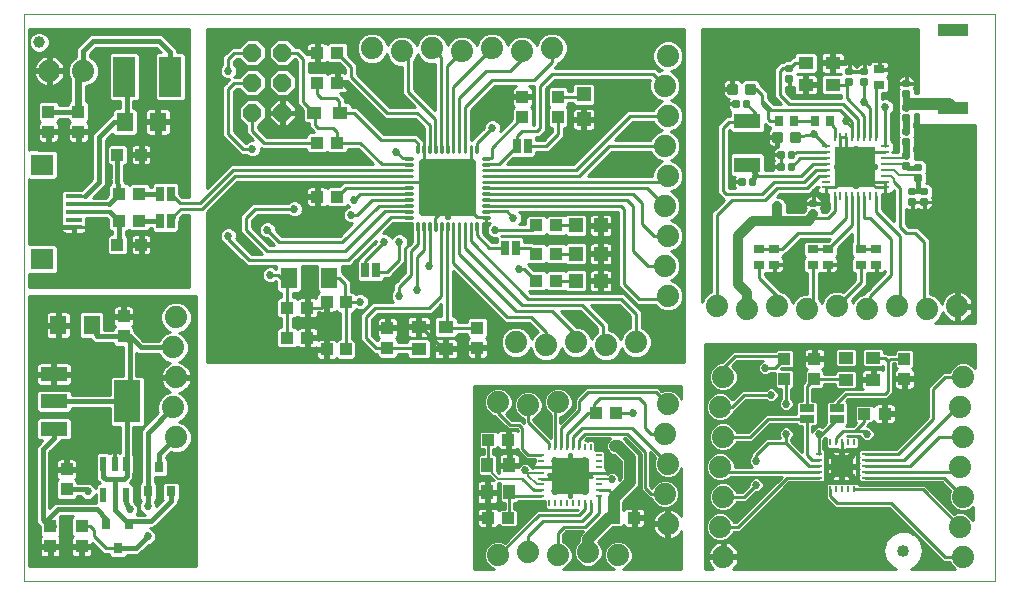
<source format=gtl>
G75*
G70*
%OFA0B0*%
%FSLAX24Y24*%
%IPPOS*%
%LPD*%
%AMOC8*
5,1,8,0,0,1.08239X$1,22.5*
%
%ADD10C,0.0000*%
%ADD11R,0.0433X0.0394*%
%ADD12R,0.0394X0.0433*%
%ADD13OC8,0.0610*%
%ADD14C,0.0400*%
%ADD15C,0.0394*%
%ADD16R,0.0394X0.0394*%
%ADD17R,0.0472X0.0394*%
%ADD18R,0.0472X0.0472*%
%ADD19R,0.0217X0.0472*%
%ADD20R,0.0310X0.0350*%
%ADD21R,0.0551X0.0709*%
%ADD22R,0.0748X0.1339*%
%ADD23R,0.0551X0.0630*%
%ADD24R,0.0512X0.0413*%
%ADD25C,0.0087*%
%ADD26C,0.0190*%
%ADD27R,0.0880X0.0480*%
%ADD28R,0.0866X0.1417*%
%ADD29C,0.0740*%
%ADD30R,0.0250X0.0500*%
%ADD31R,0.0236X0.0091*%
%ADD32R,0.0091X0.0236*%
%ADD33C,0.0056*%
%ADD34C,0.0098*%
%ADD35R,0.0315X0.0112*%
%ADD36R,0.0112X0.0315*%
%ADD37R,0.1378X0.1378*%
%ADD38C,0.0088*%
%ADD39C,0.0125*%
%ADD40R,0.0866X0.0512*%
%ADD41R,0.0354X0.0276*%
%ADD42R,0.1000X0.0400*%
%ADD43R,0.0413X0.0512*%
%ADD44R,0.0500X0.0250*%
%ADD45R,0.0276X0.0354*%
%ADD46R,0.0551X0.0138*%
%ADD47R,0.0748X0.0709*%
%ADD48C,0.0100*%
%ADD49C,0.0270*%
%ADD50C,0.0160*%
%ADD51C,0.0120*%
%ADD52C,0.0080*%
%ADD53C,0.0240*%
%ADD54C,0.0400*%
%ADD55C,0.0090*%
%ADD56C,0.0320*%
D10*
X000628Y000100D02*
X000628Y018996D01*
X032998Y018996D01*
X032998Y000100D01*
X000628Y000100D01*
D11*
X009393Y008200D03*
X010062Y008200D03*
X010062Y009200D03*
X009393Y009200D03*
X004462Y012100D03*
X003793Y012100D03*
X003793Y013000D03*
X004462Y013000D03*
X010393Y012900D03*
X011062Y012900D03*
X011062Y014700D03*
X010393Y014700D03*
X010393Y016700D03*
X011062Y016700D03*
X011062Y017700D03*
X010393Y017700D03*
X017693Y011950D03*
X018362Y011950D03*
X018362Y011000D03*
X017693Y011000D03*
X017693Y010100D03*
X018362Y010100D03*
X019693Y005700D03*
X020362Y005700D03*
X016762Y004800D03*
X016093Y004800D03*
X016093Y002200D03*
X016762Y002200D03*
X020293Y002200D03*
X020962Y002200D03*
X028633Y005670D03*
X029302Y005670D03*
D12*
X029968Y006835D03*
X029968Y007505D03*
X026968Y007505D03*
X025968Y007505D03*
X025968Y006835D03*
X026968Y006835D03*
X015728Y007865D03*
X015728Y008535D03*
X012728Y008535D03*
X012728Y007865D03*
X003938Y008245D03*
X003938Y008915D03*
X002038Y003815D03*
X002038Y003145D03*
X002538Y001915D03*
X001488Y001915D03*
X001488Y001245D03*
X002538Y001245D03*
X002428Y015065D03*
X001428Y015065D03*
X001428Y015735D03*
X002428Y015735D03*
X017228Y015565D03*
X018418Y015565D03*
X018418Y016235D03*
X017228Y016235D03*
D13*
X009228Y016700D03*
X008228Y016700D03*
X008228Y015700D03*
X009228Y015700D03*
X009228Y017700D03*
X008228Y017700D03*
D14*
X029928Y001100D03*
D15*
X001128Y018050D03*
D16*
X003734Y014300D03*
X004521Y014300D03*
X004521Y011300D03*
X003734Y011300D03*
X010713Y009387D03*
X011343Y009387D03*
X011343Y007813D03*
X010713Y007813D03*
D17*
X010294Y015700D03*
X011161Y015700D03*
D18*
X019014Y011950D03*
X019841Y011950D03*
X019841Y011000D03*
X019014Y011000D03*
X019014Y010100D03*
X019841Y010100D03*
X019278Y015487D03*
X019278Y016313D03*
D19*
X004012Y003992D03*
X003638Y003992D03*
X003264Y003992D03*
X003264Y002968D03*
X004012Y002968D03*
D20*
X004748Y003080D03*
X005508Y003080D03*
X005128Y003880D03*
X004128Y001980D03*
X003368Y001980D03*
X003748Y001180D03*
D21*
X009458Y010200D03*
X010797Y010200D03*
D22*
X005495Y016900D03*
X003960Y016900D03*
D23*
X003976Y015400D03*
X005079Y015400D03*
X002869Y008620D03*
X001766Y008620D03*
D24*
X013775Y008564D03*
X013775Y007836D03*
X014680Y007836D03*
X014680Y008564D03*
X028015Y007534D03*
X028920Y007534D03*
X028920Y006806D03*
X028015Y006806D03*
X027580Y016636D03*
X027580Y017364D03*
X026675Y017364D03*
X026675Y016636D03*
D25*
X016121Y014195D02*
X015913Y014195D01*
X016121Y014195D02*
X016121Y014173D01*
X015913Y014173D01*
X015913Y014195D01*
X015913Y013998D02*
X016121Y013998D01*
X016121Y013976D01*
X015913Y013976D01*
X015913Y013998D01*
X015913Y013802D02*
X016121Y013802D01*
X016121Y013780D01*
X015913Y013780D01*
X015913Y013802D01*
X015913Y013605D02*
X016121Y013605D01*
X016121Y013583D01*
X015913Y013583D01*
X015913Y013605D01*
X015913Y013408D02*
X016121Y013408D01*
X016121Y013386D01*
X015913Y013386D01*
X015913Y013408D01*
X015913Y013211D02*
X016121Y013211D01*
X016121Y013189D01*
X015913Y013189D01*
X015913Y013211D01*
X015913Y013014D02*
X016121Y013014D01*
X016121Y012992D01*
X015913Y012992D01*
X015913Y013014D01*
X015913Y012817D02*
X016121Y012817D01*
X016121Y012795D01*
X015913Y012795D01*
X015913Y012817D01*
X015913Y012620D02*
X016121Y012620D01*
X016121Y012598D01*
X015913Y012598D01*
X015913Y012620D01*
X015913Y012424D02*
X016121Y012424D01*
X016121Y012402D01*
X015913Y012402D01*
X015913Y012424D01*
X015913Y012227D02*
X016121Y012227D01*
X016121Y012205D01*
X015913Y012205D01*
X015913Y012227D01*
X015723Y012015D02*
X015723Y011807D01*
X015701Y011807D01*
X015701Y012015D01*
X015723Y012015D01*
X015723Y011893D02*
X015701Y011893D01*
X015701Y011979D02*
X015723Y011979D01*
X015526Y012015D02*
X015526Y011807D01*
X015504Y011807D01*
X015504Y012015D01*
X015526Y012015D01*
X015526Y011893D02*
X015504Y011893D01*
X015504Y011979D02*
X015526Y011979D01*
X015329Y012015D02*
X015329Y011807D01*
X015307Y011807D01*
X015307Y012015D01*
X015329Y012015D01*
X015329Y011893D02*
X015307Y011893D01*
X015307Y011979D02*
X015329Y011979D01*
X015132Y012015D02*
X015132Y011807D01*
X015110Y011807D01*
X015110Y012015D01*
X015132Y012015D01*
X015132Y011893D02*
X015110Y011893D01*
X015110Y011979D02*
X015132Y011979D01*
X014935Y012015D02*
X014935Y011807D01*
X014913Y011807D01*
X014913Y012015D01*
X014935Y012015D01*
X014935Y011893D02*
X014913Y011893D01*
X014913Y011979D02*
X014935Y011979D01*
X014739Y012015D02*
X014739Y011807D01*
X014717Y011807D01*
X014717Y012015D01*
X014739Y012015D01*
X014739Y011893D02*
X014717Y011893D01*
X014717Y011979D02*
X014739Y011979D01*
X014542Y012015D02*
X014542Y011807D01*
X014520Y011807D01*
X014520Y012015D01*
X014542Y012015D01*
X014542Y011893D02*
X014520Y011893D01*
X014520Y011979D02*
X014542Y011979D01*
X014345Y012015D02*
X014345Y011807D01*
X014323Y011807D01*
X014323Y012015D01*
X014345Y012015D01*
X014345Y011893D02*
X014323Y011893D01*
X014323Y011979D02*
X014345Y011979D01*
X014148Y012015D02*
X014148Y011807D01*
X014126Y011807D01*
X014126Y012015D01*
X014148Y012015D01*
X014148Y011893D02*
X014126Y011893D01*
X014126Y011979D02*
X014148Y011979D01*
X013951Y012015D02*
X013951Y011807D01*
X013929Y011807D01*
X013929Y012015D01*
X013951Y012015D01*
X013951Y011893D02*
X013929Y011893D01*
X013929Y011979D02*
X013951Y011979D01*
X013754Y012015D02*
X013754Y011807D01*
X013732Y011807D01*
X013732Y012015D01*
X013754Y012015D01*
X013754Y011893D02*
X013732Y011893D01*
X013732Y011979D02*
X013754Y011979D01*
X013542Y012205D02*
X013334Y012205D01*
X013334Y012227D01*
X013542Y012227D01*
X013542Y012205D01*
X013542Y012402D02*
X013334Y012402D01*
X013334Y012424D01*
X013542Y012424D01*
X013542Y012402D01*
X013542Y012598D02*
X013334Y012598D01*
X013334Y012620D01*
X013542Y012620D01*
X013542Y012598D01*
X013542Y012795D02*
X013334Y012795D01*
X013334Y012817D01*
X013542Y012817D01*
X013542Y012795D01*
X013542Y012992D02*
X013334Y012992D01*
X013334Y013014D01*
X013542Y013014D01*
X013542Y012992D01*
X013542Y013189D02*
X013334Y013189D01*
X013334Y013211D01*
X013542Y013211D01*
X013542Y013189D01*
X013542Y013386D02*
X013334Y013386D01*
X013334Y013408D01*
X013542Y013408D01*
X013542Y013386D01*
X013542Y013583D02*
X013334Y013583D01*
X013334Y013605D01*
X013542Y013605D01*
X013542Y013583D01*
X013542Y013780D02*
X013334Y013780D01*
X013334Y013802D01*
X013542Y013802D01*
X013542Y013780D01*
X013542Y013976D02*
X013334Y013976D01*
X013334Y013998D01*
X013542Y013998D01*
X013542Y013976D01*
X013542Y014173D02*
X013334Y014173D01*
X013334Y014195D01*
X013542Y014195D01*
X013542Y014173D01*
X013732Y014385D02*
X013732Y014593D01*
X013754Y014593D01*
X013754Y014385D01*
X013732Y014385D01*
X013732Y014471D02*
X013754Y014471D01*
X013754Y014557D02*
X013732Y014557D01*
X013929Y014593D02*
X013929Y014385D01*
X013929Y014593D02*
X013951Y014593D01*
X013951Y014385D01*
X013929Y014385D01*
X013929Y014471D02*
X013951Y014471D01*
X013951Y014557D02*
X013929Y014557D01*
X014126Y014593D02*
X014126Y014385D01*
X014126Y014593D02*
X014148Y014593D01*
X014148Y014385D01*
X014126Y014385D01*
X014126Y014471D02*
X014148Y014471D01*
X014148Y014557D02*
X014126Y014557D01*
X014323Y014593D02*
X014323Y014385D01*
X014323Y014593D02*
X014345Y014593D01*
X014345Y014385D01*
X014323Y014385D01*
X014323Y014471D02*
X014345Y014471D01*
X014345Y014557D02*
X014323Y014557D01*
X014520Y014593D02*
X014520Y014385D01*
X014520Y014593D02*
X014542Y014593D01*
X014542Y014385D01*
X014520Y014385D01*
X014520Y014471D02*
X014542Y014471D01*
X014542Y014557D02*
X014520Y014557D01*
X014717Y014593D02*
X014717Y014385D01*
X014717Y014593D02*
X014739Y014593D01*
X014739Y014385D01*
X014717Y014385D01*
X014717Y014471D02*
X014739Y014471D01*
X014739Y014557D02*
X014717Y014557D01*
X014913Y014593D02*
X014913Y014385D01*
X014913Y014593D02*
X014935Y014593D01*
X014935Y014385D01*
X014913Y014385D01*
X014913Y014471D02*
X014935Y014471D01*
X014935Y014557D02*
X014913Y014557D01*
X015110Y014593D02*
X015110Y014385D01*
X015110Y014593D02*
X015132Y014593D01*
X015132Y014385D01*
X015110Y014385D01*
X015110Y014471D02*
X015132Y014471D01*
X015132Y014557D02*
X015110Y014557D01*
X015307Y014593D02*
X015307Y014385D01*
X015307Y014593D02*
X015329Y014593D01*
X015329Y014385D01*
X015307Y014385D01*
X015307Y014471D02*
X015329Y014471D01*
X015329Y014557D02*
X015307Y014557D01*
X015504Y014593D02*
X015504Y014385D01*
X015504Y014593D02*
X015526Y014593D01*
X015526Y014385D01*
X015504Y014385D01*
X015504Y014471D02*
X015526Y014471D01*
X015526Y014557D02*
X015504Y014557D01*
X015701Y014593D02*
X015701Y014385D01*
X015701Y014593D02*
X015723Y014593D01*
X015723Y014385D01*
X015701Y014385D01*
X015701Y014471D02*
X015723Y014471D01*
X015723Y014557D02*
X015701Y014557D01*
D26*
X015583Y012345D02*
X013873Y012345D01*
X013873Y014055D01*
X015583Y014055D01*
X015583Y012345D01*
X015583Y012534D02*
X013873Y012534D01*
X013873Y012723D02*
X015583Y012723D01*
X015583Y012912D02*
X013873Y012912D01*
X013873Y013101D02*
X015583Y013101D01*
X015583Y013290D02*
X013873Y013290D01*
X013873Y013479D02*
X015583Y013479D01*
X015583Y013668D02*
X013873Y013668D01*
X013873Y013857D02*
X015583Y013857D01*
X015583Y014046D02*
X013873Y014046D01*
D27*
X001618Y006990D03*
X001618Y006080D03*
X001618Y005170D03*
D28*
X004058Y006080D03*
D29*
X005588Y005880D03*
X005688Y004880D03*
X005688Y006880D03*
X005588Y007880D03*
X005688Y008880D03*
X016428Y006050D03*
X017428Y005950D03*
X018428Y006050D03*
X018028Y007950D03*
X019028Y008050D03*
X020028Y007950D03*
X021028Y008050D03*
X022078Y009600D03*
X021978Y010600D03*
X022078Y011600D03*
X021978Y012600D03*
X022078Y013600D03*
X021978Y014600D03*
X022078Y015600D03*
X021978Y016600D03*
X022078Y017600D03*
X018228Y017850D03*
X017228Y017750D03*
X016228Y017850D03*
X015228Y017750D03*
X014228Y017850D03*
X013228Y017750D03*
X012228Y017850D03*
X002598Y017100D03*
X001458Y017100D03*
X017028Y008050D03*
X022078Y006000D03*
X021978Y005000D03*
X023828Y005900D03*
X023928Y004900D03*
X023828Y003900D03*
X023928Y002900D03*
X023828Y001900D03*
X023928Y000900D03*
X022078Y002000D03*
X021978Y003000D03*
X022078Y004000D03*
X019428Y001050D03*
X020428Y000950D03*
X018428Y000950D03*
X017428Y001050D03*
X016428Y000950D03*
X023928Y006900D03*
X024728Y009150D03*
X025728Y009250D03*
X026728Y009150D03*
X027728Y009250D03*
X028728Y009150D03*
X029728Y009250D03*
X030728Y009150D03*
X031728Y009250D03*
X031928Y006900D03*
X031828Y005900D03*
X031928Y004900D03*
X031828Y003900D03*
X031928Y002900D03*
X031828Y001900D03*
X031928Y000900D03*
X023728Y009250D03*
D30*
X017005Y011200D03*
X016650Y011200D03*
X012355Y010450D03*
X012000Y010450D03*
X005505Y012100D03*
X005150Y012100D03*
X005150Y013000D03*
X005505Y013000D03*
X017050Y014600D03*
X017405Y014600D03*
D31*
X017863Y004297D03*
X017863Y004100D03*
X017863Y003903D03*
X017863Y003706D03*
X017863Y003509D03*
X017863Y003313D03*
X017863Y003116D03*
X017863Y002919D03*
X019772Y002919D03*
X019772Y003116D03*
X019772Y003313D03*
X019772Y003509D03*
X019772Y003706D03*
X019772Y003903D03*
X019772Y004100D03*
X019772Y004297D03*
X027106Y004325D03*
X027106Y004128D03*
X027106Y003931D03*
X027106Y003735D03*
X027106Y003538D03*
X028661Y003538D03*
X028661Y003735D03*
X028661Y003931D03*
X028661Y004128D03*
X028661Y004325D03*
D32*
X028283Y004711D03*
X028086Y004711D03*
X027889Y004711D03*
X027693Y004711D03*
X027496Y004711D03*
X027496Y003148D03*
X027693Y003148D03*
X027889Y003148D03*
X028086Y003148D03*
X028283Y003148D03*
X019505Y002679D03*
X019308Y002679D03*
X019111Y002679D03*
X018914Y002679D03*
X018717Y002679D03*
X018520Y002679D03*
X018324Y002679D03*
X018127Y002679D03*
X018127Y004557D03*
X018324Y004557D03*
X018520Y004557D03*
X018717Y004557D03*
X018914Y004557D03*
X019111Y004557D03*
X019308Y004557D03*
X019505Y004557D03*
D33*
X027559Y004246D02*
X028203Y004246D01*
X028203Y003602D01*
X027559Y003602D01*
X027559Y004246D01*
X027559Y003657D02*
X028203Y003657D01*
X028203Y003712D02*
X027559Y003712D01*
X027559Y003767D02*
X028203Y003767D01*
X028203Y003822D02*
X027559Y003822D01*
X027559Y003877D02*
X028203Y003877D01*
X028203Y003932D02*
X027559Y003932D01*
X027559Y003987D02*
X028203Y003987D01*
X028203Y004042D02*
X027559Y004042D01*
X027559Y004097D02*
X028203Y004097D01*
X028203Y004152D02*
X027559Y004152D01*
X027559Y004207D02*
X028203Y004207D01*
D34*
X019377Y003055D02*
X018255Y003055D01*
X018255Y004177D01*
X019377Y004177D01*
X019377Y003055D01*
X019377Y003152D02*
X018255Y003152D01*
X018255Y003249D02*
X019377Y003249D01*
X019377Y003346D02*
X018255Y003346D01*
X018255Y003443D02*
X019377Y003443D01*
X019377Y003540D02*
X018255Y003540D01*
X018255Y003637D02*
X019377Y003637D01*
X019377Y003734D02*
X018255Y003734D01*
X018255Y003831D02*
X019377Y003831D01*
X019377Y003928D02*
X018255Y003928D01*
X018255Y004025D02*
X019377Y004025D01*
X019377Y004122D02*
X018255Y004122D01*
D35*
X027343Y013211D03*
X027343Y013408D03*
X027343Y013605D03*
X027343Y013802D03*
X027343Y013998D03*
X027343Y014195D03*
X027343Y014392D03*
X027343Y014589D03*
X029312Y014589D03*
X029312Y014392D03*
X029312Y014195D03*
X029312Y013998D03*
X029312Y013802D03*
X029312Y013605D03*
X029312Y013408D03*
X029312Y013211D03*
D36*
X029017Y012916D03*
X028820Y012916D03*
X028623Y012916D03*
X028426Y012916D03*
X028229Y012916D03*
X028032Y012916D03*
X027835Y012916D03*
X027639Y012916D03*
X027639Y014884D03*
X027835Y014884D03*
X028032Y014884D03*
X028229Y014884D03*
X028426Y014884D03*
X028623Y014884D03*
X028820Y014884D03*
X029017Y014884D03*
D37*
X028328Y013900D03*
D38*
X026459Y015021D02*
X026197Y015021D01*
X026459Y015021D02*
X026459Y014759D01*
X026197Y014759D01*
X026197Y015021D01*
X026197Y014846D02*
X026459Y014846D01*
X026459Y014933D02*
X026197Y014933D01*
X026197Y015020D02*
X026459Y015020D01*
X025859Y015021D02*
X025597Y015021D01*
X025859Y015021D02*
X025859Y014759D01*
X025597Y014759D01*
X025597Y015021D01*
X025597Y014846D02*
X025859Y014846D01*
X025859Y014933D02*
X025597Y014933D01*
X025597Y015020D02*
X025859Y015020D01*
X024959Y016631D02*
X024697Y016631D01*
X024959Y016631D02*
X024959Y016369D01*
X024697Y016369D01*
X024697Y016631D01*
X024697Y016456D02*
X024959Y016456D01*
X024959Y016543D02*
X024697Y016543D01*
X024697Y016630D02*
X024959Y016630D01*
X024359Y016631D02*
X024097Y016631D01*
X024359Y016631D02*
X024359Y016369D01*
X024097Y016369D01*
X024097Y016631D01*
X024097Y016456D02*
X024359Y016456D01*
X024359Y016543D02*
X024097Y016543D01*
X024097Y016630D02*
X024359Y016630D01*
D39*
X024416Y016063D02*
X024290Y016063D01*
X024416Y016063D02*
X024416Y015937D01*
X024290Y015937D01*
X024290Y016063D01*
X024290Y016061D02*
X024416Y016061D01*
X024640Y016063D02*
X024766Y016063D01*
X024766Y015937D01*
X024640Y015937D01*
X024640Y016063D01*
X024640Y016061D02*
X024766Y016061D01*
X026065Y016762D02*
X026065Y016888D01*
X026191Y016888D01*
X026191Y016762D01*
X026065Y016762D01*
X026065Y016886D02*
X026191Y016886D01*
X026065Y017112D02*
X026065Y017238D01*
X026191Y017238D01*
X026191Y017112D01*
X026065Y017112D01*
X026065Y017236D02*
X026191Y017236D01*
X028191Y017138D02*
X028191Y017012D01*
X028065Y017012D01*
X028065Y017138D01*
X028191Y017138D01*
X028191Y017136D02*
X028065Y017136D01*
X028191Y016788D02*
X028191Y016662D01*
X028065Y016662D01*
X028065Y016788D01*
X028191Y016788D01*
X028191Y016786D02*
X028065Y016786D01*
X028691Y016788D02*
X028691Y016662D01*
X028565Y016662D01*
X028565Y016788D01*
X028691Y016788D01*
X028691Y016786D02*
X028565Y016786D01*
X028691Y017012D02*
X028691Y017138D01*
X028691Y017012D02*
X028565Y017012D01*
X028565Y017138D01*
X028691Y017138D01*
X028691Y017136D02*
X028565Y017136D01*
X030091Y016738D02*
X030091Y016612D01*
X029965Y016612D01*
X029965Y016738D01*
X030091Y016738D01*
X030091Y016736D02*
X029965Y016736D01*
X030091Y016388D02*
X030091Y016262D01*
X029965Y016262D01*
X029965Y016388D01*
X030091Y016388D01*
X030091Y016386D02*
X029965Y016386D01*
X029965Y015938D02*
X029965Y015812D01*
X029965Y015938D02*
X030091Y015938D01*
X030091Y015812D01*
X029965Y015812D01*
X029965Y015936D02*
X030091Y015936D01*
X029965Y015588D02*
X029965Y015462D01*
X029965Y015588D02*
X030091Y015588D01*
X030091Y015462D01*
X029965Y015462D01*
X029965Y015586D02*
X030091Y015586D01*
X030091Y015138D02*
X030091Y015012D01*
X029965Y015012D01*
X029965Y015138D01*
X030091Y015138D01*
X030091Y015136D02*
X029965Y015136D01*
X030091Y014788D02*
X030091Y014662D01*
X029965Y014662D01*
X029965Y014788D01*
X030091Y014788D01*
X030091Y014786D02*
X029965Y014786D01*
X030091Y014338D02*
X030091Y014212D01*
X029965Y014212D01*
X029965Y014338D01*
X030091Y014338D01*
X030091Y014336D02*
X029965Y014336D01*
X030091Y013988D02*
X030091Y013862D01*
X029965Y013862D01*
X029965Y013988D01*
X030091Y013988D01*
X030091Y013986D02*
X029965Y013986D01*
X030365Y013938D02*
X030365Y013812D01*
X030365Y013938D02*
X030491Y013938D01*
X030491Y013812D01*
X030365Y013812D01*
X030365Y013936D02*
X030491Y013936D01*
X030365Y013588D02*
X030365Y013462D01*
X030365Y013588D02*
X030491Y013588D01*
X030491Y013462D01*
X030365Y013462D01*
X030365Y013586D02*
X030491Y013586D01*
X030691Y013138D02*
X030691Y013012D01*
X030565Y013012D01*
X030565Y013138D01*
X030691Y013138D01*
X030691Y013136D02*
X030565Y013136D01*
X030291Y013138D02*
X030291Y013012D01*
X030165Y013012D01*
X030165Y013138D01*
X030291Y013138D01*
X030291Y013136D02*
X030165Y013136D01*
X030291Y012788D02*
X030291Y012662D01*
X030165Y012662D01*
X030165Y012788D01*
X030291Y012788D01*
X030291Y012786D02*
X030165Y012786D01*
X030691Y012788D02*
X030691Y012662D01*
X030565Y012662D01*
X030565Y012788D01*
X030691Y012788D01*
X030691Y012786D02*
X030565Y012786D01*
X026865Y012738D02*
X026865Y012612D01*
X026865Y012738D02*
X026991Y012738D01*
X026991Y012612D01*
X026865Y012612D01*
X026865Y012736D02*
X026991Y012736D01*
X026865Y012388D02*
X026865Y012262D01*
X026865Y012388D02*
X026991Y012388D01*
X026991Y012262D01*
X026865Y012262D01*
X026865Y012386D02*
X026991Y012386D01*
X024966Y013463D02*
X024840Y013463D01*
X024966Y013463D02*
X024966Y013337D01*
X024840Y013337D01*
X024840Y013463D01*
X024840Y013461D02*
X024966Y013461D01*
X024616Y013463D02*
X024490Y013463D01*
X024616Y013463D02*
X024616Y013337D01*
X024490Y013337D01*
X024490Y013463D01*
X024490Y013461D02*
X024616Y013461D01*
X025790Y013963D02*
X025916Y013963D01*
X025916Y013837D01*
X025790Y013837D01*
X025790Y013963D01*
X025790Y013961D02*
X025916Y013961D01*
X026140Y013963D02*
X026266Y013963D01*
X026266Y013837D01*
X026140Y013837D01*
X026140Y013963D01*
X026140Y013961D02*
X026266Y013961D01*
X026266Y014363D02*
X026140Y014363D01*
X026266Y014363D02*
X026266Y014237D01*
X026140Y014237D01*
X026140Y014363D01*
X026140Y014361D02*
X026266Y014361D01*
X025916Y014363D02*
X025790Y014363D01*
X025916Y014363D02*
X025916Y014237D01*
X025790Y014237D01*
X025790Y014363D01*
X025790Y014361D02*
X025916Y014361D01*
D40*
X024728Y013972D03*
X024728Y015428D03*
D41*
X029128Y016644D03*
X029128Y017156D03*
X029028Y011156D03*
X028528Y011156D03*
X028528Y010644D03*
X029028Y010644D03*
X027428Y010644D03*
X026928Y010644D03*
X026928Y011156D03*
X027428Y011156D03*
X025628Y011156D03*
X025128Y011156D03*
X025128Y010644D03*
X025628Y010644D03*
D42*
X031588Y015850D03*
X031588Y018450D03*
D43*
X016792Y003953D03*
X016063Y003953D03*
X016063Y003047D03*
X016792Y003047D03*
D44*
X026718Y005493D03*
X026718Y005847D03*
X027718Y005847D03*
X027718Y005493D03*
D45*
X027483Y015430D03*
X026972Y015430D03*
X026283Y015430D03*
X025772Y015430D03*
D46*
X002271Y012912D03*
X002271Y012656D03*
X002271Y012400D03*
X002271Y012144D03*
X002271Y011888D03*
D47*
X001228Y010825D03*
X001228Y013975D03*
D48*
X001752Y013989D02*
X002898Y013989D01*
X002898Y014087D02*
X001752Y014087D01*
X001752Y014186D02*
X002898Y014186D01*
X002898Y014284D02*
X001752Y014284D01*
X001752Y014383D02*
X002898Y014383D01*
X002898Y014481D02*
X000778Y014481D01*
X000791Y014479D02*
X000778Y014465D01*
X000778Y018500D01*
X006128Y018500D01*
X006128Y012890D01*
X005898Y012890D01*
X005780Y013008D01*
X005780Y013312D01*
X005692Y013400D01*
X004963Y013400D01*
X004875Y013312D01*
X004875Y013230D01*
X004829Y013230D01*
X004829Y013259D01*
X004741Y013347D01*
X004184Y013347D01*
X004128Y013291D01*
X004072Y013347D01*
X003980Y013347D01*
X003964Y013474D01*
X003964Y013953D01*
X003993Y013953D01*
X004081Y014041D01*
X004081Y014559D01*
X003993Y014647D01*
X003475Y014647D01*
X003387Y014559D01*
X003387Y014041D01*
X003475Y013953D01*
X003504Y013953D01*
X003504Y013538D01*
X003494Y013524D01*
X003504Y013444D01*
X003504Y013364D01*
X003516Y013352D01*
X003516Y013347D01*
X003514Y013347D01*
X003426Y013259D01*
X003426Y012959D01*
X003334Y012866D01*
X002919Y012866D01*
X003223Y013170D01*
X003358Y013305D01*
X003358Y014805D01*
X003563Y015010D01*
X003639Y014935D01*
X004314Y014935D01*
X004402Y015023D01*
X004402Y015777D01*
X004314Y015865D01*
X004267Y015865D01*
X004267Y016081D01*
X004396Y016081D01*
X004484Y016169D01*
X004484Y017631D01*
X004396Y017719D01*
X003524Y017719D01*
X003436Y017631D01*
X003436Y016169D01*
X003524Y016081D01*
X003807Y016081D01*
X003807Y015865D01*
X003639Y015865D01*
X003551Y015777D01*
X003551Y015630D01*
X003532Y015630D01*
X003398Y015495D01*
X003032Y015130D01*
X002898Y014995D01*
X002898Y013495D01*
X002533Y013131D01*
X001933Y013131D01*
X001845Y013043D01*
X001845Y012013D01*
X001853Y012005D01*
X001845Y011977D01*
X001845Y011888D01*
X001845Y011800D01*
X001855Y011761D01*
X001875Y011727D01*
X001903Y011699D01*
X001937Y011680D01*
X001976Y011669D01*
X002271Y011669D01*
X002566Y011669D01*
X002604Y011680D01*
X002639Y011699D01*
X002666Y011727D01*
X002686Y011761D01*
X002696Y011800D01*
X002696Y011888D01*
X002271Y011888D01*
X002271Y011669D01*
X002271Y011888D01*
X002271Y011888D01*
X002271Y011888D01*
X002696Y011888D01*
X002696Y011977D01*
X002689Y012005D01*
X002696Y012013D01*
X002696Y012190D01*
X003378Y012190D01*
X003426Y012141D01*
X003426Y011841D01*
X003514Y011753D01*
X003563Y011753D01*
X003563Y011647D01*
X003475Y011647D01*
X003387Y011559D01*
X003387Y011041D01*
X003475Y010953D01*
X003993Y010953D01*
X004081Y011041D01*
X004081Y011559D01*
X004023Y011617D01*
X004023Y011753D01*
X004072Y011753D01*
X004128Y011809D01*
X004184Y011753D01*
X004741Y011753D01*
X004829Y011841D01*
X004829Y011870D01*
X004875Y011870D01*
X004875Y011788D01*
X004963Y011700D01*
X005692Y011700D01*
X005780Y011788D01*
X005780Y012092D01*
X005828Y012140D01*
X005828Y012217D01*
X005920Y012310D01*
X006128Y012310D01*
X006128Y009900D01*
X000778Y009900D01*
X000778Y010335D01*
X000791Y010321D01*
X001664Y010321D01*
X001752Y010409D01*
X001752Y011242D01*
X001664Y011330D01*
X000791Y011330D01*
X000778Y011316D01*
X000778Y013484D01*
X000791Y013470D01*
X001664Y013470D01*
X001752Y013558D01*
X001752Y014391D01*
X001664Y014479D01*
X000791Y014479D01*
X000778Y014580D02*
X002898Y014580D01*
X002898Y014678D02*
X000778Y014678D01*
X000778Y014777D02*
X001099Y014777D01*
X001091Y014791D02*
X001111Y014757D01*
X001139Y014729D01*
X001173Y014709D01*
X001211Y014699D01*
X001379Y014699D01*
X001379Y015017D01*
X001081Y015017D01*
X001081Y014829D01*
X001091Y014791D01*
X001081Y014875D02*
X000778Y014875D01*
X000778Y014974D02*
X001081Y014974D01*
X001081Y015114D02*
X001379Y015114D01*
X001379Y015017D01*
X001476Y015017D01*
X001476Y015114D01*
X001774Y015114D01*
X001774Y015302D01*
X001764Y015340D01*
X001744Y015374D01*
X001718Y015400D01*
X001774Y015456D01*
X001774Y015505D01*
X002081Y015505D01*
X002081Y015456D01*
X002137Y015400D01*
X002111Y015374D01*
X002091Y015340D01*
X002081Y015302D01*
X002081Y015114D01*
X002379Y015114D01*
X002379Y015017D01*
X002081Y015017D01*
X002081Y014829D01*
X002091Y014791D01*
X002111Y014757D01*
X002139Y014729D01*
X002173Y014709D01*
X002211Y014699D01*
X002379Y014699D01*
X002379Y015017D01*
X002476Y015017D01*
X002476Y015114D01*
X002774Y015114D01*
X002774Y015302D01*
X002764Y015340D01*
X002744Y015374D01*
X002718Y015400D01*
X002774Y015456D01*
X002774Y016013D01*
X002698Y016090D01*
X002698Y016580D01*
X002701Y016580D01*
X002892Y016659D01*
X003038Y016805D01*
X003118Y016997D01*
X003118Y017203D01*
X003038Y017395D01*
X002892Y017541D01*
X002828Y017568D01*
X002828Y017675D01*
X003023Y017870D01*
X005032Y017870D01*
X005183Y017719D01*
X005059Y017719D01*
X004971Y017631D01*
X004971Y016169D01*
X005059Y016081D01*
X005931Y016081D01*
X006019Y016169D01*
X006019Y017631D01*
X005931Y017719D01*
X005725Y017719D01*
X005725Y017828D01*
X005358Y018195D01*
X005223Y018330D01*
X002832Y018330D01*
X002698Y018195D01*
X002368Y017865D01*
X002368Y017568D01*
X002303Y017541D01*
X002157Y017395D01*
X002078Y017203D01*
X002078Y016997D01*
X002157Y016805D01*
X002158Y016805D01*
X002158Y016090D01*
X002081Y016013D01*
X002081Y015965D01*
X001774Y015965D01*
X001774Y016013D01*
X001687Y016101D01*
X001169Y016101D01*
X001081Y016013D01*
X001081Y015456D01*
X001137Y015400D01*
X001111Y015374D01*
X001091Y015340D01*
X001081Y015302D01*
X001081Y015114D01*
X001081Y015171D02*
X000778Y015171D01*
X000778Y015269D02*
X001081Y015269D01*
X001107Y015368D02*
X000778Y015368D01*
X000778Y015466D02*
X001081Y015466D01*
X001081Y015565D02*
X000778Y015565D01*
X000778Y015663D02*
X001081Y015663D01*
X001081Y015762D02*
X000778Y015762D01*
X000778Y015860D02*
X001081Y015860D01*
X001081Y015959D02*
X000778Y015959D01*
X000778Y016057D02*
X001124Y016057D01*
X000778Y016156D02*
X002158Y016156D01*
X002158Y016254D02*
X000778Y016254D01*
X000778Y016353D02*
X002158Y016353D01*
X002158Y016451D02*
X000778Y016451D01*
X000778Y016550D02*
X002158Y016550D01*
X002158Y016648D02*
X001716Y016648D01*
X001730Y016655D02*
X001796Y016703D01*
X001854Y016761D01*
X001902Y016827D01*
X001939Y016900D01*
X001965Y016978D01*
X001976Y017050D01*
X001508Y017050D01*
X001508Y017150D01*
X001976Y017150D01*
X001965Y017222D01*
X001939Y017300D01*
X001902Y017373D01*
X001854Y017439D01*
X001796Y017497D01*
X001730Y017545D01*
X001657Y017582D01*
X001579Y017607D01*
X001508Y017619D01*
X001508Y017150D01*
X001408Y017150D01*
X001408Y017619D01*
X001336Y017607D01*
X001258Y017582D01*
X001185Y017545D01*
X001119Y017497D01*
X001061Y017439D01*
X001013Y017373D01*
X000976Y017300D01*
X000950Y017222D01*
X000939Y017150D01*
X001408Y017150D01*
X001408Y017050D01*
X001508Y017050D01*
X001508Y016581D01*
X001579Y016593D01*
X001657Y016618D01*
X001730Y016655D01*
X001839Y016747D02*
X002158Y016747D01*
X002140Y016845D02*
X001911Y016845D01*
X001953Y016944D02*
X002100Y016944D01*
X002078Y017042D02*
X001975Y017042D01*
X002078Y017141D02*
X001508Y017141D01*
X001508Y017239D02*
X001408Y017239D01*
X001408Y017141D02*
X000778Y017141D01*
X000778Y017239D02*
X000956Y017239D01*
X000995Y017338D02*
X000778Y017338D01*
X000778Y017436D02*
X001059Y017436D01*
X001171Y017535D02*
X000778Y017535D01*
X000778Y017633D02*
X002368Y017633D01*
X002368Y017732D02*
X001265Y017732D01*
X001324Y017756D02*
X001197Y017703D01*
X001059Y017703D01*
X000931Y017756D01*
X000834Y017854D01*
X000781Y017981D01*
X000781Y018119D01*
X000834Y018246D01*
X000931Y018344D01*
X001059Y018397D01*
X001197Y018397D01*
X001324Y018344D01*
X001422Y018246D01*
X001474Y018119D01*
X001474Y017981D01*
X001422Y017854D01*
X001324Y017756D01*
X001398Y017830D02*
X002368Y017830D01*
X002431Y017929D02*
X001453Y017929D01*
X001474Y018027D02*
X002529Y018027D01*
X002628Y018126D02*
X001472Y018126D01*
X001431Y018224D02*
X002726Y018224D01*
X002825Y018323D02*
X001346Y018323D01*
X000910Y018323D02*
X000778Y018323D01*
X000778Y018421D02*
X006128Y018421D01*
X006128Y018323D02*
X005230Y018323D01*
X005329Y018224D02*
X006128Y018224D01*
X006128Y018126D02*
X005427Y018126D01*
X005526Y018027D02*
X006128Y018027D01*
X006128Y017929D02*
X005624Y017929D01*
X005723Y017830D02*
X006128Y017830D01*
X006128Y017732D02*
X005725Y017732D01*
X006018Y017633D02*
X006128Y017633D01*
X006128Y017535D02*
X006019Y017535D01*
X006019Y017436D02*
X006128Y017436D01*
X006128Y017338D02*
X006019Y017338D01*
X006019Y017239D02*
X006128Y017239D01*
X006128Y017141D02*
X006019Y017141D01*
X006019Y017042D02*
X006128Y017042D01*
X006128Y016944D02*
X006019Y016944D01*
X006019Y016845D02*
X006128Y016845D01*
X006128Y016747D02*
X006019Y016747D01*
X006019Y016648D02*
X006128Y016648D01*
X006128Y016550D02*
X006019Y016550D01*
X006019Y016451D02*
X006128Y016451D01*
X006128Y016353D02*
X006019Y016353D01*
X006019Y016254D02*
X006128Y016254D01*
X006128Y016156D02*
X006006Y016156D01*
X006128Y016057D02*
X004267Y016057D01*
X004267Y015959D02*
X006128Y015959D01*
X006128Y015860D02*
X005392Y015860D01*
X005374Y015865D02*
X005129Y015865D01*
X005129Y015450D01*
X005504Y015450D01*
X005504Y015735D01*
X005494Y015773D01*
X005474Y015807D01*
X005446Y015835D01*
X005412Y015855D01*
X005374Y015865D01*
X005497Y015762D02*
X006128Y015762D01*
X006128Y015663D02*
X005504Y015663D01*
X005504Y015565D02*
X006128Y015565D01*
X006128Y015466D02*
X005504Y015466D01*
X005504Y015350D02*
X005129Y015350D01*
X005129Y015450D01*
X005029Y015450D01*
X005029Y015865D01*
X004783Y015865D01*
X004745Y015855D01*
X004711Y015835D01*
X004683Y015807D01*
X004663Y015773D01*
X004653Y015735D01*
X004653Y015450D01*
X005029Y015450D01*
X005029Y015350D01*
X005129Y015350D01*
X005129Y014935D01*
X005374Y014935D01*
X005412Y014945D01*
X005446Y014965D01*
X005474Y014993D01*
X005494Y015027D01*
X005504Y015065D01*
X005504Y015350D01*
X005504Y015269D02*
X006128Y015269D01*
X006128Y015171D02*
X005504Y015171D01*
X005504Y015072D02*
X006128Y015072D01*
X006128Y014974D02*
X005455Y014974D01*
X005129Y014974D02*
X005029Y014974D01*
X005029Y014935D02*
X005029Y015350D01*
X004653Y015350D01*
X004653Y015065D01*
X004663Y015027D01*
X004683Y014993D01*
X004711Y014965D01*
X004745Y014945D01*
X004783Y014935D01*
X005029Y014935D01*
X005029Y015072D02*
X005129Y015072D01*
X005129Y015171D02*
X005029Y015171D01*
X005029Y015269D02*
X005129Y015269D01*
X005129Y015368D02*
X006128Y015368D01*
X006728Y015368D02*
X007228Y015368D01*
X007228Y015466D02*
X006728Y015466D01*
X006728Y015565D02*
X007228Y015565D01*
X007228Y015663D02*
X006728Y015663D01*
X006728Y015762D02*
X007228Y015762D01*
X007228Y015860D02*
X006728Y015860D01*
X006728Y015959D02*
X007228Y015959D01*
X007228Y016057D02*
X006728Y016057D01*
X006728Y016156D02*
X007228Y016156D01*
X007228Y016254D02*
X006728Y016254D01*
X006728Y016353D02*
X007228Y016353D01*
X007228Y016451D02*
X006728Y016451D01*
X006728Y016550D02*
X007228Y016550D01*
X007228Y016583D02*
X007228Y014917D01*
X007845Y014300D01*
X008024Y014300D01*
X008066Y014258D01*
X008171Y014215D01*
X008284Y014215D01*
X008389Y014258D01*
X008469Y014339D01*
X008513Y014443D01*
X008513Y014532D01*
X008545Y014500D01*
X010026Y014500D01*
X010026Y014441D01*
X010114Y014353D01*
X010672Y014353D01*
X010728Y014409D01*
X010784Y014353D01*
X011341Y014353D01*
X011429Y014441D01*
X011429Y014500D01*
X011745Y014500D01*
X012254Y013991D01*
X007508Y013991D01*
X006728Y013210D01*
X006728Y018500D01*
X022628Y018500D01*
X022628Y007400D01*
X006728Y007400D01*
X006728Y012390D01*
X006765Y012427D01*
X007731Y013394D01*
X011273Y013394D01*
X011126Y013247D01*
X010784Y013247D01*
X010728Y013191D01*
X010702Y013217D01*
X010667Y013237D01*
X010629Y013247D01*
X010441Y013247D01*
X010441Y012948D01*
X010344Y012948D01*
X010344Y012852D01*
X010026Y012852D01*
X010026Y012683D01*
X010037Y012645D01*
X010056Y012611D01*
X010084Y012583D01*
X010118Y012563D01*
X010157Y012553D01*
X010344Y012553D01*
X010344Y012852D01*
X010441Y012852D01*
X010441Y012553D01*
X010629Y012553D01*
X010667Y012563D01*
X010702Y012583D01*
X010728Y012609D01*
X010784Y012553D01*
X011341Y012553D01*
X011406Y012618D01*
X011449Y012576D01*
X011366Y012542D01*
X011286Y012461D01*
X011243Y012357D01*
X011243Y012243D01*
X011286Y012139D01*
X011366Y012058D01*
X011471Y012015D01*
X011560Y012015D01*
X011145Y011600D01*
X009210Y011600D01*
X009013Y011798D01*
X009013Y011857D01*
X008969Y011961D01*
X008889Y012042D01*
X008784Y012085D01*
X008671Y012085D01*
X008566Y012042D01*
X008486Y011961D01*
X008443Y011857D01*
X008443Y011743D01*
X008486Y011639D01*
X008566Y011558D01*
X008671Y011515D01*
X008730Y011515D01*
X008945Y011300D01*
X008810Y011300D01*
X008228Y011883D01*
X008228Y012117D01*
X011307Y012117D01*
X011254Y012216D02*
X009686Y012216D01*
X009684Y012215D02*
X009789Y012258D01*
X009869Y012339D01*
X009913Y012443D01*
X009913Y012557D01*
X009869Y012661D01*
X009789Y012742D01*
X009684Y012785D01*
X009571Y012785D01*
X009466Y012742D01*
X009424Y012700D01*
X008245Y012700D01*
X008128Y012583D01*
X007828Y012283D01*
X007828Y011717D01*
X007945Y011600D01*
X008528Y011017D01*
X008545Y011000D01*
X008210Y011000D01*
X007699Y011511D01*
X007713Y011543D01*
X007713Y011657D01*
X007669Y011761D01*
X007589Y011842D01*
X007484Y011885D01*
X007371Y011885D01*
X007266Y011842D01*
X007186Y011761D01*
X007143Y011657D01*
X007143Y011543D01*
X007186Y011439D01*
X007266Y011358D01*
X007301Y011344D01*
X007928Y010717D01*
X008045Y010600D01*
X009033Y010600D01*
X009033Y010500D01*
X009031Y010500D01*
X008989Y010542D01*
X008884Y010585D01*
X008771Y010585D01*
X008666Y010542D01*
X008586Y010461D01*
X008543Y010357D01*
X008543Y010243D01*
X008586Y010139D01*
X008666Y010058D01*
X008771Y010015D01*
X008884Y010015D01*
X008989Y010058D01*
X009020Y010090D01*
X009033Y010077D01*
X009033Y009784D01*
X009121Y009696D01*
X009193Y009696D01*
X009193Y009547D01*
X009114Y009547D01*
X009026Y009459D01*
X009026Y008941D01*
X009114Y008853D01*
X009193Y008853D01*
X009193Y008547D01*
X009114Y008547D01*
X009026Y008459D01*
X009026Y007941D01*
X009114Y007853D01*
X009672Y007853D01*
X009728Y007909D01*
X009754Y007883D01*
X009788Y007863D01*
X009826Y007853D01*
X010014Y007853D01*
X010014Y008152D01*
X010111Y008152D01*
X010111Y008248D01*
X010429Y008248D01*
X010429Y008417D01*
X010419Y008455D01*
X010399Y008489D01*
X010371Y008517D01*
X010337Y008537D01*
X010298Y008547D01*
X010111Y008547D01*
X010111Y008248D01*
X010014Y008248D01*
X010014Y008547D01*
X009826Y008547D01*
X009788Y008537D01*
X009754Y008517D01*
X009728Y008491D01*
X009672Y008547D01*
X009593Y008547D01*
X009593Y008853D01*
X009672Y008853D01*
X009728Y008909D01*
X009754Y008883D01*
X009788Y008863D01*
X009826Y008853D01*
X010014Y008853D01*
X010014Y009152D01*
X010111Y009152D01*
X010111Y008853D01*
X010298Y008853D01*
X010337Y008863D01*
X010371Y008883D01*
X010399Y008911D01*
X010419Y008945D01*
X010429Y008983D01*
X010429Y009068D01*
X010458Y009051D01*
X010496Y009041D01*
X010664Y009041D01*
X010664Y009339D01*
X010761Y009339D01*
X010761Y009041D01*
X010929Y009041D01*
X010967Y009051D01*
X011002Y009071D01*
X011028Y009097D01*
X011084Y009041D01*
X011143Y009041D01*
X011143Y008159D01*
X011084Y008159D01*
X011028Y008103D01*
X011002Y008129D01*
X010967Y008149D01*
X010929Y008159D01*
X010761Y008159D01*
X010761Y007861D01*
X010664Y007861D01*
X010664Y007764D01*
X010761Y007764D01*
X010761Y007466D01*
X010929Y007466D01*
X010967Y007476D01*
X011002Y007496D01*
X011028Y007522D01*
X011084Y007466D01*
X011601Y007466D01*
X011689Y007554D01*
X011689Y008072D01*
X011601Y008159D01*
X011543Y008159D01*
X011543Y009041D01*
X011601Y009041D01*
X011689Y009128D01*
X011689Y009149D01*
X011771Y009115D01*
X011884Y009115D01*
X011989Y009158D01*
X012069Y009239D01*
X012113Y009343D01*
X012113Y009457D01*
X012069Y009561D01*
X011989Y009642D01*
X011884Y009685D01*
X011771Y009685D01*
X011686Y009650D01*
X011601Y009734D01*
X011528Y009734D01*
X011528Y010083D01*
X011222Y010388D01*
X011222Y010600D01*
X011510Y010600D01*
X011628Y010717D01*
X012343Y011432D01*
X012343Y011398D01*
X011800Y010856D01*
X011800Y010837D01*
X011725Y010762D01*
X011725Y010138D01*
X011813Y010050D01*
X012542Y010050D01*
X012630Y010138D01*
X012630Y010200D01*
X012810Y010200D01*
X012928Y010317D01*
X013328Y010717D01*
X013328Y011197D01*
X013369Y011239D01*
X013413Y011343D01*
X013413Y011457D01*
X013369Y011561D01*
X013289Y011642D01*
X013184Y011685D01*
X013071Y011685D01*
X012966Y011642D01*
X012886Y011561D01*
X012878Y011541D01*
X012869Y011561D01*
X012789Y011642D01*
X012684Y011685D01*
X012595Y011685D01*
X012926Y012016D01*
X013250Y012016D01*
X013254Y012012D01*
X013539Y012012D01*
X013539Y011726D01*
X013543Y011722D01*
X013543Y011399D01*
X013445Y011300D01*
X013328Y011183D01*
X013328Y010383D01*
X013045Y010100D01*
X013045Y010100D01*
X012928Y009983D01*
X012928Y009803D01*
X012886Y009761D01*
X012843Y009657D01*
X012843Y009543D01*
X012886Y009439D01*
X012924Y009400D01*
X012245Y009400D01*
X012128Y009283D01*
X011828Y008983D01*
X011828Y008117D01*
X011945Y008000D01*
X012279Y007665D01*
X012381Y007665D01*
X012381Y007587D01*
X012469Y007499D01*
X012987Y007499D01*
X013074Y007587D01*
X013074Y007665D01*
X013369Y007665D01*
X013369Y007567D01*
X013457Y007479D01*
X014093Y007479D01*
X014181Y007567D01*
X014181Y008105D01*
X014093Y008193D01*
X013457Y008193D01*
X013369Y008105D01*
X013369Y008065D01*
X013074Y008065D01*
X013074Y008144D01*
X013018Y008200D01*
X013044Y008226D01*
X013064Y008260D01*
X013074Y008298D01*
X013074Y008486D01*
X012776Y008486D01*
X012776Y008583D01*
X013074Y008583D01*
X013074Y008771D01*
X013064Y008809D01*
X013044Y008843D01*
X013016Y008871D01*
X012982Y008891D01*
X012944Y008901D01*
X012776Y008901D01*
X012776Y008583D01*
X012679Y008583D01*
X012679Y008486D01*
X012381Y008486D01*
X012381Y008298D01*
X012391Y008260D01*
X012411Y008226D01*
X012437Y008200D01*
X012381Y008144D01*
X012381Y008130D01*
X012228Y008283D01*
X012228Y008817D01*
X012410Y009000D01*
X014210Y009000D01*
X014528Y009317D01*
X014528Y008921D01*
X014362Y008921D01*
X014274Y008833D01*
X014274Y008295D01*
X014362Y008207D01*
X014998Y008207D01*
X015086Y008295D01*
X015086Y008335D01*
X015381Y008335D01*
X015381Y008256D01*
X015437Y008200D01*
X015411Y008174D01*
X015391Y008140D01*
X015381Y008102D01*
X015381Y007914D01*
X015679Y007914D01*
X015679Y007817D01*
X015381Y007817D01*
X015381Y007629D01*
X015391Y007591D01*
X015411Y007557D01*
X015439Y007529D01*
X015473Y007509D01*
X015511Y007499D01*
X015679Y007499D01*
X015679Y007817D01*
X015776Y007817D01*
X015776Y007914D01*
X016074Y007914D01*
X016074Y008102D01*
X016064Y008140D01*
X016044Y008174D01*
X016018Y008200D01*
X016074Y008256D01*
X016074Y008813D01*
X015987Y008901D01*
X015469Y008901D01*
X015381Y008813D01*
X015381Y008735D01*
X015086Y008735D01*
X015086Y008833D01*
X014998Y008921D01*
X014928Y008921D01*
X014928Y010417D01*
X016528Y008817D01*
X016645Y008700D01*
X017445Y008700D01*
X017748Y008397D01*
X017733Y008391D01*
X017587Y008245D01*
X017548Y008150D01*
X017548Y008153D01*
X017468Y008345D01*
X017322Y008491D01*
X017131Y008570D01*
X016924Y008570D01*
X016733Y008491D01*
X016587Y008345D01*
X016508Y008153D01*
X016508Y007947D01*
X016587Y007755D01*
X016733Y007609D01*
X016924Y007530D01*
X017131Y007530D01*
X017322Y007609D01*
X017468Y007755D01*
X017508Y007850D01*
X017508Y007847D01*
X017587Y007655D01*
X017733Y007509D01*
X017924Y007430D01*
X018131Y007430D01*
X018322Y007509D01*
X018468Y007655D01*
X018548Y007847D01*
X018548Y007850D01*
X018587Y007755D01*
X018733Y007609D01*
X018924Y007530D01*
X019131Y007530D01*
X019322Y007609D01*
X019468Y007755D01*
X019508Y007850D01*
X019508Y007847D01*
X019587Y007655D01*
X019733Y007509D01*
X019924Y007430D01*
X020131Y007430D01*
X020322Y007509D01*
X020468Y007655D01*
X020548Y007847D01*
X020548Y007850D01*
X020587Y007755D01*
X020733Y007609D01*
X020924Y007530D01*
X021131Y007530D01*
X021322Y007609D01*
X021468Y007755D01*
X021548Y007947D01*
X021548Y008153D01*
X021468Y008345D01*
X021322Y008491D01*
X021228Y008530D01*
X021228Y009083D01*
X020728Y009583D01*
X020610Y009700D01*
X017510Y009700D01*
X017457Y009753D01*
X017972Y009753D01*
X018028Y009809D01*
X018084Y009753D01*
X018641Y009753D01*
X018659Y009771D01*
X018716Y009714D01*
X019313Y009714D01*
X019400Y009802D01*
X019400Y010398D01*
X019313Y010486D01*
X018716Y010486D01*
X018659Y010429D01*
X018641Y010447D01*
X018084Y010447D01*
X018028Y010391D01*
X017972Y010447D01*
X017629Y010447D01*
X017493Y010583D01*
X017423Y010653D01*
X017972Y010653D01*
X018028Y010709D01*
X018084Y010653D01*
X018641Y010653D01*
X018659Y010671D01*
X018716Y010614D01*
X019313Y010614D01*
X019400Y010702D01*
X019400Y011298D01*
X019313Y011386D01*
X018716Y011386D01*
X018659Y011329D01*
X018641Y011347D01*
X018084Y011347D01*
X018028Y011291D01*
X017972Y011347D01*
X017629Y011347D01*
X017576Y011400D01*
X017280Y011400D01*
X017280Y011512D01*
X017192Y011600D01*
X016531Y011600D01*
X017626Y011600D01*
X017629Y011603D01*
X017972Y011603D01*
X018028Y011659D01*
X018084Y011603D01*
X018641Y011603D01*
X018659Y011621D01*
X018716Y011564D01*
X019313Y011564D01*
X019400Y011652D01*
X019400Y012248D01*
X019313Y012336D01*
X018716Y012336D01*
X018659Y012279D01*
X018641Y012297D01*
X018084Y012297D01*
X018028Y012241D01*
X017972Y012297D01*
X017414Y012297D01*
X017326Y012209D01*
X017326Y012000D01*
X017131Y012000D01*
X017169Y012039D01*
X017213Y012143D01*
X017213Y012257D01*
X017169Y012361D01*
X017121Y012409D01*
X020428Y012409D01*
X020428Y009917D01*
X020545Y009800D01*
X020928Y009417D01*
X021045Y009300D01*
X021642Y009300D01*
X021783Y009159D01*
X021974Y009080D01*
X022181Y009080D01*
X022372Y009159D01*
X022518Y009305D01*
X022598Y009497D01*
X022598Y009703D01*
X022518Y009895D01*
X022372Y010041D01*
X022181Y010120D01*
X022178Y010120D01*
X022272Y010159D01*
X022418Y010305D01*
X022498Y010497D01*
X022498Y010703D01*
X022418Y010895D01*
X022272Y011041D01*
X022178Y011080D01*
X022181Y011080D01*
X022372Y011159D01*
X022518Y011305D01*
X022598Y011497D01*
X022598Y011703D01*
X022518Y011895D01*
X022372Y012041D01*
X022181Y012120D01*
X022178Y012120D01*
X022272Y012159D01*
X022418Y012305D01*
X022498Y012497D01*
X022498Y012703D01*
X022418Y012895D01*
X022272Y013041D01*
X022178Y013080D01*
X022181Y013080D01*
X022372Y013159D01*
X022518Y013305D01*
X022598Y013497D01*
X022598Y013703D01*
X022518Y013895D01*
X022372Y014041D01*
X022181Y014120D01*
X022178Y014120D01*
X022272Y014159D01*
X022418Y014305D01*
X022498Y014497D01*
X022498Y014703D01*
X022418Y014895D01*
X022272Y015041D01*
X022178Y015080D01*
X022181Y015080D01*
X022372Y015159D01*
X022518Y015305D01*
X022598Y015497D01*
X022598Y015703D01*
X022518Y015895D01*
X022372Y016041D01*
X022181Y016120D01*
X022178Y016120D01*
X022272Y016159D01*
X022418Y016305D01*
X022498Y016497D01*
X022498Y016703D01*
X022418Y016895D01*
X022272Y017041D01*
X022178Y017080D01*
X022181Y017080D01*
X022372Y017159D01*
X022518Y017305D01*
X022598Y017497D01*
X022598Y017703D01*
X022518Y017895D01*
X022372Y018041D01*
X022181Y018120D01*
X021974Y018120D01*
X021783Y018041D01*
X021637Y017895D01*
X021558Y017703D01*
X021558Y017497D01*
X021637Y017305D01*
X021783Y017159D01*
X021878Y017120D01*
X021874Y017120D01*
X021780Y017081D01*
X021660Y017200D01*
X018310Y017200D01*
X018310Y017200D01*
X018428Y017317D01*
X018428Y017370D01*
X018522Y017409D01*
X018668Y017555D01*
X018748Y017747D01*
X018748Y017953D01*
X018668Y018145D01*
X018522Y018291D01*
X018331Y018370D01*
X018124Y018370D01*
X017933Y018291D01*
X017787Y018145D01*
X017708Y017953D01*
X017708Y017950D01*
X017668Y018045D01*
X017522Y018191D01*
X017331Y018270D01*
X017124Y018270D01*
X016933Y018191D01*
X016787Y018045D01*
X016748Y017950D01*
X016748Y017953D01*
X016668Y018145D01*
X016522Y018291D01*
X016331Y018370D01*
X016124Y018370D01*
X015933Y018291D01*
X015787Y018145D01*
X015708Y017953D01*
X015708Y017950D01*
X015668Y018045D01*
X015522Y018191D01*
X015331Y018270D01*
X015124Y018270D01*
X014933Y018191D01*
X014787Y018045D01*
X014748Y017950D01*
X014748Y017953D01*
X014668Y018145D01*
X014522Y018291D01*
X014331Y018370D01*
X014124Y018370D01*
X013933Y018291D01*
X013787Y018145D01*
X013708Y017953D01*
X013708Y017950D01*
X013668Y018045D01*
X013522Y018191D01*
X013331Y018270D01*
X013124Y018270D01*
X012933Y018191D01*
X012787Y018045D01*
X012748Y017950D01*
X012748Y017953D01*
X012668Y018145D01*
X012522Y018291D01*
X012331Y018370D01*
X012124Y018370D01*
X011933Y018291D01*
X011787Y018145D01*
X011708Y017953D01*
X011708Y017747D01*
X011787Y017555D01*
X011933Y017409D01*
X012124Y017330D01*
X012331Y017330D01*
X012522Y017409D01*
X012668Y017555D01*
X012708Y017650D01*
X012708Y017647D01*
X012787Y017455D01*
X012933Y017309D01*
X013124Y017230D01*
X013228Y017230D01*
X013228Y016317D01*
X013345Y016200D01*
X013645Y015900D01*
X012810Y015900D01*
X011728Y016983D01*
X011728Y017317D01*
X011429Y017616D01*
X011429Y017959D01*
X011341Y018047D01*
X010784Y018047D01*
X010728Y017991D01*
X010702Y018017D01*
X010667Y018037D01*
X010629Y018047D01*
X010441Y018047D01*
X010441Y017748D01*
X010344Y017748D01*
X010344Y017652D01*
X010059Y017652D01*
X010010Y017700D01*
X009810Y017900D01*
X009671Y017900D01*
X009416Y018155D01*
X009039Y018155D01*
X008772Y017889D01*
X008772Y017511D01*
X009039Y017245D01*
X009416Y017245D01*
X009658Y017487D01*
X009728Y017417D01*
X009728Y015984D01*
X009908Y015803D01*
X009908Y015441D01*
X009996Y015353D01*
X010128Y015353D01*
X010128Y015217D01*
X010245Y015100D01*
X010298Y015047D01*
X010114Y015047D01*
X010026Y014959D01*
X010026Y014900D01*
X008710Y014900D01*
X008428Y015183D01*
X008428Y015256D01*
X008683Y015511D01*
X008683Y015889D01*
X008416Y016155D01*
X008039Y016155D01*
X007772Y015889D01*
X007772Y015511D01*
X008028Y015256D01*
X008028Y015017D01*
X008145Y014900D01*
X008260Y014785D01*
X008171Y014785D01*
X008066Y014742D01*
X008024Y014700D01*
X008010Y014700D01*
X007628Y015083D01*
X007628Y016417D01*
X007710Y016500D01*
X007784Y016500D01*
X008039Y016245D01*
X008416Y016245D01*
X008683Y016511D01*
X008683Y016889D01*
X008416Y017155D01*
X008039Y017155D01*
X007784Y016900D01*
X007631Y016900D01*
X007669Y016939D01*
X007713Y017043D01*
X007713Y017157D01*
X007669Y017261D01*
X007628Y017303D01*
X007628Y017417D01*
X007710Y017500D01*
X007784Y017500D01*
X008039Y017245D01*
X008416Y017245D01*
X008683Y017511D01*
X008683Y017889D01*
X008416Y018155D01*
X008039Y018155D01*
X007784Y017900D01*
X007545Y017900D01*
X007345Y017700D01*
X007228Y017583D01*
X007228Y017303D01*
X007186Y017261D01*
X007143Y017157D01*
X007143Y017043D01*
X007186Y016939D01*
X007266Y016858D01*
X007371Y016815D01*
X007460Y016815D01*
X007345Y016700D01*
X007228Y016583D01*
X007293Y016648D02*
X006728Y016648D01*
X006728Y016747D02*
X007391Y016747D01*
X007298Y016845D02*
X006728Y016845D01*
X006728Y016944D02*
X007184Y016944D01*
X007143Y017042D02*
X006728Y017042D01*
X006728Y017141D02*
X007143Y017141D01*
X007177Y017239D02*
X006728Y017239D01*
X006728Y017338D02*
X007228Y017338D01*
X007228Y017436D02*
X006728Y017436D01*
X006728Y017535D02*
X007228Y017535D01*
X007278Y017633D02*
X006728Y017633D01*
X006728Y017732D02*
X007376Y017732D01*
X007475Y017830D02*
X006728Y017830D01*
X006728Y017929D02*
X007812Y017929D01*
X007911Y018027D02*
X006728Y018027D01*
X006728Y018126D02*
X008009Y018126D01*
X008446Y018126D02*
X009009Y018126D01*
X008911Y018027D02*
X008544Y018027D01*
X008643Y017929D02*
X008812Y017929D01*
X008772Y017830D02*
X008683Y017830D01*
X008683Y017732D02*
X008772Y017732D01*
X008772Y017633D02*
X008683Y017633D01*
X008683Y017535D02*
X008772Y017535D01*
X008848Y017436D02*
X008607Y017436D01*
X008509Y017338D02*
X008946Y017338D01*
X009039Y017155D02*
X008772Y016889D01*
X008772Y016511D01*
X009039Y016245D01*
X009416Y016245D01*
X009683Y016511D01*
X009683Y016889D01*
X009416Y017155D01*
X009039Y017155D01*
X009024Y017141D02*
X008431Y017141D01*
X008529Y017042D02*
X008926Y017042D01*
X008827Y016944D02*
X008628Y016944D01*
X008683Y016845D02*
X008772Y016845D01*
X008772Y016747D02*
X008683Y016747D01*
X008683Y016648D02*
X008772Y016648D01*
X008772Y016550D02*
X008683Y016550D01*
X008622Y016451D02*
X008833Y016451D01*
X008931Y016353D02*
X008524Y016353D01*
X008425Y016254D02*
X009030Y016254D01*
X009039Y016155D02*
X008772Y015889D01*
X008772Y015744D01*
X009184Y015744D01*
X009184Y016155D01*
X009039Y016155D01*
X008941Y016057D02*
X008514Y016057D01*
X008613Y015959D02*
X008842Y015959D01*
X008772Y015860D02*
X008683Y015860D01*
X008683Y015762D02*
X008772Y015762D01*
X008772Y015656D02*
X008772Y015511D01*
X009039Y015245D01*
X009184Y015245D01*
X009184Y015656D01*
X009271Y015656D01*
X009271Y015245D01*
X009416Y015245D01*
X009683Y015511D01*
X009683Y015656D01*
X009271Y015656D01*
X009271Y015744D01*
X009184Y015744D01*
X009184Y015656D01*
X008772Y015656D01*
X008683Y015663D02*
X009184Y015663D01*
X009271Y015663D02*
X009908Y015663D01*
X009908Y015565D02*
X009683Y015565D01*
X009637Y015466D02*
X009908Y015466D01*
X009982Y015368D02*
X009539Y015368D01*
X009440Y015269D02*
X010128Y015269D01*
X010174Y015171D02*
X008440Y015171D01*
X008440Y015269D02*
X009015Y015269D01*
X008916Y015368D02*
X008539Y015368D01*
X008637Y015466D02*
X008818Y015466D01*
X008772Y015565D02*
X008683Y015565D01*
X009184Y015565D02*
X009271Y015565D01*
X009271Y015466D02*
X009184Y015466D01*
X009184Y015368D02*
X009271Y015368D01*
X009271Y015269D02*
X009184Y015269D01*
X008637Y014974D02*
X010041Y014974D01*
X010273Y015072D02*
X008538Y015072D01*
X008228Y015100D02*
X008228Y015700D01*
X007772Y015663D02*
X007628Y015663D01*
X007628Y015565D02*
X007772Y015565D01*
X007818Y015466D02*
X007628Y015466D01*
X007628Y015368D02*
X007916Y015368D01*
X008015Y015269D02*
X007628Y015269D01*
X007628Y015171D02*
X008028Y015171D01*
X008028Y015072D02*
X007638Y015072D01*
X007737Y014974D02*
X008071Y014974D01*
X008170Y014875D02*
X007835Y014875D01*
X007934Y014777D02*
X008150Y014777D01*
X008228Y014500D02*
X007928Y014500D01*
X007428Y015000D01*
X007428Y016500D01*
X007628Y016700D01*
X008228Y016700D01*
X007833Y016451D02*
X007661Y016451D01*
X007628Y016353D02*
X007931Y016353D01*
X008030Y016254D02*
X007628Y016254D01*
X007628Y016156D02*
X009728Y016156D01*
X009728Y016254D02*
X009425Y016254D01*
X009416Y016155D02*
X009271Y016155D01*
X009271Y015744D01*
X009683Y015744D01*
X009683Y015889D01*
X009416Y016155D01*
X009514Y016057D02*
X009728Y016057D01*
X009753Y015959D02*
X009613Y015959D01*
X009683Y015860D02*
X009852Y015860D01*
X009908Y015762D02*
X009683Y015762D01*
X009271Y015762D02*
X009184Y015762D01*
X009184Y015860D02*
X009271Y015860D01*
X009271Y015959D02*
X009184Y015959D01*
X009184Y016057D02*
X009271Y016057D01*
X009524Y016353D02*
X009728Y016353D01*
X009728Y016451D02*
X009622Y016451D01*
X009683Y016550D02*
X009728Y016550D01*
X009728Y016648D02*
X009683Y016648D01*
X009683Y016747D02*
X009728Y016747D01*
X009728Y016845D02*
X009683Y016845D01*
X009728Y016944D02*
X009628Y016944D01*
X009529Y017042D02*
X009728Y017042D01*
X009728Y017141D02*
X009431Y017141D01*
X009509Y017338D02*
X009728Y017338D01*
X009728Y017239D02*
X007678Y017239D01*
X007713Y017141D02*
X008024Y017141D01*
X007926Y017042D02*
X007712Y017042D01*
X007671Y016944D02*
X007827Y016944D01*
X007428Y017100D02*
X007428Y017500D01*
X007628Y017700D01*
X008228Y017700D01*
X007848Y017436D02*
X007646Y017436D01*
X007628Y017338D02*
X007946Y017338D01*
X009228Y017700D02*
X009728Y017700D01*
X009928Y017500D01*
X009928Y016067D01*
X010294Y015700D01*
X010328Y015667D01*
X010328Y015300D01*
X010428Y015200D01*
X010928Y015200D01*
X011062Y015065D01*
X011062Y014700D01*
X011828Y014700D01*
X012540Y013987D01*
X013438Y013987D01*
X013438Y013791D02*
X007591Y013791D01*
X006490Y012690D01*
X005815Y012690D01*
X005505Y013000D01*
X005784Y013004D02*
X006128Y013004D01*
X006128Y013102D02*
X005780Y013102D01*
X005780Y013201D02*
X006128Y013201D01*
X006128Y013299D02*
X005780Y013299D01*
X005694Y013398D02*
X006128Y013398D01*
X006128Y013496D02*
X003964Y013496D01*
X003964Y013595D02*
X006128Y013595D01*
X006128Y013693D02*
X003964Y013693D01*
X003964Y013792D02*
X006128Y013792D01*
X006128Y013890D02*
X003964Y013890D01*
X004028Y013989D02*
X004227Y013989D01*
X004232Y013983D02*
X004266Y013963D01*
X004305Y013953D01*
X004473Y013953D01*
X004473Y014252D01*
X004174Y014252D01*
X004174Y014083D01*
X004185Y014045D01*
X004204Y014011D01*
X004232Y013983D01*
X004174Y014087D02*
X004081Y014087D01*
X004081Y014186D02*
X004174Y014186D01*
X004081Y014284D02*
X004473Y014284D01*
X004473Y014252D02*
X004473Y014348D01*
X004174Y014348D01*
X004174Y014517D01*
X004185Y014555D01*
X004204Y014589D01*
X004232Y014617D01*
X004266Y014637D01*
X004305Y014647D01*
X004473Y014647D01*
X004473Y014348D01*
X004570Y014348D01*
X004868Y014348D01*
X004868Y014517D01*
X004858Y014555D01*
X004838Y014589D01*
X004810Y014617D01*
X004776Y014637D01*
X004738Y014647D01*
X004570Y014647D01*
X004570Y014348D01*
X004570Y014252D01*
X004868Y014252D01*
X004868Y014083D01*
X004858Y014045D01*
X004838Y014011D01*
X004810Y013983D01*
X004776Y013963D01*
X004738Y013953D01*
X004570Y013953D01*
X004570Y014252D01*
X004473Y014252D01*
X004473Y014186D02*
X004570Y014186D01*
X004570Y014284D02*
X006128Y014284D01*
X006128Y014186D02*
X004868Y014186D01*
X004868Y014087D02*
X006128Y014087D01*
X006128Y013989D02*
X004816Y013989D01*
X004570Y013989D02*
X004473Y013989D01*
X004473Y014087D02*
X004570Y014087D01*
X004570Y014383D02*
X004473Y014383D01*
X004473Y014481D02*
X004570Y014481D01*
X004570Y014580D02*
X004473Y014580D01*
X004199Y014580D02*
X004060Y014580D01*
X004081Y014481D02*
X004174Y014481D01*
X004174Y014383D02*
X004081Y014383D01*
X003387Y014383D02*
X003358Y014383D01*
X003358Y014481D02*
X003387Y014481D01*
X003408Y014580D02*
X003358Y014580D01*
X003358Y014678D02*
X006128Y014678D01*
X006128Y014580D02*
X004844Y014580D01*
X004868Y014481D02*
X006128Y014481D01*
X006128Y014383D02*
X004868Y014383D01*
X004703Y014974D02*
X004353Y014974D01*
X004402Y015072D02*
X004653Y015072D01*
X004653Y015171D02*
X004402Y015171D01*
X004402Y015269D02*
X004653Y015269D01*
X004653Y015466D02*
X004402Y015466D01*
X004402Y015368D02*
X005029Y015368D01*
X005029Y015466D02*
X005129Y015466D01*
X005129Y015565D02*
X005029Y015565D01*
X005029Y015663D02*
X005129Y015663D01*
X005129Y015762D02*
X005029Y015762D01*
X005029Y015860D02*
X005129Y015860D01*
X004984Y016156D02*
X004471Y016156D01*
X004484Y016254D02*
X004971Y016254D01*
X004971Y016353D02*
X004484Y016353D01*
X004484Y016451D02*
X004971Y016451D01*
X004971Y016550D02*
X004484Y016550D01*
X004484Y016648D02*
X004971Y016648D01*
X004971Y016747D02*
X004484Y016747D01*
X004484Y016845D02*
X004971Y016845D01*
X004971Y016944D02*
X004484Y016944D01*
X004484Y017042D02*
X004971Y017042D01*
X004971Y017141D02*
X004484Y017141D01*
X004484Y017239D02*
X004971Y017239D01*
X004971Y017338D02*
X004484Y017338D01*
X004484Y017436D02*
X004971Y017436D01*
X004971Y017535D02*
X004484Y017535D01*
X004482Y017633D02*
X004973Y017633D01*
X005072Y017830D02*
X002983Y017830D01*
X002884Y017732D02*
X005171Y017732D01*
X006728Y018224D02*
X011866Y018224D01*
X011779Y018126D02*
X009446Y018126D01*
X009544Y018027D02*
X010102Y018027D01*
X010118Y018037D02*
X010084Y018017D01*
X010056Y017989D01*
X010037Y017955D01*
X010026Y017917D01*
X010026Y017748D01*
X010344Y017748D01*
X010344Y018047D01*
X010157Y018047D01*
X010118Y018037D01*
X010030Y017929D02*
X009643Y017929D01*
X009880Y017830D02*
X010026Y017830D01*
X009979Y017732D02*
X010344Y017732D01*
X010344Y017652D02*
X010441Y017652D01*
X010441Y017353D01*
X010629Y017353D01*
X010667Y017363D01*
X010702Y017383D01*
X010728Y017409D01*
X010784Y017353D01*
X011126Y017353D01*
X011328Y017152D01*
X011328Y017039D01*
X011298Y017047D01*
X011111Y017047D01*
X011111Y016748D01*
X011396Y016748D01*
X011445Y016700D01*
X012645Y015500D01*
X013645Y015500D01*
X013937Y015208D01*
X013937Y014787D01*
X013923Y014787D01*
X013828Y014883D01*
X013710Y015000D01*
X012610Y015000D01*
X011828Y015783D01*
X011710Y015900D01*
X011547Y015900D01*
X011547Y015959D01*
X011459Y016047D01*
X011328Y016047D01*
X011328Y016183D01*
X011210Y016300D01*
X011157Y016353D01*
X011298Y016353D01*
X011337Y016363D01*
X011371Y016383D01*
X011399Y016411D01*
X011419Y016445D01*
X011429Y016483D01*
X011429Y016652D01*
X011111Y016652D01*
X011111Y016748D01*
X011014Y016748D01*
X011014Y017047D01*
X010826Y017047D01*
X010788Y017037D01*
X010754Y017017D01*
X010728Y016991D01*
X010672Y017047D01*
X010128Y017047D01*
X010128Y017361D01*
X010157Y017353D01*
X010344Y017353D01*
X010344Y017652D01*
X010344Y017633D02*
X010441Y017633D01*
X010441Y017535D02*
X010344Y017535D01*
X010344Y017436D02*
X010441Y017436D01*
X010128Y017338D02*
X011142Y017338D01*
X011240Y017239D02*
X010128Y017239D01*
X010128Y017141D02*
X011328Y017141D01*
X011316Y017042D02*
X011328Y017042D01*
X011111Y017042D02*
X011014Y017042D01*
X011014Y016944D02*
X011111Y016944D01*
X011111Y016845D02*
X011014Y016845D01*
X011111Y016747D02*
X011398Y016747D01*
X011429Y016648D02*
X011497Y016648D01*
X011429Y016550D02*
X011595Y016550D01*
X011694Y016451D02*
X011420Y016451D01*
X011256Y016254D02*
X011891Y016254D01*
X011989Y016156D02*
X011328Y016156D01*
X011328Y016057D02*
X012088Y016057D01*
X012186Y015959D02*
X011547Y015959D01*
X011750Y015860D02*
X012285Y015860D01*
X012383Y015762D02*
X011849Y015762D01*
X011947Y015663D02*
X012482Y015663D01*
X012580Y015565D02*
X012046Y015565D01*
X012144Y015466D02*
X013679Y015466D01*
X013777Y015368D02*
X012243Y015368D01*
X012341Y015269D02*
X013876Y015269D01*
X013937Y015171D02*
X012440Y015171D01*
X012538Y015072D02*
X013937Y015072D01*
X013940Y014987D02*
X013940Y014489D01*
X013940Y013987D01*
X013978Y013950D01*
X014228Y013700D01*
X013978Y013450D01*
X013924Y013397D01*
X013438Y013397D01*
X013435Y013400D01*
X010628Y013400D01*
X010393Y013165D01*
X010393Y012900D01*
X010344Y012905D02*
X007243Y012905D01*
X007341Y013004D02*
X010026Y013004D01*
X010026Y012948D02*
X010026Y013117D01*
X010037Y013155D01*
X010056Y013189D01*
X010084Y013217D01*
X010118Y013237D01*
X010157Y013247D01*
X010344Y013247D01*
X010344Y012948D01*
X010026Y012948D01*
X010026Y012807D02*
X007144Y012807D01*
X007046Y012708D02*
X009433Y012708D01*
X009628Y012500D02*
X008328Y012500D01*
X008028Y012200D01*
X008028Y011800D01*
X008728Y011100D01*
X011328Y011100D01*
X012640Y012413D01*
X013438Y012413D01*
X013438Y012609D02*
X012437Y012609D01*
X011228Y011400D01*
X009128Y011400D01*
X008728Y011800D01*
X008828Y011700D01*
X009013Y011822D02*
X011366Y011822D01*
X011465Y011920D02*
X008986Y011920D01*
X008912Y012019D02*
X011462Y012019D01*
X011268Y011723D02*
X009087Y011723D01*
X009186Y011625D02*
X011169Y011625D01*
X011845Y010935D02*
X011880Y010935D01*
X011944Y011034D02*
X011978Y011034D01*
X012042Y011132D02*
X012077Y011132D01*
X012141Y011231D02*
X012175Y011231D01*
X012239Y011329D02*
X012274Y011329D01*
X012338Y011428D02*
X012343Y011428D01*
X012628Y011400D02*
X012000Y010773D01*
X012000Y010450D01*
X011725Y010443D02*
X011222Y010443D01*
X011222Y010541D02*
X011725Y010541D01*
X011725Y010640D02*
X011550Y010640D01*
X011628Y010717D02*
X011628Y010717D01*
X011648Y010738D02*
X011725Y010738D01*
X011747Y010837D02*
X011800Y010837D01*
X011428Y010800D02*
X008128Y010800D01*
X007428Y011500D01*
X007428Y011600D01*
X007685Y011723D02*
X007828Y011723D01*
X007828Y011822D02*
X007609Y011822D01*
X007713Y011625D02*
X007920Y011625D01*
X008019Y011526D02*
X007705Y011526D01*
X007783Y011428D02*
X008117Y011428D01*
X008216Y011329D02*
X007881Y011329D01*
X007980Y011231D02*
X008314Y011231D01*
X008413Y011132D02*
X008078Y011132D01*
X008177Y011034D02*
X008511Y011034D01*
X008781Y011329D02*
X008916Y011329D01*
X008817Y011428D02*
X008683Y011428D01*
X008644Y011526D02*
X008584Y011526D01*
X008500Y011625D02*
X008486Y011625D01*
X008451Y011723D02*
X008387Y011723D01*
X008443Y011822D02*
X008289Y011822D01*
X008228Y011920D02*
X008469Y011920D01*
X008543Y012019D02*
X008228Y012019D01*
X008228Y012117D02*
X008410Y012300D01*
X009424Y012300D01*
X009466Y012258D01*
X009571Y012215D01*
X009684Y012215D01*
X009570Y012216D02*
X008326Y012216D01*
X008056Y012511D02*
X006849Y012511D01*
X006947Y012610D02*
X008154Y012610D01*
X007957Y012413D02*
X006750Y012413D01*
X006728Y012314D02*
X007859Y012314D01*
X007828Y012216D02*
X006728Y012216D01*
X006728Y012117D02*
X007828Y012117D01*
X007828Y012019D02*
X006728Y012019D01*
X006728Y011920D02*
X007828Y011920D01*
X007246Y011822D02*
X006728Y011822D01*
X006728Y011723D02*
X007170Y011723D01*
X007143Y011625D02*
X006728Y011625D01*
X006728Y011526D02*
X007150Y011526D01*
X007197Y011428D02*
X006728Y011428D01*
X006728Y011329D02*
X007316Y011329D01*
X007414Y011231D02*
X006728Y011231D01*
X006728Y011132D02*
X007513Y011132D01*
X007611Y011034D02*
X006728Y011034D01*
X006728Y010935D02*
X007710Y010935D01*
X007808Y010837D02*
X006728Y010837D01*
X006728Y010738D02*
X007907Y010738D01*
X008005Y010640D02*
X006728Y010640D01*
X006728Y010541D02*
X008666Y010541D01*
X008578Y010443D02*
X006728Y010443D01*
X006728Y010344D02*
X008543Y010344D01*
X008543Y010246D02*
X006728Y010246D01*
X006728Y010147D02*
X008582Y010147D01*
X008690Y010049D02*
X006728Y010049D01*
X006728Y009950D02*
X009033Y009950D01*
X009033Y009852D02*
X006728Y009852D01*
X006728Y009753D02*
X009063Y009753D01*
X009193Y009655D02*
X006728Y009655D01*
X006728Y009556D02*
X009193Y009556D01*
X009026Y009458D02*
X006728Y009458D01*
X006728Y009359D02*
X009026Y009359D01*
X009026Y009261D02*
X006728Y009261D01*
X006728Y009162D02*
X009026Y009162D01*
X009026Y009064D02*
X006728Y009064D01*
X006728Y008965D02*
X009026Y008965D01*
X009101Y008867D02*
X006728Y008867D01*
X006728Y008768D02*
X009193Y008768D01*
X009193Y008670D02*
X006728Y008670D01*
X006728Y008571D02*
X009193Y008571D01*
X009040Y008473D02*
X006728Y008473D01*
X006728Y008374D02*
X009026Y008374D01*
X009026Y008276D02*
X006728Y008276D01*
X006728Y008177D02*
X009026Y008177D01*
X009026Y008079D02*
X006728Y008079D01*
X006728Y007980D02*
X009026Y007980D01*
X009086Y007882D02*
X006728Y007882D01*
X006728Y007783D02*
X010664Y007783D01*
X010664Y007764D02*
X010366Y007764D01*
X010366Y007596D01*
X010376Y007558D01*
X010396Y007524D01*
X010424Y007496D01*
X010458Y007476D01*
X010496Y007466D01*
X010664Y007466D01*
X010664Y007764D01*
X010713Y007813D02*
X010713Y009387D01*
X010525Y009200D01*
X010062Y009200D01*
X010062Y008200D01*
X010111Y008177D02*
X011143Y008177D01*
X011143Y008276D02*
X010429Y008276D01*
X010429Y008374D02*
X011143Y008374D01*
X011143Y008473D02*
X010408Y008473D01*
X010111Y008473D02*
X010014Y008473D01*
X010014Y008374D02*
X010111Y008374D01*
X010111Y008276D02*
X010014Y008276D01*
X010111Y008152D02*
X010429Y008152D01*
X010429Y008132D01*
X010458Y008149D01*
X010496Y008159D01*
X010664Y008159D01*
X010664Y007861D01*
X010366Y007861D01*
X010366Y007880D01*
X010337Y007863D01*
X010298Y007853D01*
X010111Y007853D01*
X010111Y008152D01*
X010111Y008079D02*
X010014Y008079D01*
X010014Y007980D02*
X010111Y007980D01*
X010111Y007882D02*
X010014Y007882D01*
X009756Y007882D02*
X009700Y007882D01*
X009393Y008200D02*
X009393Y009200D01*
X009393Y010000D01*
X009093Y010300D01*
X008828Y010300D01*
X008965Y010049D02*
X009033Y010049D01*
X009393Y010000D02*
X009393Y010135D01*
X009458Y010200D01*
X009884Y010246D02*
X010371Y010246D01*
X010371Y010344D02*
X009884Y010344D01*
X009884Y010443D02*
X010371Y010443D01*
X010371Y010541D02*
X009884Y010541D01*
X009884Y010600D02*
X010371Y010600D01*
X010371Y009784D01*
X010441Y009714D01*
X010424Y009704D01*
X010396Y009676D01*
X010376Y009642D01*
X010366Y009604D01*
X010366Y009520D01*
X010337Y009537D01*
X010298Y009547D01*
X010111Y009547D01*
X010111Y009248D01*
X010014Y009248D01*
X010014Y009547D01*
X009826Y009547D01*
X009788Y009537D01*
X009754Y009517D01*
X009728Y009491D01*
X009672Y009547D01*
X009593Y009547D01*
X009593Y009696D01*
X009796Y009696D01*
X009884Y009784D01*
X009884Y010600D01*
X009884Y010147D02*
X010371Y010147D01*
X010371Y010049D02*
X009884Y010049D01*
X009884Y009950D02*
X010371Y009950D01*
X010371Y009852D02*
X009884Y009852D01*
X009853Y009753D02*
X010402Y009753D01*
X010383Y009655D02*
X009593Y009655D01*
X009593Y009556D02*
X010366Y009556D01*
X010111Y009458D02*
X010014Y009458D01*
X010014Y009359D02*
X010111Y009359D01*
X010111Y009261D02*
X010014Y009261D01*
X010014Y009064D02*
X010111Y009064D01*
X010111Y008965D02*
X010014Y008965D01*
X010014Y008867D02*
X010111Y008867D01*
X010342Y008867D02*
X011143Y008867D01*
X011143Y008965D02*
X010424Y008965D01*
X010429Y009064D02*
X010436Y009064D01*
X010664Y009064D02*
X010761Y009064D01*
X010761Y009162D02*
X010664Y009162D01*
X010664Y009261D02*
X010761Y009261D01*
X010989Y009064D02*
X011061Y009064D01*
X011543Y008965D02*
X011828Y008965D01*
X011828Y008867D02*
X011543Y008867D01*
X011543Y008768D02*
X011828Y008768D01*
X011828Y008670D02*
X011543Y008670D01*
X011543Y008571D02*
X011828Y008571D01*
X011828Y008473D02*
X011543Y008473D01*
X011543Y008374D02*
X011828Y008374D01*
X011828Y008276D02*
X011543Y008276D01*
X011543Y008177D02*
X011828Y008177D01*
X011866Y008079D02*
X011682Y008079D01*
X011689Y007980D02*
X011965Y007980D01*
X012063Y007882D02*
X011689Y007882D01*
X011689Y007783D02*
X012162Y007783D01*
X012260Y007685D02*
X011689Y007685D01*
X011689Y007586D02*
X012381Y007586D01*
X012362Y007865D02*
X012028Y008200D01*
X012028Y008900D01*
X012328Y009200D01*
X014128Y009200D01*
X014531Y009603D01*
X014531Y011911D01*
X014728Y011911D02*
X014728Y008611D01*
X014680Y008564D01*
X014710Y008535D01*
X015728Y008535D01*
X016074Y008571D02*
X017574Y008571D01*
X017672Y008473D02*
X017340Y008473D01*
X017439Y008374D02*
X017716Y008374D01*
X017618Y008276D02*
X017497Y008276D01*
X017538Y008177D02*
X017559Y008177D01*
X018028Y008400D02*
X018028Y007950D01*
X018521Y007783D02*
X018575Y007783D01*
X018658Y007685D02*
X018480Y007685D01*
X018399Y007586D02*
X018789Y007586D01*
X018270Y007488D02*
X019785Y007488D01*
X019656Y007586D02*
X019266Y007586D01*
X019397Y007685D02*
X019575Y007685D01*
X019534Y007783D02*
X019480Y007783D01*
X019548Y008150D02*
X019548Y008153D01*
X019468Y008345D01*
X019322Y008491D01*
X019131Y008570D01*
X019040Y008570D01*
X018510Y009100D01*
X019145Y009100D01*
X019728Y008517D01*
X019728Y008385D01*
X019587Y008245D01*
X019548Y008150D01*
X019538Y008177D02*
X019559Y008177D01*
X019618Y008276D02*
X019497Y008276D01*
X019439Y008374D02*
X019716Y008374D01*
X019728Y008473D02*
X019340Y008473D01*
X019575Y008670D02*
X018941Y008670D01*
X018842Y008768D02*
X019477Y008768D01*
X019378Y008867D02*
X018744Y008867D01*
X018645Y008965D02*
X019280Y008965D01*
X019181Y009064D02*
X018547Y009064D01*
X018228Y009100D02*
X017028Y009100D01*
X015121Y011006D01*
X015121Y011911D01*
X014924Y011911D02*
X014924Y010703D01*
X016728Y008900D01*
X017528Y008900D01*
X018028Y008400D01*
X017475Y008670D02*
X016074Y008670D01*
X016074Y008768D02*
X016577Y008768D01*
X016478Y008867D02*
X016021Y008867D01*
X016281Y009064D02*
X014928Y009064D01*
X014928Y009162D02*
X016183Y009162D01*
X016084Y009261D02*
X014928Y009261D01*
X014928Y009359D02*
X015986Y009359D01*
X015887Y009458D02*
X014928Y009458D01*
X014928Y009556D02*
X015789Y009556D01*
X015690Y009655D02*
X014928Y009655D01*
X014928Y009753D02*
X015592Y009753D01*
X015493Y009852D02*
X014928Y009852D01*
X014928Y009950D02*
X015395Y009950D01*
X015296Y010049D02*
X014928Y010049D01*
X014928Y010147D02*
X015198Y010147D01*
X015099Y010246D02*
X014928Y010246D01*
X014928Y010344D02*
X015001Y010344D01*
X014137Y010609D02*
X014128Y010600D01*
X014137Y010609D02*
X014137Y011911D01*
X014328Y011917D02*
X014328Y012200D01*
X014728Y012600D01*
X014728Y013200D01*
X014978Y012950D01*
X015478Y012450D01*
X015712Y012216D01*
X016017Y012216D01*
X016017Y012208D02*
X016017Y012012D01*
X016136Y012012D01*
X016086Y011961D01*
X016043Y011857D01*
X016043Y011743D01*
X016086Y011639D01*
X016166Y011558D01*
X016271Y011515D01*
X016378Y011515D01*
X016375Y011512D01*
X016375Y011400D01*
X016210Y011400D01*
X015912Y011699D01*
X015912Y011722D01*
X015916Y011726D01*
X015916Y012012D01*
X016017Y012012D01*
X016017Y012208D01*
X016017Y012208D01*
X016017Y012117D02*
X016017Y012117D01*
X016017Y012019D02*
X016017Y012019D01*
X016069Y011920D02*
X015916Y011920D01*
X015916Y011822D02*
X016043Y011822D01*
X016051Y011723D02*
X015913Y011723D01*
X015986Y011625D02*
X016100Y011625D01*
X016084Y011526D02*
X016244Y011526D01*
X016183Y011428D02*
X016375Y011428D01*
X016531Y011600D02*
X016531Y011600D01*
X016328Y011800D02*
X017543Y011800D01*
X017693Y011950D01*
X017326Y012019D02*
X017149Y012019D01*
X017202Y012117D02*
X017326Y012117D01*
X017333Y012216D02*
X017213Y012216D01*
X017189Y012314D02*
X018694Y012314D01*
X019014Y011950D02*
X018362Y011950D01*
X018062Y011625D02*
X017993Y011625D01*
X017989Y011329D02*
X018066Y011329D01*
X018362Y011000D02*
X019014Y011000D01*
X019400Y011034D02*
X019791Y011034D01*
X019791Y011050D02*
X019791Y010950D01*
X019891Y010950D01*
X019891Y011050D01*
X020227Y011050D01*
X020227Y011256D01*
X020217Y011294D01*
X020197Y011328D01*
X020169Y011356D01*
X020135Y011376D01*
X020097Y011386D01*
X019891Y011386D01*
X019891Y011050D01*
X019791Y011050D01*
X019791Y011386D01*
X019585Y011386D01*
X019547Y011376D01*
X019513Y011356D01*
X019485Y011328D01*
X019465Y011294D01*
X019455Y011256D01*
X019455Y011050D01*
X019791Y011050D01*
X019791Y011132D02*
X019891Y011132D01*
X019891Y011034D02*
X020428Y011034D01*
X020428Y011132D02*
X020227Y011132D01*
X020227Y011231D02*
X020428Y011231D01*
X020428Y011329D02*
X020196Y011329D01*
X020428Y011428D02*
X017280Y011428D01*
X017266Y011526D02*
X020428Y011526D01*
X020428Y011625D02*
X020199Y011625D01*
X020197Y011622D02*
X020217Y011656D01*
X020227Y011694D01*
X020227Y011900D01*
X019891Y011900D01*
X019891Y012000D01*
X020227Y012000D01*
X020227Y012206D01*
X020217Y012244D01*
X020197Y012278D01*
X020169Y012306D01*
X020135Y012326D01*
X020097Y012336D01*
X019891Y012336D01*
X019891Y012000D01*
X019791Y012000D01*
X019791Y012336D01*
X019585Y012336D01*
X019547Y012326D01*
X019513Y012306D01*
X019485Y012278D01*
X019465Y012244D01*
X019455Y012206D01*
X019455Y012000D01*
X019791Y012000D01*
X019791Y011900D01*
X019891Y011900D01*
X019891Y011564D01*
X020097Y011564D01*
X020135Y011574D01*
X020169Y011594D01*
X020197Y011622D01*
X020227Y011723D02*
X020428Y011723D01*
X020428Y011822D02*
X020227Y011822D01*
X020227Y012019D02*
X020428Y012019D01*
X020428Y012117D02*
X020227Y012117D01*
X020225Y012216D02*
X020428Y012216D01*
X020428Y012314D02*
X020156Y012314D01*
X019891Y012314D02*
X019791Y012314D01*
X019791Y012216D02*
X019891Y012216D01*
X019891Y012117D02*
X019791Y012117D01*
X019791Y012019D02*
X019891Y012019D01*
X019891Y011920D02*
X020428Y011920D01*
X019891Y011822D02*
X019791Y011822D01*
X019791Y011900D02*
X019791Y011564D01*
X019585Y011564D01*
X019547Y011574D01*
X019513Y011594D01*
X019485Y011622D01*
X019465Y011656D01*
X019455Y011694D01*
X019455Y011900D01*
X019791Y011900D01*
X019791Y011920D02*
X019400Y011920D01*
X019400Y011822D02*
X019455Y011822D01*
X019455Y011723D02*
X019400Y011723D01*
X019373Y011625D02*
X019483Y011625D01*
X019485Y011329D02*
X019370Y011329D01*
X019400Y011231D02*
X019455Y011231D01*
X019455Y011132D02*
X019400Y011132D01*
X019455Y010950D02*
X019455Y010744D01*
X019465Y010706D01*
X019485Y010672D01*
X019513Y010644D01*
X019547Y010624D01*
X019585Y010614D01*
X019791Y010614D01*
X019791Y010950D01*
X019455Y010950D01*
X019455Y010935D02*
X019400Y010935D01*
X019400Y010837D02*
X019455Y010837D01*
X019456Y010738D02*
X019400Y010738D01*
X019338Y010640D02*
X019520Y010640D01*
X019547Y010476D02*
X019513Y010456D01*
X019485Y010428D01*
X019465Y010394D01*
X019455Y010356D01*
X019455Y010150D01*
X019791Y010150D01*
X019791Y010486D01*
X019585Y010486D01*
X019547Y010476D01*
X019499Y010443D02*
X019356Y010443D01*
X019400Y010344D02*
X019455Y010344D01*
X019455Y010246D02*
X019400Y010246D01*
X019400Y010147D02*
X019791Y010147D01*
X019791Y010150D02*
X019791Y010050D01*
X019891Y010050D01*
X019891Y010150D01*
X020227Y010150D01*
X020227Y010356D01*
X020217Y010394D01*
X020197Y010428D01*
X020169Y010456D01*
X020135Y010476D01*
X020097Y010486D01*
X019891Y010486D01*
X019891Y010150D01*
X019791Y010150D01*
X019791Y010246D02*
X019891Y010246D01*
X019891Y010344D02*
X019791Y010344D01*
X019791Y010443D02*
X019891Y010443D01*
X019891Y010614D02*
X020097Y010614D01*
X020135Y010624D01*
X020169Y010644D01*
X020197Y010672D01*
X020217Y010706D01*
X020227Y010744D01*
X020227Y010950D01*
X019891Y010950D01*
X019891Y010614D01*
X019891Y010640D02*
X019791Y010640D01*
X019791Y010738D02*
X019891Y010738D01*
X019891Y010837D02*
X019791Y010837D01*
X019791Y010935D02*
X019891Y010935D01*
X019891Y011231D02*
X019791Y011231D01*
X019791Y011329D02*
X019891Y011329D01*
X019891Y011625D02*
X019791Y011625D01*
X019791Y011723D02*
X019891Y011723D01*
X019455Y012019D02*
X019400Y012019D01*
X019400Y012117D02*
X019455Y012117D01*
X019457Y012216D02*
X019400Y012216D01*
X019335Y012314D02*
X019526Y012314D01*
X020518Y012609D02*
X020628Y012500D01*
X020628Y010000D01*
X021128Y009500D01*
X021978Y009500D01*
X022078Y009600D01*
X022463Y009950D02*
X022628Y009950D01*
X022628Y009852D02*
X022536Y009852D01*
X022577Y009753D02*
X022628Y009753D01*
X022628Y009655D02*
X022598Y009655D01*
X022598Y009556D02*
X022628Y009556D01*
X022628Y009458D02*
X022581Y009458D01*
X022541Y009359D02*
X022628Y009359D01*
X022628Y009261D02*
X022473Y009261D01*
X022375Y009162D02*
X022628Y009162D01*
X022628Y009064D02*
X021228Y009064D01*
X021228Y008965D02*
X022628Y008965D01*
X022628Y008867D02*
X021228Y008867D01*
X021228Y008768D02*
X022628Y008768D01*
X022628Y008670D02*
X021228Y008670D01*
X021228Y008571D02*
X022628Y008571D01*
X022628Y008473D02*
X021340Y008473D01*
X021439Y008374D02*
X022628Y008374D01*
X022628Y008276D02*
X021497Y008276D01*
X021538Y008177D02*
X022628Y008177D01*
X022628Y008079D02*
X021548Y008079D01*
X021548Y007980D02*
X022628Y007980D01*
X022628Y007882D02*
X021521Y007882D01*
X021480Y007783D02*
X022628Y007783D01*
X022628Y007685D02*
X021397Y007685D01*
X021266Y007586D02*
X022628Y007586D01*
X022628Y007488D02*
X020270Y007488D01*
X020399Y007586D02*
X020789Y007586D01*
X020658Y007685D02*
X020480Y007685D01*
X020521Y007783D02*
X020575Y007783D01*
X020508Y008150D02*
X020468Y008245D01*
X020322Y008391D01*
X020131Y008470D01*
X020128Y008470D01*
X020128Y008683D01*
X020010Y008800D01*
X019510Y009300D01*
X020445Y009300D01*
X020828Y008917D01*
X020828Y008530D01*
X020733Y008491D01*
X020587Y008345D01*
X020508Y008153D01*
X020508Y008150D01*
X020517Y008177D02*
X020496Y008177D01*
X020437Y008276D02*
X020558Y008276D01*
X020616Y008374D02*
X020339Y008374D01*
X020128Y008473D02*
X020715Y008473D01*
X020828Y008571D02*
X020128Y008571D01*
X020128Y008670D02*
X020828Y008670D01*
X020828Y008768D02*
X020042Y008768D01*
X019944Y008867D02*
X020828Y008867D01*
X020780Y008965D02*
X019845Y008965D01*
X019747Y009064D02*
X020681Y009064D01*
X020583Y009162D02*
X019648Y009162D01*
X019550Y009261D02*
X020484Y009261D01*
X020528Y009500D02*
X017428Y009500D01*
X015515Y011413D01*
X015515Y011911D01*
X015712Y011911D02*
X015712Y011616D01*
X016128Y011200D01*
X016650Y011200D01*
X017005Y011200D02*
X017493Y011200D01*
X017693Y011000D01*
X017436Y010640D02*
X018690Y010640D01*
X018672Y010443D02*
X018645Y010443D01*
X018362Y010100D02*
X019014Y010100D01*
X019400Y010049D02*
X019455Y010049D01*
X019455Y010050D02*
X019455Y009844D01*
X019465Y009806D01*
X019485Y009772D01*
X019513Y009744D01*
X019547Y009724D01*
X019585Y009714D01*
X019791Y009714D01*
X019791Y010050D01*
X019455Y010050D01*
X019455Y009950D02*
X019400Y009950D01*
X019400Y009852D02*
X019455Y009852D01*
X019503Y009753D02*
X019352Y009753D01*
X019791Y009753D02*
X019891Y009753D01*
X019891Y009714D02*
X020097Y009714D01*
X020135Y009724D01*
X020169Y009744D01*
X020197Y009772D01*
X020217Y009806D01*
X020227Y009844D01*
X020227Y010050D01*
X019891Y010050D01*
X019891Y009714D01*
X019891Y009852D02*
X019791Y009852D01*
X019791Y009950D02*
X019891Y009950D01*
X019891Y010049D02*
X019791Y010049D01*
X019891Y010147D02*
X020428Y010147D01*
X020428Y010049D02*
X020227Y010049D01*
X020227Y009950D02*
X020428Y009950D01*
X020493Y009852D02*
X020227Y009852D01*
X020179Y009753D02*
X020592Y009753D01*
X020545Y009800D02*
X020545Y009800D01*
X020656Y009655D02*
X020690Y009655D01*
X020754Y009556D02*
X020789Y009556D01*
X020853Y009458D02*
X020887Y009458D01*
X020928Y009417D02*
X020928Y009417D01*
X020951Y009359D02*
X020986Y009359D01*
X021050Y009261D02*
X021682Y009261D01*
X021780Y009162D02*
X021148Y009162D01*
X021028Y009000D02*
X020528Y009500D01*
X021028Y009000D02*
X021028Y008050D01*
X020028Y007950D02*
X019928Y008050D01*
X019928Y008600D01*
X019228Y009300D01*
X017228Y009300D01*
X015318Y011209D01*
X015318Y011911D01*
X014778Y012208D02*
X014778Y013150D01*
X014678Y013150D01*
X014678Y012208D01*
X014778Y012208D01*
X014778Y012216D02*
X014678Y012216D01*
X014678Y012314D02*
X014778Y012314D01*
X014778Y012413D02*
X014678Y012413D01*
X014678Y012511D02*
X014778Y012511D01*
X014778Y012610D02*
X014678Y012610D01*
X014678Y012708D02*
X014778Y012708D01*
X014778Y012807D02*
X014678Y012807D01*
X014678Y012905D02*
X014778Y012905D01*
X014778Y013004D02*
X014678Y013004D01*
X014678Y013102D02*
X014778Y013102D01*
X014728Y013200D02*
X014978Y013450D01*
X015478Y013950D01*
X015515Y013987D01*
X015515Y014489D01*
X015712Y014489D02*
X015712Y014684D01*
X016228Y015200D01*
X016493Y015095D02*
X016513Y015143D01*
X016513Y015257D01*
X016469Y015361D01*
X016389Y015442D01*
X016284Y015485D01*
X016171Y015485D01*
X016066Y015442D01*
X015986Y015361D01*
X015943Y015257D01*
X015943Y015198D01*
X015532Y014787D01*
X015518Y014787D01*
X015518Y015808D01*
X016310Y016600D01*
X017007Y016600D01*
X016973Y016591D01*
X016939Y016571D01*
X016911Y016543D01*
X016891Y016509D01*
X016881Y016471D01*
X016881Y016283D01*
X017179Y016283D01*
X017179Y016186D01*
X016881Y016186D01*
X016881Y015998D01*
X016891Y015960D01*
X016911Y015926D01*
X016937Y015900D01*
X016881Y015844D01*
X016881Y015495D01*
X016493Y015095D01*
X016513Y015171D02*
X016566Y015171D01*
X016507Y015269D02*
X016661Y015269D01*
X016757Y015368D02*
X016463Y015368D01*
X016330Y015466D02*
X016852Y015466D01*
X016881Y015565D02*
X015518Y015565D01*
X015518Y015663D02*
X016881Y015663D01*
X016881Y015762D02*
X015518Y015762D01*
X015570Y015860D02*
X016897Y015860D01*
X016892Y015959D02*
X015669Y015959D01*
X015767Y016057D02*
X016881Y016057D01*
X016881Y016156D02*
X015866Y016156D01*
X015964Y016254D02*
X017179Y016254D01*
X017276Y016254D02*
X017628Y016254D01*
X017574Y016283D02*
X017574Y016471D01*
X017564Y016509D01*
X017544Y016543D01*
X017516Y016571D01*
X017482Y016591D01*
X017449Y016600D01*
X017628Y016600D01*
X017628Y016517D01*
X017628Y015300D01*
X017574Y015300D01*
X017574Y015844D01*
X017518Y015900D01*
X017544Y015926D01*
X017564Y015960D01*
X017574Y015998D01*
X017574Y016186D01*
X017276Y016186D01*
X017276Y016283D01*
X017574Y016283D01*
X017574Y016353D02*
X017628Y016353D01*
X017628Y016451D02*
X017574Y016451D01*
X017538Y016550D02*
X017628Y016550D01*
X017828Y016600D02*
X018228Y017000D01*
X021578Y017000D01*
X021978Y016600D01*
X022367Y016254D02*
X022628Y016254D01*
X022628Y016156D02*
X022263Y016156D01*
X022333Y016057D02*
X022628Y016057D01*
X022628Y015959D02*
X022454Y015959D01*
X022533Y015860D02*
X022628Y015860D01*
X022628Y015762D02*
X022573Y015762D01*
X022598Y015663D02*
X022628Y015663D01*
X022628Y015565D02*
X022598Y015565D01*
X022585Y015466D02*
X022628Y015466D01*
X022628Y015368D02*
X022544Y015368D01*
X022482Y015269D02*
X022628Y015269D01*
X022628Y015171D02*
X022383Y015171D01*
X022339Y014974D02*
X022628Y014974D01*
X022628Y015072D02*
X022197Y015072D01*
X022426Y014875D02*
X022628Y014875D01*
X022628Y014777D02*
X022467Y014777D01*
X022498Y014678D02*
X022628Y014678D01*
X022628Y014580D02*
X022498Y014580D01*
X022491Y014481D02*
X022628Y014481D01*
X022628Y014383D02*
X022450Y014383D01*
X022397Y014284D02*
X022628Y014284D01*
X022628Y014186D02*
X022298Y014186D01*
X022261Y014087D02*
X022628Y014087D01*
X022628Y013989D02*
X022424Y013989D01*
X022520Y013890D02*
X022628Y013890D01*
X022628Y013792D02*
X022561Y013792D01*
X022598Y013693D02*
X022628Y013693D01*
X022628Y013595D02*
X022598Y013595D01*
X022597Y013496D02*
X022628Y013496D01*
X022628Y013398D02*
X022557Y013398D01*
X022512Y013299D02*
X022628Y013299D01*
X022628Y013201D02*
X022413Y013201D01*
X022234Y013102D02*
X022628Y013102D01*
X022628Y013004D02*
X022309Y013004D01*
X022408Y012905D02*
X022628Y012905D01*
X022628Y012807D02*
X022455Y012807D01*
X022496Y012708D02*
X022628Y012708D01*
X022628Y012610D02*
X022498Y012610D01*
X022498Y012511D02*
X022628Y012511D01*
X022628Y012413D02*
X022463Y012413D01*
X022422Y012314D02*
X022628Y012314D01*
X022628Y012216D02*
X022328Y012216D01*
X022188Y012117D02*
X022628Y012117D01*
X022628Y012019D02*
X022394Y012019D01*
X022493Y011920D02*
X022628Y011920D01*
X022628Y011822D02*
X022549Y011822D01*
X022589Y011723D02*
X022628Y011723D01*
X022628Y011625D02*
X022598Y011625D01*
X022598Y011526D02*
X022628Y011526D01*
X022628Y011428D02*
X022569Y011428D01*
X022528Y011329D02*
X022628Y011329D01*
X022628Y011231D02*
X022443Y011231D01*
X022307Y011132D02*
X022628Y011132D01*
X022628Y011034D02*
X022279Y011034D01*
X022378Y010935D02*
X022628Y010935D01*
X022628Y010837D02*
X022442Y010837D01*
X022483Y010738D02*
X022628Y010738D01*
X022628Y010640D02*
X022498Y010640D01*
X022498Y010541D02*
X022628Y010541D01*
X022628Y010443D02*
X022475Y010443D01*
X022434Y010344D02*
X022628Y010344D01*
X022628Y010246D02*
X022358Y010246D01*
X022243Y010147D02*
X022628Y010147D01*
X022628Y010049D02*
X022354Y010049D01*
X021978Y010600D02*
X021428Y010600D01*
X020928Y011100D01*
X020928Y012600D01*
X020721Y012806D01*
X016017Y012806D01*
X016017Y012609D02*
X020518Y012609D01*
X020924Y013003D02*
X021228Y012700D01*
X021228Y012000D01*
X021628Y011600D01*
X022078Y011600D01*
X023228Y011625D02*
X023528Y011625D01*
X023528Y011723D02*
X023228Y011723D01*
X023228Y011822D02*
X023528Y011822D01*
X023528Y011920D02*
X023228Y011920D01*
X023228Y012019D02*
X023528Y012019D01*
X023528Y012117D02*
X023228Y012117D01*
X023228Y012216D02*
X023528Y012216D01*
X023528Y012314D02*
X023228Y012314D01*
X023228Y012413D02*
X023557Y012413D01*
X023528Y012383D02*
X023645Y012500D01*
X023945Y012800D01*
X023945Y012800D01*
X023845Y012900D01*
X023845Y012900D01*
X023728Y013017D01*
X023728Y015283D01*
X023928Y015483D01*
X024045Y015600D01*
X024144Y015600D01*
X024144Y015746D01*
X024163Y015765D01*
X024160Y015767D01*
X024120Y015807D01*
X024092Y015855D01*
X024078Y015910D01*
X024078Y015987D01*
X024340Y015987D01*
X024340Y016013D01*
X024078Y016013D01*
X024078Y016090D01*
X024092Y016145D01*
X024110Y016175D01*
X024071Y016175D01*
X024022Y016188D01*
X023977Y016214D01*
X023941Y016250D01*
X023916Y016294D01*
X023903Y016343D01*
X023903Y016462D01*
X024190Y016462D01*
X024190Y016538D01*
X024190Y016825D01*
X024071Y016825D01*
X024022Y016812D01*
X023977Y016786D01*
X023941Y016750D01*
X023916Y016706D01*
X023903Y016657D01*
X023903Y016538D01*
X024190Y016538D01*
X024265Y016538D01*
X024265Y016825D01*
X024384Y016825D01*
X024434Y016812D01*
X024478Y016786D01*
X024514Y016750D01*
X024524Y016733D01*
X024616Y016825D01*
X025039Y016825D01*
X025153Y016712D01*
X025153Y016658D01*
X025310Y016500D01*
X025428Y016383D01*
X025428Y016183D01*
X025610Y016000D01*
X025845Y016000D01*
X025745Y016100D01*
X025745Y016100D01*
X025628Y016217D01*
X025628Y017183D01*
X025728Y017283D01*
X025845Y017400D01*
X025927Y017400D01*
X025977Y017450D01*
X026120Y017450D01*
X026234Y017564D01*
X026269Y017564D01*
X026269Y017633D01*
X023228Y017633D01*
X023228Y017535D02*
X026204Y017535D01*
X026269Y017633D02*
X026357Y017721D01*
X026993Y017721D01*
X027081Y017633D01*
X027081Y017095D01*
X026993Y017007D01*
X026386Y017007D01*
X026373Y016995D01*
X026378Y016987D01*
X026399Y016993D01*
X026625Y016993D01*
X026625Y016686D01*
X026725Y016686D01*
X027081Y016686D01*
X027081Y016862D01*
X027070Y016900D01*
X027051Y016935D01*
X027023Y016963D01*
X026989Y016982D01*
X026950Y016993D01*
X026725Y016993D01*
X026725Y016686D01*
X026725Y016586D01*
X027081Y016586D01*
X027081Y016409D01*
X027070Y016371D01*
X027051Y016337D01*
X027023Y016309D01*
X026989Y016289D01*
X026950Y016279D01*
X026725Y016279D01*
X026725Y016586D01*
X026625Y016586D01*
X026625Y016279D01*
X026399Y016279D01*
X026361Y016289D01*
X026327Y016309D01*
X026299Y016337D01*
X026279Y016371D01*
X026269Y016409D01*
X026269Y016564D01*
X026218Y016550D01*
X026140Y016550D01*
X026140Y016812D01*
X026115Y016812D01*
X026115Y016550D01*
X026037Y016550D01*
X026028Y016553D01*
X026028Y016383D01*
X026210Y016200D01*
X027838Y016200D01*
X027838Y016279D01*
X027262Y016279D01*
X027174Y016367D01*
X027174Y016905D01*
X027262Y016993D01*
X027853Y016993D01*
X027853Y017007D01*
X027630Y017007D01*
X027630Y017314D01*
X027530Y017314D01*
X027174Y017314D01*
X027174Y017138D01*
X027185Y017100D01*
X027204Y017065D01*
X027232Y017037D01*
X027266Y017018D01*
X027305Y017007D01*
X027530Y017007D01*
X027530Y017314D01*
X027530Y017414D01*
X027174Y017414D01*
X027174Y017591D01*
X027185Y017629D01*
X027204Y017663D01*
X027232Y017691D01*
X027266Y017711D01*
X027305Y017721D01*
X027530Y017721D01*
X027530Y017414D01*
X027630Y017414D01*
X027630Y017721D01*
X027856Y017721D01*
X027894Y017711D01*
X027928Y017691D01*
X027956Y017663D01*
X027976Y017629D01*
X027986Y017591D01*
X027986Y017414D01*
X027630Y017414D01*
X027630Y017314D01*
X027946Y017314D01*
X027983Y017336D01*
X028037Y017350D01*
X028115Y017350D01*
X028115Y017088D01*
X028140Y017088D01*
X028140Y017350D01*
X028218Y017350D01*
X028272Y017336D01*
X028321Y017308D01*
X028360Y017268D01*
X028378Y017238D01*
X028395Y017268D01*
X028435Y017308D01*
X028483Y017336D01*
X028537Y017350D01*
X028615Y017350D01*
X028615Y017088D01*
X028640Y017088D01*
X028640Y017350D01*
X028718Y017350D01*
X028772Y017336D01*
X028802Y017318D01*
X028811Y017352D01*
X028830Y017386D01*
X028858Y017414D01*
X028892Y017433D01*
X028931Y017444D01*
X029109Y017444D01*
X029109Y017175D01*
X029146Y017175D01*
X029146Y017444D01*
X029324Y017444D01*
X029363Y017433D01*
X029397Y017414D01*
X029425Y017386D01*
X029444Y017352D01*
X029455Y017313D01*
X029455Y017175D01*
X029146Y017175D01*
X029146Y017137D01*
X029455Y017137D01*
X029455Y016998D01*
X029444Y016960D01*
X029425Y016926D01*
X029399Y016900D01*
X029455Y016844D01*
X029455Y016444D01*
X029367Y016356D01*
X029217Y016356D01*
X029217Y016162D01*
X029271Y016185D01*
X029384Y016185D01*
X029489Y016142D01*
X029569Y016061D01*
X029613Y015957D01*
X029613Y015843D01*
X029569Y015739D01*
X029512Y015681D01*
X029512Y014795D01*
X029531Y014795D01*
X029619Y014707D01*
X029619Y014471D01*
X029619Y014470D01*
X029619Y014468D01*
X029619Y014392D01*
X029541Y014392D01*
X029541Y014392D01*
X029619Y014392D01*
X029619Y014385D01*
X029753Y014385D01*
X029753Y014426D01*
X029758Y014431D01*
X029758Y014569D01*
X029753Y014574D01*
X029753Y014876D01*
X029777Y014900D01*
X029753Y014924D01*
X029753Y015226D01*
X029758Y015231D01*
X029758Y015369D01*
X029753Y015374D01*
X029753Y015676D01*
X029777Y015700D01*
X029753Y015724D01*
X029753Y016026D01*
X029758Y016031D01*
X029758Y016169D01*
X029753Y016174D01*
X029753Y016476D01*
X029782Y016505D01*
X029767Y016530D01*
X029753Y016585D01*
X029753Y016662D01*
X030015Y016662D01*
X030015Y016688D01*
X030015Y016950D01*
X029937Y016950D01*
X029883Y016936D01*
X029835Y016908D01*
X029795Y016868D01*
X029767Y016820D01*
X029753Y016765D01*
X029753Y016688D01*
X030015Y016688D01*
X030040Y016688D01*
X030040Y016950D01*
X030118Y016950D01*
X030172Y016936D01*
X030221Y016908D01*
X030260Y016868D01*
X030288Y016820D01*
X030303Y016765D01*
X030303Y016688D01*
X030040Y016688D01*
X030040Y016662D01*
X030303Y016662D01*
X030303Y016585D01*
X030288Y016530D01*
X030273Y016505D01*
X030303Y016476D01*
X030303Y016350D01*
X030428Y016350D01*
X030428Y018500D01*
X023228Y018500D01*
X023228Y009402D01*
X023287Y009545D01*
X023433Y009691D01*
X023528Y009730D01*
X023528Y012383D01*
X023656Y012511D02*
X023228Y012511D01*
X023228Y012610D02*
X023754Y012610D01*
X023853Y012708D02*
X023228Y012708D01*
X023228Y012807D02*
X023938Y012807D01*
X023840Y012905D02*
X023228Y012905D01*
X023228Y013004D02*
X023741Y013004D01*
X023728Y013102D02*
X023228Y013102D01*
X023228Y013201D02*
X023728Y013201D01*
X023728Y013299D02*
X023228Y013299D01*
X023228Y013398D02*
X023728Y013398D01*
X023728Y013496D02*
X023228Y013496D01*
X023228Y013595D02*
X023728Y013595D01*
X023728Y013693D02*
X023228Y013693D01*
X023228Y013792D02*
X023728Y013792D01*
X023728Y013890D02*
X023228Y013890D01*
X023228Y013989D02*
X023728Y013989D01*
X023728Y014087D02*
X023228Y014087D01*
X023228Y014186D02*
X023728Y014186D01*
X023728Y014284D02*
X023228Y014284D01*
X023228Y014383D02*
X023728Y014383D01*
X023728Y014481D02*
X023228Y014481D01*
X023228Y014580D02*
X023728Y014580D01*
X023728Y014678D02*
X023228Y014678D01*
X023228Y014777D02*
X023728Y014777D01*
X023728Y014875D02*
X023228Y014875D01*
X023228Y014974D02*
X023728Y014974D01*
X023728Y015072D02*
X023228Y015072D01*
X023228Y015171D02*
X023728Y015171D01*
X023728Y015269D02*
X023228Y015269D01*
X023228Y015368D02*
X023812Y015368D01*
X023911Y015466D02*
X023228Y015466D01*
X023228Y015565D02*
X024009Y015565D01*
X024144Y015663D02*
X023228Y015663D01*
X023228Y015762D02*
X024160Y015762D01*
X024091Y015860D02*
X023228Y015860D01*
X023228Y015959D02*
X024078Y015959D01*
X024078Y016057D02*
X023228Y016057D01*
X023228Y016156D02*
X024098Y016156D01*
X023939Y016254D02*
X023228Y016254D01*
X023228Y016353D02*
X023903Y016353D01*
X023903Y016451D02*
X023228Y016451D01*
X023228Y016550D02*
X023903Y016550D01*
X023903Y016648D02*
X023228Y016648D01*
X023228Y016747D02*
X023939Y016747D01*
X024190Y016747D02*
X024265Y016747D01*
X024265Y016648D02*
X024190Y016648D01*
X024190Y016550D02*
X024265Y016550D01*
X024516Y016747D02*
X024538Y016747D01*
X024828Y016500D02*
X025028Y016500D01*
X025228Y016300D01*
X025228Y016100D01*
X025528Y015800D01*
X027828Y015800D01*
X028229Y015398D01*
X028229Y014884D01*
X028229Y015208D01*
X028018Y015420D01*
X028426Y015498D02*
X028428Y015500D01*
X027928Y016000D01*
X026128Y016000D01*
X025828Y016300D01*
X025828Y017100D01*
X025928Y017200D01*
X026103Y017200D01*
X026128Y017175D01*
X026317Y017364D01*
X026675Y017364D01*
X027081Y017338D02*
X027530Y017338D01*
X027530Y017436D02*
X027630Y017436D01*
X027630Y017338D02*
X027991Y017338D01*
X027986Y017436D02*
X028902Y017436D01*
X028807Y017338D02*
X028765Y017338D01*
X028640Y017338D02*
X028615Y017338D01*
X028615Y017239D02*
X028640Y017239D01*
X028640Y017141D02*
X028615Y017141D01*
X028615Y017088D02*
X028615Y017062D01*
X028140Y017062D01*
X028140Y017088D01*
X028353Y017088D01*
X028615Y017088D01*
X028491Y017338D02*
X028265Y017338D01*
X028140Y017338D02*
X028115Y017338D01*
X028115Y017239D02*
X028140Y017239D01*
X028140Y017141D02*
X028115Y017141D01*
X028377Y017239D02*
X028378Y017239D01*
X027986Y017535D02*
X030428Y017535D01*
X030428Y017633D02*
X027974Y017633D01*
X027630Y017633D02*
X027530Y017633D01*
X027530Y017535D02*
X027630Y017535D01*
X027630Y017239D02*
X027530Y017239D01*
X027530Y017141D02*
X027630Y017141D01*
X027630Y017042D02*
X027530Y017042D01*
X027228Y017042D02*
X027027Y017042D01*
X027042Y016944D02*
X027213Y016944D01*
X027174Y016845D02*
X027081Y016845D01*
X027081Y016747D02*
X027174Y016747D01*
X027174Y016648D02*
X026725Y016648D01*
X026725Y016550D02*
X026625Y016550D01*
X026625Y016451D02*
X026725Y016451D01*
X026725Y016353D02*
X026625Y016353D01*
X026290Y016353D02*
X026058Y016353D01*
X026028Y016451D02*
X026269Y016451D01*
X026269Y016550D02*
X026028Y016550D01*
X026115Y016648D02*
X026140Y016648D01*
X026140Y016747D02*
X026115Y016747D01*
X025628Y016747D02*
X025118Y016747D01*
X025162Y016648D02*
X025628Y016648D01*
X025628Y016550D02*
X025261Y016550D01*
X025359Y016451D02*
X025628Y016451D01*
X025628Y016353D02*
X025428Y016353D01*
X025428Y016254D02*
X025628Y016254D01*
X025689Y016156D02*
X025455Y016156D01*
X025553Y016057D02*
X025788Y016057D01*
X025428Y015800D02*
X025228Y016000D01*
X025228Y016100D01*
X025428Y015800D02*
X025428Y015500D01*
X025498Y015430D01*
X025772Y015430D01*
X025484Y015230D02*
X025484Y015191D01*
X025491Y015184D01*
X025477Y015176D01*
X025441Y015140D01*
X025416Y015096D01*
X025403Y015047D01*
X025403Y014928D01*
X025690Y014928D01*
X025690Y014852D01*
X025765Y014852D01*
X025765Y014575D01*
X025762Y014575D01*
X025708Y014561D01*
X025660Y014533D01*
X025620Y014493D01*
X025592Y014445D01*
X025578Y014390D01*
X025578Y014313D01*
X025840Y014313D01*
X025840Y014287D01*
X025865Y014287D01*
X025865Y014025D01*
X025865Y013913D01*
X025840Y013913D01*
X025840Y014287D01*
X025578Y014287D01*
X025578Y014210D01*
X025592Y014155D01*
X025620Y014107D01*
X025627Y014100D01*
X025620Y014093D01*
X025592Y014045D01*
X025578Y013990D01*
X025578Y013913D01*
X025840Y013913D01*
X025840Y013887D01*
X025578Y013887D01*
X025578Y013810D01*
X025580Y013800D01*
X025311Y013800D01*
X025311Y014290D01*
X025223Y014378D01*
X024232Y014378D01*
X024144Y014290D01*
X024144Y013654D01*
X024232Y013566D01*
X024304Y013566D01*
X024292Y013545D01*
X024278Y013490D01*
X024278Y013413D01*
X024540Y013413D01*
X024540Y013387D01*
X024278Y013387D01*
X024278Y013310D01*
X024292Y013255D01*
X024320Y013207D01*
X024327Y013200D01*
X024128Y013200D01*
X024128Y015117D01*
X024144Y015134D01*
X024144Y015110D01*
X024232Y015022D01*
X025223Y015022D01*
X025311Y015110D01*
X025311Y015334D01*
X025345Y015300D01*
X025415Y015230D01*
X025484Y015230D01*
X025472Y015171D02*
X025311Y015171D01*
X025311Y015269D02*
X025376Y015269D01*
X025345Y015300D02*
X025345Y015300D01*
X025409Y015072D02*
X025272Y015072D01*
X025403Y014974D02*
X024128Y014974D01*
X024128Y015072D02*
X024183Y015072D01*
X024128Y014875D02*
X025690Y014875D01*
X025690Y014852D02*
X025403Y014852D01*
X025403Y014733D01*
X025416Y014684D01*
X025441Y014640D01*
X025477Y014604D01*
X025522Y014578D01*
X025571Y014565D01*
X025690Y014565D01*
X025690Y014852D01*
X025690Y014777D02*
X025765Y014777D01*
X025765Y014678D02*
X025690Y014678D01*
X025690Y014580D02*
X025765Y014580D01*
X025613Y014481D02*
X024128Y014481D01*
X024128Y014383D02*
X025578Y014383D01*
X025578Y014284D02*
X025311Y014284D01*
X025311Y014186D02*
X025584Y014186D01*
X025617Y014087D02*
X025311Y014087D01*
X025311Y013989D02*
X025578Y013989D01*
X025840Y013989D02*
X025865Y013989D01*
X025865Y014087D02*
X025840Y014087D01*
X025840Y014186D02*
X025865Y014186D01*
X025865Y014284D02*
X025840Y014284D01*
X026203Y014300D02*
X026391Y014392D01*
X027343Y014392D01*
X027343Y014195D02*
X026479Y014195D01*
X026203Y013900D01*
X025840Y013890D02*
X025311Y013890D01*
X025099Y013600D02*
X026528Y013600D01*
X026926Y013998D01*
X027343Y013998D01*
X027343Y013802D02*
X027029Y013802D01*
X026628Y013400D01*
X025628Y013400D01*
X025228Y013000D01*
X024028Y013000D01*
X023928Y013100D01*
X023928Y015200D01*
X024128Y015400D01*
X024699Y015400D01*
X024728Y015428D01*
X024983Y015684D01*
X024703Y016000D01*
X025628Y016845D02*
X023228Y016845D01*
X023228Y016944D02*
X025628Y016944D01*
X025628Y017042D02*
X023228Y017042D01*
X023228Y017141D02*
X025628Y017141D01*
X025684Y017239D02*
X023228Y017239D01*
X023228Y017338D02*
X025782Y017338D01*
X025963Y017436D02*
X023228Y017436D01*
X023228Y017732D02*
X030428Y017732D01*
X030428Y017830D02*
X023228Y017830D01*
X023228Y017929D02*
X030428Y017929D01*
X030428Y018027D02*
X023228Y018027D01*
X023228Y018126D02*
X030428Y018126D01*
X030428Y018224D02*
X023228Y018224D01*
X023228Y018323D02*
X030428Y018323D01*
X030428Y018421D02*
X023228Y018421D01*
X022628Y018421D02*
X006728Y018421D01*
X006728Y018323D02*
X012010Y018323D01*
X011738Y018027D02*
X011361Y018027D01*
X011429Y017929D02*
X011708Y017929D01*
X011708Y017830D02*
X011429Y017830D01*
X011429Y017732D02*
X011714Y017732D01*
X011755Y017633D02*
X011429Y017633D01*
X011510Y017535D02*
X011808Y017535D01*
X011906Y017436D02*
X011609Y017436D01*
X011707Y017338D02*
X012106Y017338D01*
X012349Y017338D02*
X012905Y017338D01*
X012806Y017436D02*
X012549Y017436D01*
X012647Y017535D02*
X012754Y017535D01*
X012713Y017633D02*
X012701Y017633D01*
X013228Y017750D02*
X013428Y017550D01*
X013428Y016400D01*
X014334Y015494D01*
X014334Y014489D01*
X014531Y014489D02*
X014531Y017547D01*
X014228Y017850D01*
X013748Y017650D02*
X013787Y017555D01*
X013933Y017409D01*
X014124Y017330D01*
X014331Y017330D01*
X014331Y015780D01*
X013628Y016483D01*
X013628Y017415D01*
X013668Y017455D01*
X013748Y017647D01*
X013748Y017650D01*
X013742Y017633D02*
X013755Y017633D01*
X013701Y017535D02*
X013808Y017535D01*
X013906Y017436D02*
X013649Y017436D01*
X013628Y017338D02*
X014106Y017338D01*
X014331Y017239D02*
X013628Y017239D01*
X013628Y017141D02*
X014331Y017141D01*
X014331Y017042D02*
X013628Y017042D01*
X013628Y016944D02*
X014331Y016944D01*
X014331Y016845D02*
X013628Y016845D01*
X013628Y016747D02*
X014331Y016747D01*
X014331Y016648D02*
X013628Y016648D01*
X013628Y016550D02*
X014331Y016550D01*
X014331Y016451D02*
X013659Y016451D01*
X013758Y016353D02*
X014331Y016353D01*
X014331Y016254D02*
X013856Y016254D01*
X013955Y016156D02*
X014331Y016156D01*
X014331Y016057D02*
X014053Y016057D01*
X014152Y015959D02*
X014331Y015959D01*
X014331Y015860D02*
X014250Y015860D01*
X013728Y015700D02*
X012728Y015700D01*
X011528Y016900D01*
X011528Y017235D01*
X011062Y017700D01*
X010764Y018027D02*
X010684Y018027D01*
X010441Y018027D02*
X010344Y018027D01*
X010344Y017929D02*
X010441Y017929D01*
X010441Y017830D02*
X010344Y017830D01*
X009709Y017436D02*
X009607Y017436D01*
X010676Y017042D02*
X010808Y017042D01*
X011062Y016700D02*
X011228Y016700D01*
X012728Y015200D01*
X013478Y015200D01*
X013728Y015200D01*
X013940Y014987D01*
X013937Y014974D02*
X013737Y014974D01*
X013835Y014875D02*
X013937Y014875D01*
X013743Y014684D02*
X013628Y014800D01*
X012528Y014800D01*
X011628Y015700D01*
X011161Y015700D01*
X011128Y015733D01*
X011128Y016100D01*
X011028Y016200D01*
X010528Y016200D01*
X010393Y016335D01*
X010393Y016700D01*
X011158Y016353D02*
X011792Y016353D01*
X012161Y016550D02*
X013228Y016550D01*
X013228Y016648D02*
X012062Y016648D01*
X011964Y016747D02*
X013228Y016747D01*
X013228Y016845D02*
X011865Y016845D01*
X011767Y016944D02*
X013228Y016944D01*
X013228Y017042D02*
X011728Y017042D01*
X011728Y017141D02*
X013228Y017141D01*
X013102Y017239D02*
X011728Y017239D01*
X012259Y016451D02*
X013228Y016451D01*
X013228Y016353D02*
X012358Y016353D01*
X012456Y016254D02*
X013291Y016254D01*
X013389Y016156D02*
X012555Y016156D01*
X012653Y016057D02*
X013488Y016057D01*
X013586Y015959D02*
X012752Y015959D01*
X013728Y015700D02*
X014137Y015291D01*
X014137Y014489D01*
X013743Y014489D02*
X013743Y014684D01*
X013438Y014184D02*
X013243Y014184D01*
X013028Y014400D01*
X012158Y014087D02*
X006728Y014087D01*
X006728Y013989D02*
X007506Y013989D01*
X007407Y013890D02*
X006728Y013890D01*
X006728Y013792D02*
X007309Y013792D01*
X007210Y013693D02*
X006728Y013693D01*
X006728Y013595D02*
X007112Y013595D01*
X007013Y013496D02*
X006728Y013496D01*
X006728Y013398D02*
X006915Y013398D01*
X006816Y013299D02*
X006728Y013299D01*
X006128Y012905D02*
X005883Y012905D01*
X005838Y012510D02*
X005628Y012300D01*
X005628Y012223D01*
X005505Y012100D01*
X005780Y012019D02*
X006128Y012019D01*
X006128Y012117D02*
X005805Y012117D01*
X005828Y012216D02*
X006128Y012216D01*
X006128Y011920D02*
X005780Y011920D01*
X005780Y011822D02*
X006128Y011822D01*
X006128Y011723D02*
X005715Y011723D01*
X006128Y011625D02*
X004797Y011625D01*
X004810Y011617D02*
X004776Y011637D01*
X004738Y011647D01*
X004570Y011647D01*
X004570Y011348D01*
X004868Y011348D01*
X004868Y011517D01*
X004858Y011555D01*
X004838Y011589D01*
X004810Y011617D01*
X004866Y011526D02*
X006128Y011526D01*
X006128Y011428D02*
X004868Y011428D01*
X004868Y011252D02*
X004570Y011252D01*
X004570Y011348D01*
X004473Y011348D01*
X004473Y011252D01*
X004174Y011252D01*
X004174Y011083D01*
X004185Y011045D01*
X004204Y011011D01*
X004232Y010983D01*
X004266Y010963D01*
X004305Y010953D01*
X004473Y010953D01*
X004473Y011252D01*
X004570Y011252D01*
X004570Y010953D01*
X004738Y010953D01*
X004776Y010963D01*
X004810Y010983D01*
X004838Y011011D01*
X004858Y011045D01*
X004868Y011083D01*
X004868Y011252D01*
X004868Y011231D02*
X006128Y011231D01*
X006128Y011329D02*
X004570Y011329D01*
X004473Y011329D02*
X004081Y011329D01*
X004174Y011348D02*
X004473Y011348D01*
X004473Y011647D01*
X004305Y011647D01*
X004266Y011637D01*
X004232Y011617D01*
X004204Y011589D01*
X004185Y011555D01*
X004174Y011517D01*
X004174Y011348D01*
X004174Y011428D02*
X004081Y011428D01*
X004081Y011526D02*
X004177Y011526D01*
X004246Y011625D02*
X004023Y011625D01*
X004023Y011723D02*
X004940Y011723D01*
X004875Y011822D02*
X004809Y011822D01*
X004570Y011625D02*
X004473Y011625D01*
X004473Y011526D02*
X004570Y011526D01*
X004570Y011428D02*
X004473Y011428D01*
X004473Y011231D02*
X004570Y011231D01*
X004570Y011132D02*
X004473Y011132D01*
X004473Y011034D02*
X004570Y011034D01*
X004851Y011034D02*
X006128Y011034D01*
X006128Y011132D02*
X004868Y011132D01*
X004191Y011034D02*
X004073Y011034D01*
X004081Y011132D02*
X004174Y011132D01*
X004174Y011231D02*
X004081Y011231D01*
X003387Y011231D02*
X001752Y011231D01*
X001752Y011132D02*
X003387Y011132D01*
X003394Y011034D02*
X001752Y011034D01*
X001752Y010935D02*
X006128Y010935D01*
X006128Y010837D02*
X001752Y010837D01*
X001752Y010738D02*
X006128Y010738D01*
X006128Y010640D02*
X001752Y010640D01*
X001752Y010541D02*
X006128Y010541D01*
X006128Y010443D02*
X001752Y010443D01*
X001687Y010344D02*
X006128Y010344D01*
X006128Y010246D02*
X000778Y010246D01*
X000778Y010147D02*
X006128Y010147D01*
X006128Y010049D02*
X000778Y010049D01*
X000778Y009950D02*
X006128Y009950D01*
X006338Y009580D02*
X000778Y009580D01*
X000778Y000580D01*
X006338Y000580D01*
X006338Y009580D01*
X006338Y009556D02*
X000778Y009556D01*
X000778Y009458D02*
X006338Y009458D01*
X006338Y009359D02*
X005890Y009359D01*
X005982Y009321D02*
X005791Y009400D01*
X005584Y009400D01*
X005393Y009321D01*
X005247Y009175D01*
X005168Y008983D01*
X005168Y008777D01*
X005247Y008585D01*
X005393Y008439D01*
X005488Y008400D01*
X005484Y008400D01*
X005293Y008321D01*
X005147Y008175D01*
X005120Y008110D01*
X004598Y008110D01*
X004284Y008424D01*
X004284Y008524D01*
X004228Y008580D01*
X004254Y008606D01*
X004274Y008640D01*
X004284Y008678D01*
X004284Y008866D01*
X003986Y008866D01*
X003986Y008963D01*
X004284Y008963D01*
X004284Y009151D01*
X004274Y009189D01*
X004254Y009223D01*
X004226Y009251D01*
X004192Y009271D01*
X004154Y009281D01*
X003986Y009281D01*
X003986Y008963D01*
X003889Y008963D01*
X003889Y008866D01*
X003591Y008866D01*
X003591Y008678D01*
X003601Y008640D01*
X003621Y008606D01*
X003647Y008580D01*
X003591Y008524D01*
X003591Y008475D01*
X003294Y008475D01*
X003294Y008997D01*
X003206Y009085D01*
X002531Y009085D01*
X002443Y008997D01*
X002443Y008243D01*
X002531Y008155D01*
X002833Y008155D01*
X002833Y008150D01*
X002875Y008108D01*
X002902Y008055D01*
X002940Y008043D01*
X002967Y008015D01*
X003027Y008015D01*
X003084Y007997D01*
X003119Y008015D01*
X003591Y008015D01*
X003591Y007967D01*
X003679Y007879D01*
X003908Y007879D01*
X003908Y006939D01*
X003562Y006939D01*
X003475Y006851D01*
X003475Y006310D01*
X002208Y006310D01*
X002208Y006382D01*
X002120Y006470D01*
X001115Y006470D01*
X001028Y006382D01*
X001028Y005778D01*
X001115Y005690D01*
X002120Y005690D01*
X002208Y005778D01*
X002208Y005850D01*
X003475Y005850D01*
X003475Y005309D01*
X003562Y005221D01*
X003808Y005221D01*
X003808Y004366D01*
X003804Y004368D01*
X003766Y004378D01*
X003642Y004378D01*
X003642Y003996D01*
X003633Y003996D01*
X003633Y004378D01*
X003510Y004378D01*
X003471Y004368D01*
X003454Y004358D01*
X003434Y004378D01*
X003093Y004378D01*
X003005Y004290D01*
X003005Y003693D01*
X003034Y003665D01*
X003034Y003459D01*
X003108Y003385D01*
X003138Y003354D01*
X003093Y003354D01*
X003005Y003267D01*
X003005Y003178D01*
X002979Y003241D01*
X002899Y003322D01*
X002794Y003365D01*
X002778Y003365D01*
X002767Y003375D01*
X002384Y003375D01*
X002384Y003424D01*
X002328Y003480D01*
X002354Y003506D01*
X002374Y003540D01*
X002384Y003578D01*
X002384Y003766D01*
X002086Y003766D01*
X002086Y003863D01*
X002384Y003863D01*
X002384Y004051D01*
X002374Y004089D01*
X002354Y004123D01*
X002326Y004151D01*
X002292Y004171D01*
X002254Y004181D01*
X002086Y004181D01*
X002086Y003863D01*
X001989Y003863D01*
X001989Y003766D01*
X001691Y003766D01*
X001691Y003578D01*
X001701Y003540D01*
X001721Y003506D01*
X001747Y003480D01*
X001691Y003424D01*
X001691Y002867D01*
X001779Y002779D01*
X002297Y002779D01*
X002384Y002867D01*
X002384Y002915D01*
X002499Y002915D01*
X002576Y002838D01*
X002681Y002795D01*
X002794Y002795D01*
X002899Y002838D01*
X002979Y002919D01*
X003005Y002982D01*
X003005Y002710D01*
X001642Y002710D01*
X001468Y002535D01*
X001468Y004385D01*
X001848Y004765D01*
X001848Y004780D01*
X002120Y004780D01*
X002208Y004868D01*
X002208Y005472D01*
X002120Y005560D01*
X001115Y005560D01*
X001028Y005472D01*
X001028Y004868D01*
X001115Y004780D01*
X001212Y004780D01*
X001142Y004710D01*
X001008Y004575D01*
X001008Y002069D01*
X001100Y001977D01*
X001141Y001936D01*
X001141Y001636D01*
X001197Y001580D01*
X001171Y001554D01*
X001151Y001520D01*
X001141Y001482D01*
X001141Y001294D01*
X001439Y001294D01*
X001439Y001197D01*
X001141Y001197D01*
X001141Y001009D01*
X001151Y000971D01*
X001171Y000937D01*
X001199Y000909D01*
X001233Y000889D01*
X001271Y000879D01*
X001439Y000879D01*
X001439Y001197D01*
X001536Y001197D01*
X001536Y001294D01*
X001834Y001294D01*
X001834Y001482D01*
X001824Y001520D01*
X001804Y001554D01*
X001778Y001580D01*
X001834Y001636D01*
X001834Y002193D01*
X001805Y002222D01*
X001833Y002250D01*
X002247Y002250D01*
X002191Y002193D01*
X002191Y001636D01*
X002247Y001580D01*
X002221Y001554D01*
X002201Y001520D01*
X002191Y001482D01*
X002191Y001294D01*
X002489Y001294D01*
X002489Y001197D01*
X002191Y001197D01*
X002191Y001009D01*
X002201Y000971D01*
X002221Y000937D01*
X002249Y000909D01*
X002283Y000889D01*
X002321Y000879D01*
X002489Y000879D01*
X002489Y001197D01*
X002586Y001197D01*
X002586Y001294D01*
X002884Y001294D01*
X002884Y001350D01*
X003138Y001097D01*
X003255Y000980D01*
X003443Y000980D01*
X003443Y000943D01*
X003530Y000855D01*
X003965Y000855D01*
X004053Y000943D01*
X004053Y000950D01*
X004433Y000950D01*
X004568Y001085D01*
X006338Y001085D01*
X006338Y000987D02*
X004469Y000987D01*
X004568Y001085D02*
X004778Y001295D01*
X004794Y001295D01*
X004899Y001338D01*
X004979Y001419D01*
X005023Y001523D01*
X005023Y001637D01*
X004979Y001741D01*
X004899Y001822D01*
X004830Y001850D01*
X004933Y001850D01*
X005738Y002655D01*
X005738Y002768D01*
X005813Y002843D01*
X005813Y003317D01*
X005725Y003405D01*
X005290Y003405D01*
X005203Y003317D01*
X005203Y002843D01*
X005239Y002807D01*
X005023Y002590D01*
X005023Y002637D01*
X004979Y002741D01*
X004978Y002743D01*
X004978Y002768D01*
X005053Y002843D01*
X005053Y003317D01*
X004978Y003392D01*
X004978Y003555D01*
X005345Y003555D01*
X005433Y003643D01*
X005433Y004117D01*
X005358Y004192D01*
X005358Y004225D01*
X005520Y004387D01*
X005584Y004360D01*
X005791Y004360D01*
X005982Y004439D01*
X006128Y004585D01*
X006208Y004777D01*
X006208Y004983D01*
X006128Y005175D01*
X005982Y005321D01*
X005791Y005400D01*
X005788Y005400D01*
X005882Y005439D01*
X006028Y005585D01*
X006108Y005777D01*
X006108Y005983D01*
X006028Y006175D01*
X005882Y006321D01*
X005771Y006367D01*
X005809Y006373D01*
X005887Y006398D01*
X005960Y006435D01*
X006026Y006483D01*
X006084Y006541D01*
X006132Y006607D01*
X006169Y006680D01*
X006195Y006758D01*
X006206Y006830D01*
X005738Y006830D01*
X005738Y006930D01*
X006206Y006930D01*
X006195Y007002D01*
X006169Y007080D01*
X006132Y007153D01*
X006084Y007219D01*
X006026Y007277D01*
X005960Y007325D01*
X005887Y007362D01*
X005809Y007387D01*
X005771Y007393D01*
X005882Y007439D01*
X006028Y007585D01*
X006108Y007777D01*
X006108Y007983D01*
X006028Y008175D01*
X005882Y008321D01*
X005788Y008360D01*
X005791Y008360D01*
X005982Y008439D01*
X006128Y008585D01*
X006208Y008777D01*
X006208Y008983D01*
X006128Y009175D01*
X005982Y009321D01*
X006042Y009261D02*
X006338Y009261D01*
X006338Y009162D02*
X006134Y009162D01*
X006174Y009064D02*
X006338Y009064D01*
X006338Y008965D02*
X006208Y008965D01*
X006208Y008867D02*
X006338Y008867D01*
X006338Y008768D02*
X006204Y008768D01*
X006163Y008670D02*
X006338Y008670D01*
X006338Y008571D02*
X006114Y008571D01*
X006015Y008473D02*
X006338Y008473D01*
X006338Y008374D02*
X005825Y008374D01*
X005927Y008276D02*
X006338Y008276D01*
X006338Y008177D02*
X006026Y008177D01*
X006068Y008079D02*
X006338Y008079D01*
X006338Y007980D02*
X006108Y007980D01*
X006108Y007882D02*
X006338Y007882D01*
X006338Y007783D02*
X006108Y007783D01*
X006069Y007685D02*
X006338Y007685D01*
X006338Y007586D02*
X006029Y007586D01*
X005930Y007488D02*
X006338Y007488D01*
X006338Y007389D02*
X005798Y007389D01*
X006007Y007291D02*
X006338Y007291D01*
X006338Y007192D02*
X006104Y007192D01*
X006162Y007094D02*
X006338Y007094D01*
X006338Y006995D02*
X006196Y006995D01*
X006338Y006897D02*
X005738Y006897D01*
X005638Y006897D02*
X004595Y006897D01*
X004553Y006939D02*
X004368Y006939D01*
X004368Y007690D01*
X004408Y007650D01*
X005120Y007650D01*
X005147Y007585D01*
X005293Y007439D01*
X005484Y007360D01*
X005484Y007360D01*
X005415Y007325D01*
X005349Y007277D01*
X005291Y007219D01*
X005243Y007153D01*
X005206Y007080D01*
X005180Y007002D01*
X005169Y006930D01*
X005638Y006930D01*
X005638Y006830D01*
X005169Y006830D01*
X005180Y006758D01*
X005206Y006680D01*
X005243Y006607D01*
X005291Y006541D01*
X005349Y006483D01*
X005415Y006435D01*
X005484Y006400D01*
X005293Y006321D01*
X005147Y006175D01*
X005068Y005983D01*
X005068Y005777D01*
X005094Y005712D01*
X004518Y005135D01*
X004518Y003392D01*
X004443Y003317D01*
X004443Y002843D01*
X004518Y002768D01*
X004518Y002763D01*
X004496Y002741D01*
X004453Y002637D01*
X004453Y002523D01*
X004496Y002419D01*
X004576Y002338D01*
X004645Y002310D01*
X004371Y002310D01*
X004379Y002319D01*
X004423Y002423D01*
X004423Y002537D01*
X004379Y002641D01*
X004299Y002722D01*
X004270Y002734D01*
X004270Y003267D01*
X004182Y003354D01*
X004137Y003354D01*
X004168Y003385D01*
X004268Y003485D01*
X004268Y003691D01*
X004270Y003693D01*
X004270Y004290D01*
X004268Y004292D01*
X004268Y005221D01*
X004553Y005221D01*
X004641Y005309D01*
X004641Y006851D01*
X004553Y006939D01*
X004641Y006798D02*
X005174Y006798D01*
X005199Y006700D02*
X004641Y006700D01*
X004641Y006601D02*
X005247Y006601D01*
X005330Y006503D02*
X004641Y006503D01*
X004641Y006404D02*
X005476Y006404D01*
X005484Y006400D02*
X005484Y006400D01*
X005278Y006306D02*
X004641Y006306D01*
X004641Y006207D02*
X005179Y006207D01*
X005119Y006109D02*
X004641Y006109D01*
X004641Y006010D02*
X005079Y006010D01*
X005068Y005912D02*
X004641Y005912D01*
X004641Y005813D02*
X005068Y005813D01*
X005093Y005715D02*
X004641Y005715D01*
X004641Y005616D02*
X004998Y005616D01*
X004900Y005518D02*
X004641Y005518D01*
X004641Y005419D02*
X004801Y005419D01*
X004703Y005321D02*
X004641Y005321D01*
X004604Y005222D02*
X004554Y005222D01*
X004518Y005124D02*
X004268Y005124D01*
X004268Y005025D02*
X004518Y005025D01*
X004518Y004927D02*
X004268Y004927D01*
X004268Y004828D02*
X004518Y004828D01*
X004518Y004730D02*
X004268Y004730D01*
X004268Y004631D02*
X004518Y004631D01*
X004518Y004533D02*
X004268Y004533D01*
X004268Y004434D02*
X004518Y004434D01*
X004518Y004336D02*
X004268Y004336D01*
X004270Y004237D02*
X004518Y004237D01*
X004518Y004139D02*
X004270Y004139D01*
X004270Y004040D02*
X004518Y004040D01*
X004518Y003942D02*
X004270Y003942D01*
X004270Y003843D02*
X004518Y003843D01*
X004518Y003745D02*
X004270Y003745D01*
X004268Y003646D02*
X004518Y003646D01*
X004518Y003548D02*
X004268Y003548D01*
X004232Y003449D02*
X004518Y003449D01*
X004476Y003351D02*
X004186Y003351D01*
X004270Y003252D02*
X004443Y003252D01*
X004443Y003154D02*
X004270Y003154D01*
X004270Y003055D02*
X004443Y003055D01*
X004443Y002957D02*
X004270Y002957D01*
X004270Y002858D02*
X004443Y002858D01*
X004514Y002760D02*
X004270Y002760D01*
X004360Y002661D02*
X004463Y002661D01*
X004453Y002563D02*
X004412Y002563D01*
X004423Y002464D02*
X004477Y002464D01*
X004549Y002366D02*
X004399Y002366D01*
X005012Y002661D02*
X005093Y002661D01*
X005192Y002760D02*
X004978Y002760D01*
X005053Y002858D02*
X005203Y002858D01*
X005203Y002957D02*
X005053Y002957D01*
X005053Y003055D02*
X005203Y003055D01*
X005203Y003154D02*
X005053Y003154D01*
X005053Y003252D02*
X005203Y003252D01*
X005236Y003351D02*
X005019Y003351D01*
X004978Y003449D02*
X006338Y003449D01*
X006338Y003351D02*
X005779Y003351D01*
X005813Y003252D02*
X006338Y003252D01*
X006338Y003154D02*
X005813Y003154D01*
X005813Y003055D02*
X006338Y003055D01*
X006338Y002957D02*
X005813Y002957D01*
X005813Y002858D02*
X006338Y002858D01*
X006338Y002760D02*
X005738Y002760D01*
X005738Y002661D02*
X006338Y002661D01*
X006338Y002563D02*
X005645Y002563D01*
X005547Y002464D02*
X006338Y002464D01*
X006338Y002366D02*
X005448Y002366D01*
X005350Y002267D02*
X006338Y002267D01*
X006338Y002169D02*
X005251Y002169D01*
X005153Y002070D02*
X006338Y002070D01*
X006338Y001972D02*
X005054Y001972D01*
X004956Y001873D02*
X006338Y001873D01*
X006338Y001775D02*
X004946Y001775D01*
X005006Y001676D02*
X006338Y001676D01*
X006338Y001578D02*
X005023Y001578D01*
X005004Y001479D02*
X006338Y001479D01*
X006338Y001381D02*
X004941Y001381D01*
X004765Y001282D02*
X006338Y001282D01*
X006338Y001184D02*
X004666Y001184D01*
X003998Y000888D02*
X006338Y000888D01*
X006338Y000790D02*
X000778Y000790D01*
X000778Y000888D02*
X001237Y000888D01*
X001147Y000987D02*
X000778Y000987D01*
X000778Y001085D02*
X001141Y001085D01*
X001141Y001184D02*
X000778Y001184D01*
X000778Y001282D02*
X001439Y001282D01*
X001536Y001282D02*
X002489Y001282D01*
X002586Y001282D02*
X002953Y001282D01*
X002884Y001197D02*
X002586Y001197D01*
X002586Y000879D01*
X002754Y000879D01*
X002792Y000889D01*
X002826Y000909D01*
X002854Y000937D01*
X002874Y000971D01*
X002884Y001009D01*
X002884Y001197D01*
X002884Y001184D02*
X003051Y001184D01*
X003150Y001085D02*
X002884Y001085D01*
X002878Y000987D02*
X003248Y000987D01*
X003338Y001180D02*
X003748Y001180D01*
X003338Y001180D02*
X002938Y001580D01*
X002938Y001780D01*
X002803Y001915D01*
X002538Y001915D01*
X002191Y001873D02*
X001834Y001873D01*
X001834Y001775D02*
X002191Y001775D01*
X002191Y001676D02*
X001834Y001676D01*
X001781Y001578D02*
X002244Y001578D01*
X002191Y001479D02*
X001834Y001479D01*
X001834Y001381D02*
X002191Y001381D01*
X002191Y001184D02*
X001834Y001184D01*
X001834Y001197D02*
X001536Y001197D01*
X001536Y000879D01*
X001704Y000879D01*
X001742Y000889D01*
X001776Y000909D01*
X001804Y000937D01*
X001824Y000971D01*
X001834Y001009D01*
X001834Y001197D01*
X001834Y001085D02*
X002191Y001085D01*
X002197Y000987D02*
X001828Y000987D01*
X001738Y000888D02*
X002287Y000888D01*
X002489Y000888D02*
X002586Y000888D01*
X002586Y000987D02*
X002489Y000987D01*
X002489Y001085D02*
X002586Y001085D01*
X002586Y001184D02*
X002489Y001184D01*
X002788Y000888D02*
X003497Y000888D01*
X002191Y001972D02*
X001834Y001972D01*
X001834Y002070D02*
X002191Y002070D01*
X002191Y002169D02*
X001834Y002169D01*
X001495Y002563D02*
X001468Y002563D01*
X001468Y002661D02*
X001593Y002661D01*
X001468Y002760D02*
X003005Y002760D01*
X003005Y002858D02*
X002919Y002858D01*
X002995Y002957D02*
X003005Y002957D01*
X003005Y003252D02*
X002969Y003252D01*
X003089Y003351D02*
X002829Y003351D01*
X003043Y003449D02*
X002359Y003449D01*
X002376Y003548D02*
X003034Y003548D01*
X003034Y003646D02*
X002384Y003646D01*
X002384Y003745D02*
X003005Y003745D01*
X003005Y003843D02*
X002086Y003843D01*
X001989Y003843D02*
X001468Y003843D01*
X001468Y003745D02*
X001691Y003745D01*
X001691Y003646D02*
X001468Y003646D01*
X001468Y003548D02*
X001699Y003548D01*
X001716Y003449D02*
X001468Y003449D01*
X001468Y003351D02*
X001691Y003351D01*
X001691Y003252D02*
X001468Y003252D01*
X001468Y003154D02*
X001691Y003154D01*
X001691Y003055D02*
X001468Y003055D01*
X001468Y002957D02*
X001691Y002957D01*
X001699Y002858D02*
X001468Y002858D01*
X001008Y002858D02*
X000778Y002858D01*
X000778Y002760D02*
X001008Y002760D01*
X001008Y002661D02*
X000778Y002661D01*
X000778Y002563D02*
X001008Y002563D01*
X001008Y002464D02*
X000778Y002464D01*
X000778Y002366D02*
X001008Y002366D01*
X001008Y002267D02*
X000778Y002267D01*
X000778Y002169D02*
X001008Y002169D01*
X001008Y002070D02*
X000778Y002070D01*
X000778Y001972D02*
X001105Y001972D01*
X001141Y001873D02*
X000778Y001873D01*
X000778Y001775D02*
X001141Y001775D01*
X001141Y001676D02*
X000778Y001676D01*
X000778Y001578D02*
X001194Y001578D01*
X001141Y001479D02*
X000778Y001479D01*
X000778Y001381D02*
X001141Y001381D01*
X001439Y001184D02*
X001536Y001184D01*
X001536Y001085D02*
X001439Y001085D01*
X001439Y000987D02*
X001536Y000987D01*
X001536Y000888D02*
X001439Y000888D01*
X000778Y000691D02*
X006338Y000691D01*
X006338Y000593D02*
X000778Y000593D01*
X002376Y002858D02*
X002556Y002858D01*
X001008Y002957D02*
X000778Y002957D01*
X000778Y003055D02*
X001008Y003055D01*
X001008Y003154D02*
X000778Y003154D01*
X000778Y003252D02*
X001008Y003252D01*
X001008Y003351D02*
X000778Y003351D01*
X000778Y003449D02*
X001008Y003449D01*
X001008Y003548D02*
X000778Y003548D01*
X000778Y003646D02*
X001008Y003646D01*
X001008Y003745D02*
X000778Y003745D01*
X000778Y003843D02*
X001008Y003843D01*
X001008Y003942D02*
X000778Y003942D01*
X000778Y004040D02*
X001008Y004040D01*
X001008Y004139D02*
X000778Y004139D01*
X000778Y004237D02*
X001008Y004237D01*
X001008Y004336D02*
X000778Y004336D01*
X000778Y004434D02*
X001008Y004434D01*
X001008Y004533D02*
X000778Y004533D01*
X000778Y004631D02*
X001063Y004631D01*
X001162Y004730D02*
X000778Y004730D01*
X000778Y004828D02*
X001067Y004828D01*
X001028Y004927D02*
X000778Y004927D01*
X000778Y005025D02*
X001028Y005025D01*
X001028Y005124D02*
X000778Y005124D01*
X000778Y005222D02*
X001028Y005222D01*
X001028Y005321D02*
X000778Y005321D01*
X000778Y005419D02*
X001028Y005419D01*
X001073Y005518D02*
X000778Y005518D01*
X000778Y005616D02*
X003475Y005616D01*
X003475Y005518D02*
X002162Y005518D01*
X002208Y005419D02*
X003475Y005419D01*
X003475Y005321D02*
X002208Y005321D01*
X002208Y005222D02*
X003562Y005222D01*
X003808Y005124D02*
X002208Y005124D01*
X002208Y005025D02*
X003808Y005025D01*
X003808Y004927D02*
X002208Y004927D01*
X002168Y004828D02*
X003808Y004828D01*
X003808Y004730D02*
X001812Y004730D01*
X001714Y004631D02*
X003808Y004631D01*
X003808Y004533D02*
X001615Y004533D01*
X001517Y004434D02*
X003808Y004434D01*
X003642Y004336D02*
X003633Y004336D01*
X003633Y004237D02*
X003642Y004237D01*
X003633Y004139D02*
X003642Y004139D01*
X003633Y004040D02*
X003642Y004040D01*
X003005Y004040D02*
X002384Y004040D01*
X002384Y003942D02*
X003005Y003942D01*
X003005Y004139D02*
X002339Y004139D01*
X002086Y004139D02*
X001989Y004139D01*
X001989Y004181D02*
X001821Y004181D01*
X001783Y004171D01*
X001749Y004151D01*
X001721Y004123D01*
X001701Y004089D01*
X001691Y004051D01*
X001691Y003863D01*
X001989Y003863D01*
X001989Y004181D01*
X001989Y004040D02*
X002086Y004040D01*
X002086Y003942D02*
X001989Y003942D01*
X001691Y003942D02*
X001468Y003942D01*
X001468Y004040D02*
X001691Y004040D01*
X001736Y004139D02*
X001468Y004139D01*
X001468Y004237D02*
X003005Y004237D01*
X003051Y004336D02*
X001468Y004336D01*
X001091Y005715D02*
X000778Y005715D01*
X000778Y005813D02*
X001028Y005813D01*
X001028Y005912D02*
X000778Y005912D01*
X000778Y006010D02*
X001028Y006010D01*
X001028Y006109D02*
X000778Y006109D01*
X000778Y006207D02*
X001028Y006207D01*
X001028Y006306D02*
X000778Y006306D01*
X000778Y006404D02*
X001049Y006404D01*
X001120Y006610D02*
X001158Y006600D01*
X001568Y006600D01*
X001568Y006940D01*
X001668Y006940D01*
X001668Y007040D01*
X002208Y007040D01*
X002208Y007250D01*
X002197Y007288D01*
X002178Y007322D01*
X002150Y007350D01*
X002115Y007370D01*
X002077Y007380D01*
X001668Y007380D01*
X001668Y007040D01*
X001568Y007040D01*
X001568Y007380D01*
X001158Y007380D01*
X001120Y007370D01*
X001085Y007350D01*
X001058Y007322D01*
X001038Y007288D01*
X001028Y007250D01*
X001028Y007040D01*
X001568Y007040D01*
X001568Y006940D01*
X001028Y006940D01*
X001028Y006730D01*
X001038Y006692D01*
X001058Y006658D01*
X001085Y006630D01*
X001120Y006610D01*
X001154Y006601D02*
X000778Y006601D01*
X000778Y006503D02*
X003475Y006503D01*
X003475Y006601D02*
X002081Y006601D01*
X002077Y006600D02*
X002115Y006610D01*
X002150Y006630D01*
X002178Y006658D01*
X002197Y006692D01*
X002208Y006730D01*
X002208Y006940D01*
X001668Y006940D01*
X001668Y006600D01*
X002077Y006600D01*
X002199Y006700D02*
X003475Y006700D01*
X003475Y006798D02*
X002208Y006798D01*
X002208Y006897D02*
X003520Y006897D01*
X003908Y006995D02*
X001668Y006995D01*
X001668Y006897D02*
X001568Y006897D01*
X001568Y006995D02*
X000778Y006995D01*
X000778Y006897D02*
X001028Y006897D01*
X001028Y006798D02*
X000778Y006798D01*
X000778Y006700D02*
X001036Y006700D01*
X001568Y006700D02*
X001668Y006700D01*
X001668Y006798D02*
X001568Y006798D01*
X001568Y006601D02*
X001668Y006601D01*
X002186Y006404D02*
X003475Y006404D01*
X003475Y005813D02*
X002208Y005813D01*
X002144Y005715D02*
X003475Y005715D01*
X004368Y006995D02*
X005179Y006995D01*
X005213Y007094D02*
X004368Y007094D01*
X004368Y007192D02*
X005271Y007192D01*
X005368Y007291D02*
X004368Y007291D01*
X004368Y007389D02*
X005414Y007389D01*
X005245Y007488D02*
X004368Y007488D01*
X004368Y007586D02*
X005146Y007586D01*
X004373Y007685D02*
X004368Y007685D01*
X003908Y007685D02*
X000778Y007685D01*
X000778Y007783D02*
X003908Y007783D01*
X003908Y007586D02*
X000778Y007586D01*
X000778Y007488D02*
X003908Y007488D01*
X003908Y007389D02*
X000778Y007389D01*
X000778Y007291D02*
X001039Y007291D01*
X001028Y007192D02*
X000778Y007192D01*
X000778Y007094D02*
X001028Y007094D01*
X001568Y007094D02*
X001668Y007094D01*
X001668Y007192D02*
X001568Y007192D01*
X001568Y007291D02*
X001668Y007291D01*
X002196Y007291D02*
X003908Y007291D01*
X003908Y007192D02*
X002208Y007192D01*
X002208Y007094D02*
X003908Y007094D01*
X003676Y007882D02*
X000778Y007882D01*
X000778Y007980D02*
X003591Y007980D01*
X002890Y008079D02*
X000778Y008079D01*
X000778Y008177D02*
X001413Y008177D01*
X001399Y008185D02*
X001433Y008165D01*
X001471Y008155D01*
X001716Y008155D01*
X001716Y008570D01*
X001341Y008570D01*
X001341Y008285D01*
X001351Y008247D01*
X001371Y008213D01*
X001399Y008185D01*
X001343Y008276D02*
X000778Y008276D01*
X000778Y008374D02*
X001341Y008374D01*
X001341Y008473D02*
X000778Y008473D01*
X000778Y008571D02*
X001716Y008571D01*
X001716Y008570D02*
X001716Y008670D01*
X001341Y008670D01*
X001341Y008955D01*
X001351Y008993D01*
X001371Y009027D01*
X001399Y009055D01*
X001433Y009075D01*
X001471Y009085D01*
X001716Y009085D01*
X001716Y008670D01*
X001816Y008670D01*
X001816Y009085D01*
X002062Y009085D01*
X002100Y009075D01*
X002134Y009055D01*
X002162Y009027D01*
X002182Y008993D01*
X002192Y008955D01*
X002192Y008670D01*
X001816Y008670D01*
X001816Y008570D01*
X001816Y008155D01*
X002062Y008155D01*
X002100Y008165D01*
X002134Y008185D01*
X002162Y008213D01*
X002182Y008247D01*
X002192Y008285D01*
X002192Y008570D01*
X001816Y008570D01*
X001716Y008570D01*
X001716Y008473D02*
X001816Y008473D01*
X001816Y008571D02*
X002443Y008571D01*
X002443Y008473D02*
X002192Y008473D01*
X002192Y008374D02*
X002443Y008374D01*
X002443Y008276D02*
X002189Y008276D01*
X002120Y008177D02*
X002509Y008177D01*
X001816Y008177D02*
X001716Y008177D01*
X001716Y008276D02*
X001816Y008276D01*
X001816Y008374D02*
X001716Y008374D01*
X001716Y008670D02*
X000778Y008670D01*
X000778Y008768D02*
X001341Y008768D01*
X001341Y008867D02*
X000778Y008867D01*
X000778Y008965D02*
X001344Y008965D01*
X001413Y009064D02*
X000778Y009064D01*
X000778Y009162D02*
X003594Y009162D01*
X003591Y009151D02*
X003591Y008963D01*
X003889Y008963D01*
X003889Y009281D01*
X003721Y009281D01*
X003683Y009271D01*
X003649Y009251D01*
X003621Y009223D01*
X003601Y009189D01*
X003591Y009151D01*
X003591Y009064D02*
X003228Y009064D01*
X003294Y008965D02*
X003591Y008965D01*
X003591Y008768D02*
X003294Y008768D01*
X003294Y008670D02*
X003593Y008670D01*
X003638Y008571D02*
X003294Y008571D01*
X003294Y008867D02*
X003889Y008867D01*
X003986Y008867D02*
X005168Y008867D01*
X005168Y008965D02*
X004284Y008965D01*
X004284Y009064D02*
X005201Y009064D01*
X005242Y009162D02*
X004281Y009162D01*
X004210Y009261D02*
X005333Y009261D01*
X005485Y009359D02*
X000778Y009359D01*
X000778Y009261D02*
X003665Y009261D01*
X003889Y009261D02*
X003986Y009261D01*
X003986Y009162D02*
X003889Y009162D01*
X003889Y009064D02*
X003986Y009064D01*
X003986Y008965D02*
X003889Y008965D01*
X004284Y008768D02*
X005171Y008768D01*
X005212Y008670D02*
X004282Y008670D01*
X004237Y008571D02*
X005261Y008571D01*
X005360Y008473D02*
X004284Y008473D01*
X004334Y008374D02*
X005421Y008374D01*
X005248Y008276D02*
X004433Y008276D01*
X004531Y008177D02*
X005149Y008177D01*
X006728Y007685D02*
X010366Y007685D01*
X010368Y007586D02*
X006728Y007586D01*
X006728Y007488D02*
X010438Y007488D01*
X010664Y007488D02*
X010761Y007488D01*
X010761Y007586D02*
X010664Y007586D01*
X010664Y007685D02*
X010761Y007685D01*
X010761Y007882D02*
X010664Y007882D01*
X010664Y007980D02*
X010761Y007980D01*
X010761Y008079D02*
X010664Y008079D01*
X011143Y008571D02*
X009593Y008571D01*
X009593Y008670D02*
X011143Y008670D01*
X011143Y008768D02*
X009593Y008768D01*
X009685Y008867D02*
X009782Y008867D01*
X011328Y009402D02*
X011343Y009387D01*
X011355Y009400D01*
X011828Y009400D01*
X011958Y009655D02*
X012843Y009655D01*
X012843Y009556D02*
X012071Y009556D01*
X012112Y009458D02*
X012878Y009458D01*
X013128Y009600D02*
X013128Y009900D01*
X013528Y010300D01*
X013528Y011100D01*
X013743Y011316D01*
X013743Y011911D01*
X013940Y011911D02*
X013940Y011113D01*
X013728Y010900D01*
X013728Y009800D01*
X013190Y010246D02*
X012856Y010246D01*
X012954Y010344D02*
X013289Y010344D01*
X013328Y010443D02*
X013053Y010443D01*
X013151Y010541D02*
X013328Y010541D01*
X013328Y010640D02*
X013250Y010640D01*
X013328Y010738D02*
X013328Y010738D01*
X013328Y010837D02*
X013328Y010837D01*
X013328Y010935D02*
X013328Y010935D01*
X013328Y011034D02*
X013328Y011034D01*
X013328Y011132D02*
X013328Y011132D01*
X013361Y011231D02*
X013375Y011231D01*
X013407Y011329D02*
X013474Y011329D01*
X013413Y011428D02*
X013543Y011428D01*
X013543Y011526D02*
X013384Y011526D01*
X013306Y011625D02*
X013543Y011625D01*
X013542Y011723D02*
X012633Y011723D01*
X012732Y011822D02*
X013539Y011822D01*
X013539Y011920D02*
X012830Y011920D01*
X012843Y012216D02*
X011428Y010800D01*
X011266Y010344D02*
X011725Y010344D01*
X011725Y010246D02*
X011365Y010246D01*
X011463Y010147D02*
X011725Y010147D01*
X011528Y010049D02*
X012993Y010049D01*
X012928Y009950D02*
X011528Y009950D01*
X011528Y009852D02*
X012928Y009852D01*
X012882Y009753D02*
X011528Y009753D01*
X011681Y009655D02*
X011697Y009655D01*
X011343Y009387D02*
X011343Y007813D01*
X011623Y007488D02*
X013448Y007488D01*
X013369Y007586D02*
X013074Y007586D01*
X012728Y007865D02*
X012362Y007865D01*
X012333Y008177D02*
X012414Y008177D01*
X012387Y008276D02*
X012235Y008276D01*
X012228Y008374D02*
X012381Y008374D01*
X012381Y008473D02*
X012228Y008473D01*
X012228Y008571D02*
X012679Y008571D01*
X012679Y008583D02*
X012381Y008583D01*
X012381Y008771D01*
X012391Y008809D01*
X012411Y008843D01*
X012439Y008871D01*
X012473Y008891D01*
X012511Y008901D01*
X012679Y008901D01*
X012679Y008583D01*
X012728Y008535D02*
X013745Y008535D01*
X013775Y008564D01*
X013863Y008564D01*
X014428Y008000D01*
X014516Y008000D01*
X014680Y007836D01*
X014710Y007865D01*
X015728Y007865D01*
X015776Y007882D02*
X016534Y007882D01*
X016508Y007980D02*
X016074Y007980D01*
X016074Y008079D02*
X016508Y008079D01*
X016517Y008177D02*
X016041Y008177D01*
X016074Y008276D02*
X016558Y008276D01*
X016616Y008374D02*
X016074Y008374D01*
X016074Y008473D02*
X016715Y008473D01*
X016380Y008965D02*
X014928Y008965D01*
X015053Y008867D02*
X015434Y008867D01*
X015381Y008768D02*
X015086Y008768D01*
X015066Y008276D02*
X015381Y008276D01*
X015414Y008177D02*
X015003Y008177D01*
X014994Y008182D02*
X014956Y008193D01*
X014730Y008193D01*
X014730Y007886D01*
X014630Y007886D01*
X014630Y007786D01*
X014274Y007786D01*
X014274Y007609D01*
X014285Y007571D01*
X014304Y007537D01*
X014332Y007509D01*
X014366Y007489D01*
X014405Y007479D01*
X014630Y007479D01*
X014630Y007786D01*
X014730Y007786D01*
X014730Y007479D01*
X014956Y007479D01*
X014994Y007489D01*
X015028Y007509D01*
X015056Y007537D01*
X015076Y007571D01*
X015086Y007609D01*
X015086Y007786D01*
X014730Y007786D01*
X014730Y007886D01*
X015086Y007886D01*
X015086Y008062D01*
X015076Y008100D01*
X015056Y008135D01*
X015028Y008163D01*
X014994Y008182D01*
X015082Y008079D02*
X015381Y008079D01*
X015381Y007980D02*
X015086Y007980D01*
X015086Y007783D02*
X015381Y007783D01*
X015381Y007685D02*
X015086Y007685D01*
X015080Y007586D02*
X015394Y007586D01*
X015679Y007586D02*
X015776Y007586D01*
X015776Y007499D02*
X015944Y007499D01*
X015982Y007509D01*
X016016Y007529D01*
X016044Y007557D01*
X016064Y007591D01*
X016074Y007629D01*
X016074Y007817D01*
X015776Y007817D01*
X015776Y007499D01*
X015776Y007685D02*
X015679Y007685D01*
X015679Y007783D02*
X015776Y007783D01*
X015679Y007882D02*
X014730Y007882D01*
X014730Y007980D02*
X014630Y007980D01*
X014630Y007886D02*
X014630Y008193D01*
X014405Y008193D01*
X014366Y008182D01*
X014332Y008163D01*
X014304Y008135D01*
X014285Y008100D01*
X014274Y008062D01*
X014274Y007886D01*
X014630Y007886D01*
X014630Y007882D02*
X014181Y007882D01*
X014181Y007980D02*
X014274Y007980D01*
X014279Y008079D02*
X014181Y008079D01*
X014108Y008177D02*
X014357Y008177D01*
X014294Y008276D02*
X014157Y008276D01*
X014151Y008265D02*
X014170Y008300D01*
X014181Y008338D01*
X014181Y008514D01*
X013825Y008514D01*
X013825Y008614D01*
X014181Y008614D01*
X014181Y008791D01*
X014170Y008829D01*
X014151Y008863D01*
X014123Y008891D01*
X014089Y008911D01*
X014050Y008921D01*
X013825Y008921D01*
X013825Y008614D01*
X013725Y008614D01*
X013725Y008921D01*
X013499Y008921D01*
X013461Y008911D01*
X013427Y008891D01*
X013399Y008863D01*
X013379Y008829D01*
X013369Y008791D01*
X013369Y008614D01*
X013725Y008614D01*
X013725Y008514D01*
X013825Y008514D01*
X013825Y008207D01*
X014050Y008207D01*
X014089Y008218D01*
X014123Y008237D01*
X014151Y008265D01*
X014181Y008374D02*
X014274Y008374D01*
X014274Y008473D02*
X014181Y008473D01*
X014274Y008571D02*
X013825Y008571D01*
X013825Y008473D02*
X013725Y008473D01*
X013725Y008514D02*
X013725Y008207D01*
X013499Y008207D01*
X013461Y008218D01*
X013427Y008237D01*
X013399Y008265D01*
X013379Y008300D01*
X013369Y008338D01*
X013369Y008514D01*
X013725Y008514D01*
X013725Y008571D02*
X012776Y008571D01*
X012776Y008670D02*
X012679Y008670D01*
X012679Y008768D02*
X012776Y008768D01*
X012776Y008867D02*
X012679Y008867D01*
X012434Y008867D02*
X012277Y008867D01*
X012228Y008768D02*
X012381Y008768D01*
X012381Y008670D02*
X012228Y008670D01*
X012375Y008965D02*
X014528Y008965D01*
X014528Y009064D02*
X014274Y009064D01*
X014372Y009162D02*
X014528Y009162D01*
X014528Y009261D02*
X014471Y009261D01*
X014308Y008867D02*
X014147Y008867D01*
X014181Y008768D02*
X014274Y008768D01*
X014274Y008670D02*
X014181Y008670D01*
X013825Y008670D02*
X013725Y008670D01*
X013725Y008768D02*
X013825Y008768D01*
X013825Y008867D02*
X013725Y008867D01*
X013402Y008867D02*
X013021Y008867D01*
X013074Y008768D02*
X013369Y008768D01*
X013369Y008670D02*
X013074Y008670D01*
X013074Y008473D02*
X013369Y008473D01*
X013369Y008374D02*
X013074Y008374D01*
X013068Y008276D02*
X013393Y008276D01*
X013441Y008177D02*
X013041Y008177D01*
X013074Y008079D02*
X013369Y008079D01*
X013725Y008276D02*
X013825Y008276D01*
X013825Y008374D02*
X013725Y008374D01*
X013745Y007865D02*
X013775Y007836D01*
X013745Y007865D02*
X012728Y007865D01*
X014101Y007488D02*
X014373Y007488D01*
X014281Y007586D02*
X014181Y007586D01*
X014181Y007685D02*
X014274Y007685D01*
X014274Y007783D02*
X014181Y007783D01*
X014630Y007783D02*
X014730Y007783D01*
X014730Y007685D02*
X014630Y007685D01*
X014630Y007586D02*
X014730Y007586D01*
X014730Y007488D02*
X014630Y007488D01*
X014987Y007488D02*
X017785Y007488D01*
X017656Y007586D02*
X017266Y007586D01*
X017397Y007685D02*
X017575Y007685D01*
X017534Y007783D02*
X017480Y007783D01*
X016789Y007586D02*
X016061Y007586D01*
X016074Y007685D02*
X016658Y007685D01*
X016575Y007783D02*
X016074Y007783D01*
X014730Y008079D02*
X014630Y008079D01*
X014630Y008177D02*
X014730Y008177D01*
X012204Y009359D02*
X012113Y009359D01*
X012105Y009261D02*
X012078Y009261D01*
X012007Y009162D02*
X011993Y009162D01*
X011908Y009064D02*
X011624Y009064D01*
X011328Y009402D02*
X011328Y010000D01*
X011128Y010200D01*
X010797Y010200D01*
X012355Y010450D02*
X012405Y010400D01*
X012728Y010400D01*
X013128Y010800D01*
X013128Y011400D01*
X012949Y011625D02*
X012806Y011625D01*
X012843Y012216D02*
X013438Y012216D01*
X014328Y011917D02*
X014334Y011911D01*
X013438Y012806D02*
X012234Y012806D01*
X011728Y012300D01*
X011528Y012300D01*
X011266Y012413D02*
X009900Y012413D01*
X009913Y012511D02*
X011336Y012511D01*
X011397Y012610D02*
X011415Y012610D01*
X011628Y012800D02*
X011831Y013003D01*
X013438Y013003D01*
X013438Y013200D02*
X011362Y013200D01*
X011062Y012900D01*
X011178Y013299D02*
X007637Y013299D01*
X007538Y013201D02*
X010068Y013201D01*
X010026Y013102D02*
X007440Y013102D01*
X007649Y013594D02*
X006565Y012510D01*
X005838Y012510D01*
X004875Y013299D02*
X004789Y013299D01*
X004961Y013398D02*
X003974Y013398D01*
X004119Y013299D02*
X004136Y013299D01*
X003504Y013398D02*
X003358Y013398D01*
X003358Y013496D02*
X003497Y013496D01*
X003504Y013595D02*
X003358Y013595D01*
X003358Y013693D02*
X003504Y013693D01*
X003504Y013792D02*
X003358Y013792D01*
X003358Y013890D02*
X003504Y013890D01*
X003439Y013989D02*
X003358Y013989D01*
X003358Y014087D02*
X003387Y014087D01*
X003387Y014186D02*
X003358Y014186D01*
X003358Y014284D02*
X003387Y014284D01*
X002898Y013890D02*
X001752Y013890D01*
X001752Y013792D02*
X002898Y013792D01*
X002898Y013693D02*
X001752Y013693D01*
X001752Y013595D02*
X002898Y013595D01*
X002898Y013496D02*
X001689Y013496D01*
X001904Y013102D02*
X000778Y013102D01*
X000778Y013004D02*
X001845Y013004D01*
X001845Y012905D02*
X000778Y012905D01*
X000778Y012807D02*
X001845Y012807D01*
X001845Y012708D02*
X000778Y012708D01*
X000778Y012610D02*
X001845Y012610D01*
X001845Y012511D02*
X000778Y012511D01*
X000778Y012413D02*
X001845Y012413D01*
X001845Y012314D02*
X000778Y012314D01*
X000778Y012216D02*
X001845Y012216D01*
X001845Y012117D02*
X000778Y012117D01*
X000778Y012019D02*
X001845Y012019D01*
X001845Y011920D02*
X000778Y011920D01*
X000778Y011822D02*
X001845Y011822D01*
X001845Y011888D02*
X002271Y011888D01*
X002271Y011888D01*
X001845Y011888D01*
X001879Y011723D02*
X000778Y011723D01*
X000778Y011625D02*
X003453Y011625D01*
X003387Y011526D02*
X000778Y011526D01*
X000778Y011428D02*
X003387Y011428D01*
X003387Y011329D02*
X001664Y011329D01*
X002271Y011723D02*
X002271Y011723D01*
X002271Y011822D02*
X002271Y011822D01*
X002662Y011723D02*
X003563Y011723D01*
X003446Y011822D02*
X002696Y011822D01*
X002696Y011920D02*
X003426Y011920D01*
X003426Y012019D02*
X002696Y012019D01*
X002696Y012117D02*
X003426Y012117D01*
X003373Y012905D02*
X002958Y012905D01*
X003056Y013004D02*
X003426Y013004D01*
X003426Y013102D02*
X003155Y013102D01*
X003253Y013201D02*
X003426Y013201D01*
X003466Y013299D02*
X003352Y013299D01*
X002800Y013398D02*
X000778Y013398D01*
X000778Y013299D02*
X002701Y013299D01*
X002603Y013201D02*
X000778Y013201D01*
X002271Y012912D02*
X002279Y012920D01*
X002648Y012920D01*
X000791Y011329D02*
X000778Y011329D01*
X001716Y009064D02*
X001816Y009064D01*
X001816Y008965D02*
X001716Y008965D01*
X001716Y008867D02*
X001816Y008867D01*
X001816Y008768D02*
X001716Y008768D01*
X001816Y008670D02*
X002443Y008670D01*
X002443Y008768D02*
X002192Y008768D01*
X002192Y008867D02*
X002443Y008867D01*
X002443Y008965D02*
X002189Y008965D01*
X002119Y009064D02*
X002510Y009064D01*
X006201Y006798D02*
X006338Y006798D01*
X006338Y006700D02*
X006176Y006700D01*
X006128Y006601D02*
X006338Y006601D01*
X006338Y006503D02*
X006045Y006503D01*
X005899Y006404D02*
X006338Y006404D01*
X006338Y006306D02*
X005897Y006306D01*
X005996Y006207D02*
X006338Y006207D01*
X006338Y006109D02*
X006056Y006109D01*
X006097Y006010D02*
X006338Y006010D01*
X006338Y005912D02*
X006108Y005912D01*
X006108Y005813D02*
X006338Y005813D01*
X006338Y005715D02*
X006082Y005715D01*
X006041Y005616D02*
X006338Y005616D01*
X006338Y005518D02*
X005960Y005518D01*
X005833Y005419D02*
X006338Y005419D01*
X006338Y005321D02*
X005982Y005321D01*
X006081Y005222D02*
X006338Y005222D01*
X006338Y005124D02*
X006150Y005124D01*
X006190Y005025D02*
X006338Y005025D01*
X006338Y004927D02*
X006208Y004927D01*
X006208Y004828D02*
X006338Y004828D01*
X006338Y004730D02*
X006188Y004730D01*
X006147Y004631D02*
X006338Y004631D01*
X006338Y004533D02*
X006075Y004533D01*
X005970Y004434D02*
X006338Y004434D01*
X006338Y004336D02*
X005468Y004336D01*
X005370Y004237D02*
X006338Y004237D01*
X006338Y004139D02*
X005411Y004139D01*
X005433Y004040D02*
X006338Y004040D01*
X006338Y003942D02*
X005433Y003942D01*
X005433Y003843D02*
X006338Y003843D01*
X006338Y003745D02*
X005433Y003745D01*
X005433Y003646D02*
X006338Y003646D01*
X006338Y003548D02*
X004978Y003548D01*
X010987Y007488D02*
X011062Y007488D01*
X012630Y010147D02*
X013092Y010147D01*
X011243Y012314D02*
X009845Y012314D01*
X009891Y012610D02*
X010058Y012610D01*
X010026Y012708D02*
X009823Y012708D01*
X010344Y012708D02*
X010441Y012708D01*
X010441Y012610D02*
X010344Y012610D01*
X010344Y012807D02*
X010441Y012807D01*
X010441Y013004D02*
X010344Y013004D01*
X010344Y013102D02*
X010441Y013102D01*
X010441Y013201D02*
X010344Y013201D01*
X010718Y013201D02*
X010737Y013201D01*
X011961Y014284D02*
X008415Y014284D01*
X008487Y014383D02*
X010085Y014383D01*
X010026Y014481D02*
X008513Y014481D01*
X008628Y014700D02*
X008228Y015100D01*
X007368Y014777D02*
X006728Y014777D01*
X006728Y014875D02*
X007270Y014875D01*
X007228Y014974D02*
X006728Y014974D01*
X006728Y015072D02*
X007228Y015072D01*
X007228Y015171D02*
X006728Y015171D01*
X006728Y015269D02*
X007228Y015269D01*
X007628Y015762D02*
X007772Y015762D01*
X007772Y015860D02*
X007628Y015860D01*
X007628Y015959D02*
X007842Y015959D01*
X007941Y016057D02*
X007628Y016057D01*
X006128Y014875D02*
X003428Y014875D01*
X003358Y014777D02*
X006128Y014777D01*
X006728Y014678D02*
X007467Y014678D01*
X007565Y014580D02*
X006728Y014580D01*
X006728Y014481D02*
X007664Y014481D01*
X007762Y014383D02*
X006728Y014383D01*
X006728Y014284D02*
X008040Y014284D01*
X008628Y014700D02*
X010393Y014700D01*
X010701Y014383D02*
X010754Y014383D01*
X011370Y014383D02*
X011862Y014383D01*
X011764Y014481D02*
X011429Y014481D01*
X012059Y014186D02*
X006728Y014186D01*
X007649Y013594D02*
X013438Y013594D01*
X014228Y013700D02*
X014478Y013450D01*
X014728Y013200D01*
X016017Y013200D02*
X021378Y013200D01*
X021978Y012600D01*
X020924Y013003D02*
X016017Y013003D01*
X016017Y013397D02*
X017324Y013397D01*
X021874Y013397D01*
X022078Y013600D01*
X021558Y013597D02*
X019407Y013597D01*
X020210Y014400D01*
X021498Y014400D01*
X021537Y014305D01*
X021683Y014159D01*
X021874Y014080D01*
X021878Y014080D01*
X021783Y014041D01*
X021637Y013895D01*
X021558Y013703D01*
X021558Y013597D01*
X021558Y013693D02*
X019503Y013693D01*
X019602Y013792D02*
X021594Y013792D01*
X021635Y013890D02*
X019700Y013890D01*
X019799Y013989D02*
X021731Y013989D01*
X021857Y014087D02*
X019897Y014087D01*
X019996Y014186D02*
X021657Y014186D01*
X021558Y014284D02*
X020094Y014284D01*
X020193Y014383D02*
X021505Y014383D01*
X021498Y014800D02*
X020310Y014800D01*
X020910Y015400D01*
X021598Y015400D01*
X021637Y015305D01*
X021783Y015159D01*
X021878Y015120D01*
X021874Y015120D01*
X021683Y015041D01*
X021537Y014895D01*
X021498Y014800D01*
X021529Y014875D02*
X020385Y014875D01*
X020484Y014974D02*
X021616Y014974D01*
X021758Y015072D02*
X020582Y015072D01*
X020681Y015171D02*
X021772Y015171D01*
X021673Y015269D02*
X020779Y015269D01*
X020878Y015368D02*
X021611Y015368D01*
X022078Y015600D02*
X020828Y015600D01*
X019018Y013791D01*
X016017Y013791D01*
X016017Y013987D02*
X016438Y013987D01*
X017050Y014600D01*
X017050Y014923D01*
X017228Y015100D01*
X017728Y015100D01*
X017828Y015200D01*
X017828Y016600D01*
X018028Y016517D02*
X018310Y016800D01*
X021495Y016800D01*
X021497Y016798D01*
X021458Y016703D01*
X021458Y016497D01*
X021537Y016305D01*
X021683Y016159D01*
X021874Y016080D01*
X021878Y016080D01*
X021783Y016041D01*
X021637Y015895D01*
X021598Y015800D01*
X020745Y015800D01*
X020628Y015683D01*
X018935Y013991D01*
X016724Y013991D01*
X016933Y014200D01*
X017592Y014200D01*
X017680Y014288D01*
X017680Y014400D01*
X018110Y014400D01*
X018510Y014800D01*
X018628Y014917D01*
X018628Y015199D01*
X018677Y015199D01*
X018764Y015287D01*
X018764Y015844D01*
X018708Y015900D01*
X018764Y015956D01*
X018764Y016035D01*
X018891Y016035D01*
X018891Y016015D01*
X018979Y015927D01*
X019576Y015927D01*
X019664Y016015D01*
X019664Y016612D01*
X019576Y016700D01*
X018979Y016700D01*
X018891Y016612D01*
X018891Y016435D01*
X018764Y016435D01*
X018764Y016513D01*
X018677Y016601D01*
X018159Y016601D01*
X018071Y016513D01*
X018071Y015956D01*
X018127Y015900D01*
X018071Y015844D01*
X018071Y015287D01*
X018159Y015199D01*
X018228Y015199D01*
X018228Y015083D01*
X017945Y014800D01*
X017680Y014800D01*
X017680Y014900D01*
X017810Y014900D01*
X017910Y015000D01*
X018028Y015117D01*
X018028Y016517D01*
X018060Y016550D02*
X018107Y016550D01*
X018071Y016451D02*
X018028Y016451D01*
X018028Y016353D02*
X018071Y016353D01*
X018071Y016254D02*
X018028Y016254D01*
X018028Y016156D02*
X018071Y016156D01*
X018071Y016057D02*
X018028Y016057D01*
X018028Y015959D02*
X018071Y015959D01*
X018087Y015860D02*
X018028Y015860D01*
X018028Y015762D02*
X018071Y015762D01*
X018071Y015663D02*
X018028Y015663D01*
X018028Y015565D02*
X018071Y015565D01*
X018071Y015466D02*
X018028Y015466D01*
X018028Y015368D02*
X018071Y015368D01*
X018088Y015269D02*
X018028Y015269D01*
X018028Y015171D02*
X018228Y015171D01*
X018217Y015072D02*
X017982Y015072D01*
X017884Y014974D02*
X018118Y014974D01*
X018020Y014875D02*
X017680Y014875D01*
X017405Y014600D02*
X018028Y014600D01*
X018428Y015000D01*
X018428Y015555D01*
X018418Y015565D01*
X018764Y015565D02*
X018891Y015565D01*
X018891Y015537D02*
X019228Y015537D01*
X019228Y015873D01*
X019022Y015873D01*
X018983Y015863D01*
X018949Y015843D01*
X018921Y015815D01*
X018902Y015781D01*
X018891Y015743D01*
X018891Y015537D01*
X018891Y015437D02*
X018891Y015231D01*
X018902Y015192D01*
X018921Y015158D01*
X018949Y015130D01*
X018983Y015111D01*
X019022Y015100D01*
X019228Y015100D01*
X019228Y015437D01*
X019328Y015437D01*
X019328Y015537D01*
X019664Y015537D01*
X019664Y015743D01*
X019654Y015781D01*
X019634Y015815D01*
X019606Y015843D01*
X019572Y015863D01*
X019534Y015873D01*
X019328Y015873D01*
X019328Y015537D01*
X019228Y015537D01*
X019228Y015437D01*
X018891Y015437D01*
X018891Y015368D02*
X018764Y015368D01*
X018764Y015466D02*
X019228Y015466D01*
X019228Y015368D02*
X019328Y015368D01*
X019328Y015437D02*
X019328Y015100D01*
X019534Y015100D01*
X019572Y015111D01*
X019606Y015130D01*
X019634Y015158D01*
X019654Y015192D01*
X019664Y015231D01*
X019664Y015437D01*
X019328Y015437D01*
X019328Y015466D02*
X020411Y015466D01*
X020509Y015565D02*
X019664Y015565D01*
X019664Y015663D02*
X020608Y015663D01*
X020706Y015762D02*
X019659Y015762D01*
X019576Y015860D02*
X021622Y015860D01*
X021701Y015959D02*
X019607Y015959D01*
X019664Y016057D02*
X021822Y016057D01*
X021692Y016156D02*
X019664Y016156D01*
X019664Y016254D02*
X021588Y016254D01*
X021517Y016353D02*
X019664Y016353D01*
X019664Y016451D02*
X021476Y016451D01*
X021458Y016550D02*
X019664Y016550D01*
X019627Y016648D02*
X021458Y016648D01*
X021475Y016747D02*
X018257Y016747D01*
X018158Y016648D02*
X018928Y016648D01*
X018891Y016550D02*
X018728Y016550D01*
X018764Y016451D02*
X018891Y016451D01*
X019199Y016235D02*
X019278Y016313D01*
X019199Y016235D02*
X018418Y016235D01*
X018764Y015959D02*
X018948Y015959D01*
X018979Y015860D02*
X018748Y015860D01*
X018764Y015762D02*
X018896Y015762D01*
X018891Y015663D02*
X018764Y015663D01*
X019228Y015663D02*
X019328Y015663D01*
X019328Y015565D02*
X019228Y015565D01*
X019228Y015762D02*
X019328Y015762D01*
X019328Y015860D02*
X019228Y015860D01*
X019664Y015368D02*
X020312Y015368D01*
X020214Y015269D02*
X019664Y015269D01*
X019641Y015171D02*
X020115Y015171D01*
X020017Y015072D02*
X018628Y015072D01*
X018628Y014974D02*
X019918Y014974D01*
X019820Y014875D02*
X018585Y014875D01*
X018487Y014777D02*
X019721Y014777D01*
X019623Y014678D02*
X018388Y014678D01*
X018290Y014580D02*
X019524Y014580D01*
X019426Y014481D02*
X018191Y014481D01*
X017680Y014383D02*
X019327Y014383D01*
X019229Y014284D02*
X017676Y014284D01*
X016919Y014186D02*
X019130Y014186D01*
X019032Y014087D02*
X016820Y014087D01*
X016212Y014184D02*
X016212Y014519D01*
X017228Y015565D01*
X017574Y015565D02*
X017628Y015565D01*
X017628Y015663D02*
X017574Y015663D01*
X017574Y015762D02*
X017628Y015762D01*
X017628Y015860D02*
X017558Y015860D01*
X017563Y015959D02*
X017628Y015959D01*
X017628Y016057D02*
X017574Y016057D01*
X017574Y016156D02*
X017628Y016156D01*
X016881Y016353D02*
X016063Y016353D01*
X016161Y016451D02*
X016881Y016451D01*
X016917Y016550D02*
X016260Y016550D01*
X016228Y016800D02*
X017628Y016800D01*
X018228Y017400D01*
X018228Y017850D01*
X018748Y017830D02*
X021610Y017830D01*
X021569Y017732D02*
X018741Y017732D01*
X018701Y017633D02*
X021558Y017633D01*
X021558Y017535D02*
X018647Y017535D01*
X018549Y017436D02*
X021583Y017436D01*
X021623Y017338D02*
X018428Y017338D01*
X018349Y017239D02*
X021703Y017239D01*
X021720Y017141D02*
X021828Y017141D01*
X022269Y017042D02*
X022628Y017042D01*
X022628Y016944D02*
X022369Y016944D01*
X022439Y016845D02*
X022628Y016845D01*
X022628Y016747D02*
X022480Y016747D01*
X022498Y016648D02*
X022628Y016648D01*
X022628Y016550D02*
X022498Y016550D01*
X022479Y016451D02*
X022628Y016451D01*
X022628Y016353D02*
X022438Y016353D01*
X022327Y017141D02*
X022628Y017141D01*
X022628Y017239D02*
X022452Y017239D01*
X022532Y017338D02*
X022628Y017338D01*
X022628Y017436D02*
X022572Y017436D01*
X022598Y017535D02*
X022628Y017535D01*
X022628Y017633D02*
X022598Y017633D01*
X022586Y017732D02*
X022628Y017732D01*
X022628Y017830D02*
X022545Y017830D01*
X022484Y017929D02*
X022628Y017929D01*
X022628Y018027D02*
X022386Y018027D01*
X022628Y018126D02*
X018676Y018126D01*
X018717Y018027D02*
X021769Y018027D01*
X021671Y017929D02*
X018748Y017929D01*
X018589Y018224D02*
X022628Y018224D01*
X022628Y018323D02*
X018446Y018323D01*
X018010Y018323D02*
X016446Y018323D01*
X016589Y018224D02*
X017013Y018224D01*
X016868Y018126D02*
X016676Y018126D01*
X016717Y018027D02*
X016779Y018027D01*
X016228Y017850D02*
X014928Y016550D01*
X014928Y015700D01*
X014924Y015697D01*
X014924Y014489D01*
X014728Y014489D02*
X014728Y017250D01*
X015228Y017750D01*
X015587Y018126D02*
X015779Y018126D01*
X015738Y018027D02*
X015676Y018027D01*
X015866Y018224D02*
X015442Y018224D01*
X015013Y018224D02*
X014589Y018224D01*
X014676Y018126D02*
X014868Y018126D01*
X014779Y018027D02*
X014717Y018027D01*
X014446Y018323D02*
X016010Y018323D01*
X017228Y017750D02*
X017228Y017500D01*
X016828Y017100D01*
X016028Y017100D01*
X015128Y016200D01*
X015128Y015500D01*
X015121Y015494D01*
X015121Y014489D01*
X015318Y014489D02*
X015318Y015891D01*
X016228Y016800D01*
X016125Y015466D02*
X015518Y015466D01*
X015518Y015368D02*
X015992Y015368D01*
X015948Y015269D02*
X015518Y015269D01*
X015518Y015171D02*
X015915Y015171D01*
X015817Y015072D02*
X015518Y015072D01*
X015518Y014974D02*
X015718Y014974D01*
X015620Y014875D02*
X015518Y014875D01*
X016017Y014184D02*
X016212Y014184D01*
X016017Y013594D02*
X019121Y013594D01*
X020128Y014600D01*
X021978Y014600D01*
X024128Y014580D02*
X025519Y014580D01*
X025419Y014678D02*
X024128Y014678D01*
X024128Y014777D02*
X025403Y014777D01*
X026328Y014890D02*
X026942Y014990D01*
X027343Y014589D01*
X027639Y014884D02*
X027639Y015175D01*
X027483Y015430D01*
X026972Y015430D02*
X026283Y015430D01*
X026156Y016254D02*
X027838Y016254D01*
X028038Y016189D02*
X028623Y015605D01*
X028623Y014884D01*
X028820Y014884D02*
X028820Y015868D01*
X028623Y016065D01*
X028623Y016739D01*
X028628Y016725D01*
X029017Y016633D02*
X029128Y016644D01*
X029017Y016633D02*
X029017Y014884D01*
X029312Y014589D02*
X029312Y015884D01*
X029328Y015900D01*
X029455Y016156D02*
X029758Y016156D01*
X029753Y016254D02*
X029217Y016254D01*
X029217Y016353D02*
X029753Y016353D01*
X029753Y016451D02*
X029455Y016451D01*
X029455Y016550D02*
X029762Y016550D01*
X029753Y016648D02*
X029455Y016648D01*
X029455Y016747D02*
X029753Y016747D01*
X029782Y016845D02*
X029454Y016845D01*
X029435Y016944D02*
X029913Y016944D01*
X030015Y016944D02*
X030040Y016944D01*
X030040Y016845D02*
X030015Y016845D01*
X030015Y016747D02*
X030040Y016747D01*
X030142Y016944D02*
X030428Y016944D01*
X030428Y017042D02*
X029455Y017042D01*
X029455Y017239D02*
X030428Y017239D01*
X030428Y017141D02*
X029146Y017141D01*
X029146Y017239D02*
X029109Y017239D01*
X029109Y017338D02*
X029146Y017338D01*
X029146Y017436D02*
X029109Y017436D01*
X029353Y017436D02*
X030428Y017436D01*
X030428Y017338D02*
X029448Y017338D01*
X030273Y016845D02*
X030428Y016845D01*
X030428Y016747D02*
X030303Y016747D01*
X030303Y016648D02*
X030428Y016648D01*
X030428Y016550D02*
X030293Y016550D01*
X030303Y016451D02*
X030428Y016451D01*
X030428Y016353D02*
X030303Y016353D01*
X029758Y016057D02*
X029571Y016057D01*
X029612Y015959D02*
X029753Y015959D01*
X029753Y015860D02*
X029613Y015860D01*
X029579Y015762D02*
X029753Y015762D01*
X029753Y015663D02*
X029512Y015663D01*
X029512Y015565D02*
X029753Y015565D01*
X029753Y015466D02*
X029512Y015466D01*
X029512Y015368D02*
X029758Y015368D01*
X029758Y015269D02*
X029512Y015269D01*
X029512Y015171D02*
X029753Y015171D01*
X029753Y015072D02*
X029512Y015072D01*
X029512Y014974D02*
X029753Y014974D01*
X029753Y014875D02*
X029512Y014875D01*
X029550Y014777D02*
X029753Y014777D01*
X029753Y014678D02*
X029619Y014678D01*
X029619Y014580D02*
X029753Y014580D01*
X029758Y014481D02*
X029619Y014481D01*
X029541Y014392D02*
X029541Y014392D01*
X029312Y014392D02*
X028820Y014392D01*
X028328Y013900D01*
X027828Y013400D01*
X027639Y013211D01*
X027343Y013211D01*
X027343Y013202D02*
X027343Y013202D01*
X027343Y013005D01*
X027166Y013005D01*
X027128Y013015D01*
X027094Y013035D01*
X027066Y013063D01*
X027046Y013097D01*
X027036Y013135D01*
X027036Y013211D01*
X027115Y013211D01*
X027115Y013211D01*
X027036Y013211D01*
X027036Y013225D01*
X026928Y013117D01*
X026810Y013000D01*
X025810Y013000D01*
X025720Y012910D01*
X025789Y012910D01*
X025903Y012863D01*
X025990Y012776D01*
X026038Y012662D01*
X026038Y012410D01*
X026614Y012410D01*
X026653Y012470D01*
X026653Y012476D01*
X026662Y012485D01*
X026678Y012511D01*
X026038Y012511D01*
X026038Y012413D02*
X026615Y012413D01*
X026678Y012511D02*
X026667Y012530D01*
X026653Y012585D01*
X026653Y012662D01*
X026915Y012662D01*
X026915Y012688D01*
X026915Y012950D01*
X026837Y012950D01*
X026783Y012936D01*
X026735Y012908D01*
X026695Y012868D01*
X026667Y012820D01*
X026653Y012765D01*
X026653Y012688D01*
X026915Y012688D01*
X026940Y012688D01*
X026940Y012950D01*
X027018Y012950D01*
X027072Y012936D01*
X027121Y012908D01*
X027160Y012868D01*
X027188Y012820D01*
X027203Y012765D01*
X027203Y012688D01*
X026940Y012688D01*
X026940Y012662D01*
X027203Y012662D01*
X027203Y012585D01*
X027188Y012530D01*
X027176Y012510D01*
X027196Y012482D01*
X027203Y012476D01*
X027203Y012473D01*
X027217Y012452D01*
X027228Y012400D01*
X027345Y012400D01*
X027439Y012494D01*
X027439Y012690D01*
X027433Y012696D01*
X027433Y013005D01*
X027343Y013005D01*
X027343Y013202D01*
X027343Y013201D02*
X027343Y013201D01*
X027343Y013102D02*
X027343Y013102D01*
X027433Y013004D02*
X026814Y013004D01*
X026732Y012905D02*
X025801Y012905D01*
X025959Y012807D02*
X026664Y012807D01*
X026653Y012708D02*
X026018Y012708D01*
X026038Y012610D02*
X026653Y012610D01*
X026915Y012708D02*
X026940Y012708D01*
X026940Y012807D02*
X026915Y012807D01*
X026915Y012905D02*
X026940Y012905D01*
X027123Y012905D02*
X027433Y012905D01*
X027433Y012807D02*
X027192Y012807D01*
X027203Y012708D02*
X027433Y012708D01*
X027439Y012610D02*
X027203Y012610D01*
X027177Y012511D02*
X027439Y012511D01*
X027357Y012413D02*
X027226Y012413D01*
X027428Y012200D02*
X027639Y012411D01*
X027639Y012916D01*
X028028Y012911D02*
X028032Y012916D01*
X028028Y012911D02*
X028028Y012200D01*
X027528Y011700D01*
X026428Y011700D01*
X025883Y011156D01*
X025628Y011156D01*
X025128Y011156D01*
X025128Y010644D02*
X025128Y010200D01*
X025728Y009600D01*
X025728Y009250D01*
X026204Y009458D02*
X026300Y009458D01*
X026287Y009445D02*
X026248Y009350D01*
X026248Y009353D01*
X026168Y009545D01*
X026022Y009691D01*
X025847Y009763D01*
X025810Y009800D01*
X025328Y010283D01*
X025328Y010356D01*
X025367Y010356D01*
X025383Y010372D01*
X025392Y010367D01*
X025431Y010356D01*
X025609Y010356D01*
X025609Y010625D01*
X025646Y010625D01*
X025646Y010356D01*
X025824Y010356D01*
X025863Y010367D01*
X025897Y010386D01*
X025925Y010414D01*
X025944Y010448D01*
X025955Y010487D01*
X025955Y010625D01*
X025646Y010625D01*
X025646Y010663D01*
X025955Y010663D01*
X025955Y010802D01*
X025944Y010840D01*
X025925Y010874D01*
X025899Y010900D01*
X025955Y010956D01*
X025966Y010956D01*
X026510Y011500D01*
X027489Y011500D01*
X027433Y011444D01*
X027188Y011444D01*
X027178Y011433D01*
X027167Y011444D01*
X026688Y011444D01*
X026600Y011356D01*
X026600Y010956D01*
X026656Y010900D01*
X026600Y010844D01*
X026600Y010444D01*
X026688Y010356D01*
X026728Y010356D01*
X026728Y009670D01*
X026624Y009670D01*
X026433Y009591D01*
X026287Y009445D01*
X026251Y009359D02*
X026245Y009359D01*
X026157Y009556D02*
X026398Y009556D01*
X026587Y009655D02*
X026058Y009655D01*
X025872Y009753D02*
X026728Y009753D01*
X026728Y009852D02*
X025759Y009852D01*
X025660Y009950D02*
X026728Y009950D01*
X026728Y010049D02*
X025562Y010049D01*
X025463Y010147D02*
X026728Y010147D01*
X026728Y010246D02*
X025365Y010246D01*
X025328Y010344D02*
X026728Y010344D01*
X026602Y010443D02*
X025941Y010443D01*
X025955Y010541D02*
X026600Y010541D01*
X026600Y010640D02*
X025646Y010640D01*
X025646Y010541D02*
X025609Y010541D01*
X025609Y010443D02*
X025646Y010443D01*
X025955Y010738D02*
X026600Y010738D01*
X026600Y010837D02*
X025945Y010837D01*
X025934Y010935D02*
X026621Y010935D01*
X026600Y011034D02*
X026044Y011034D01*
X026142Y011132D02*
X026600Y011132D01*
X026600Y011231D02*
X026241Y011231D01*
X026339Y011329D02*
X026600Y011329D01*
X026672Y011428D02*
X026438Y011428D01*
X026928Y011156D02*
X027428Y011156D01*
X028229Y011957D01*
X028229Y012916D01*
X028426Y012916D02*
X028426Y011257D01*
X028528Y011156D01*
X029028Y011156D01*
X029528Y011500D02*
X029528Y010300D01*
X028828Y009600D01*
X028828Y009250D01*
X028728Y009150D01*
X028248Y009350D02*
X028248Y009353D01*
X028208Y009448D01*
X028728Y009967D01*
X028728Y010356D01*
X028767Y010356D01*
X028783Y010372D01*
X028792Y010367D01*
X028831Y010356D01*
X029009Y010356D01*
X029009Y010625D01*
X029046Y010625D01*
X029046Y010356D01*
X029224Y010356D01*
X029263Y010367D01*
X029297Y010386D01*
X029325Y010414D01*
X029328Y010419D01*
X029328Y010383D01*
X028745Y009800D01*
X028628Y009683D01*
X028628Y009670D01*
X028624Y009670D01*
X028433Y009591D01*
X028287Y009445D01*
X028248Y009350D01*
X028245Y009359D02*
X028251Y009359D01*
X028218Y009458D02*
X028300Y009458D01*
X028316Y009556D02*
X028398Y009556D01*
X028415Y009655D02*
X028587Y009655D01*
X028513Y009753D02*
X028698Y009753D01*
X028612Y009852D02*
X028796Y009852D01*
X028710Y009950D02*
X028895Y009950D01*
X028993Y010049D02*
X028728Y010049D01*
X028728Y010147D02*
X029092Y010147D01*
X029190Y010246D02*
X028728Y010246D01*
X028728Y010344D02*
X029289Y010344D01*
X029046Y010443D02*
X029009Y010443D01*
X029009Y010541D02*
X029046Y010541D01*
X028528Y010644D02*
X028528Y010050D01*
X027728Y009250D01*
X027251Y009458D02*
X027155Y009458D01*
X027168Y009445D02*
X027128Y009485D01*
X027128Y010356D01*
X027167Y010356D01*
X027183Y010372D01*
X027192Y010367D01*
X027231Y010356D01*
X027409Y010356D01*
X027409Y010625D01*
X027446Y010625D01*
X027446Y010356D01*
X027624Y010356D01*
X027663Y010367D01*
X027697Y010386D01*
X027725Y010414D01*
X027744Y010448D01*
X027755Y010487D01*
X027755Y010625D01*
X027446Y010625D01*
X027446Y010663D01*
X027755Y010663D01*
X027755Y010802D01*
X027744Y010840D01*
X027725Y010874D01*
X027699Y010900D01*
X027755Y010956D01*
X027755Y011200D01*
X028226Y011671D01*
X028226Y011381D01*
X028200Y011356D01*
X028200Y010956D01*
X028256Y010900D01*
X028200Y010844D01*
X028200Y010444D01*
X028288Y010356D01*
X028328Y010356D01*
X028328Y010133D01*
X027926Y009731D01*
X027831Y009770D01*
X027624Y009770D01*
X027433Y009691D01*
X027287Y009545D01*
X027208Y009353D01*
X027208Y009350D01*
X027168Y009445D01*
X027204Y009359D02*
X027210Y009359D01*
X027128Y009556D02*
X027298Y009556D01*
X027397Y009655D02*
X027128Y009655D01*
X027128Y009753D02*
X027583Y009753D01*
X027872Y009753D02*
X027948Y009753D01*
X028046Y009852D02*
X027128Y009852D01*
X027128Y009950D02*
X028145Y009950D01*
X028243Y010049D02*
X027128Y010049D01*
X027128Y010147D02*
X028328Y010147D01*
X028328Y010246D02*
X027128Y010246D01*
X027128Y010344D02*
X028328Y010344D01*
X028202Y010443D02*
X027741Y010443D01*
X027755Y010541D02*
X028200Y010541D01*
X028200Y010640D02*
X027446Y010640D01*
X027446Y010541D02*
X027409Y010541D01*
X027409Y010443D02*
X027446Y010443D01*
X026928Y010644D02*
X026928Y009350D01*
X026728Y009150D01*
X026751Y007871D02*
X026713Y007861D01*
X026679Y007841D01*
X026651Y007813D01*
X026631Y007779D01*
X026621Y007741D01*
X026621Y007553D01*
X026919Y007553D01*
X026919Y007456D01*
X026621Y007456D01*
X026621Y007268D01*
X026631Y007230D01*
X026651Y007196D01*
X026679Y007168D01*
X026712Y007149D01*
X026661Y007097D01*
X026661Y006755D01*
X026558Y006652D01*
X026558Y006082D01*
X026422Y006082D01*
X026358Y006018D01*
X026358Y005677D01*
X026364Y005670D01*
X026358Y005663D01*
X026358Y005653D01*
X025354Y005653D01*
X024761Y005060D01*
X024381Y005060D01*
X024334Y005172D01*
X024199Y005307D01*
X024023Y005380D01*
X023832Y005380D01*
X023656Y005307D01*
X023521Y005172D01*
X023448Y004995D01*
X023448Y004805D01*
X023521Y004628D01*
X023656Y004493D01*
X023832Y004420D01*
X024023Y004420D01*
X024199Y004493D01*
X024334Y004628D01*
X024381Y004740D01*
X024894Y004740D01*
X024988Y004834D01*
X025487Y005333D01*
X026358Y005333D01*
X026358Y005322D01*
X026422Y005258D01*
X026568Y005258D01*
X026568Y004386D01*
X026188Y004766D01*
X026188Y004814D01*
X026235Y004861D01*
X026273Y004951D01*
X026273Y005049D01*
X026235Y005139D01*
X026166Y005208D01*
X026076Y005245D01*
X025979Y005245D01*
X025889Y005208D01*
X025820Y005139D01*
X025783Y005049D01*
X025783Y004951D01*
X025820Y004861D01*
X025821Y004860D01*
X025361Y004860D01*
X025268Y004766D01*
X024868Y004366D01*
X024868Y004286D01*
X024820Y004239D01*
X024783Y004149D01*
X024783Y004051D01*
X024820Y003961D01*
X024886Y003895D01*
X024308Y003895D01*
X024308Y003995D01*
X024234Y004172D01*
X024099Y004307D01*
X023923Y004380D01*
X023732Y004380D01*
X023556Y004307D01*
X023421Y004172D01*
X023348Y003995D01*
X023348Y003805D01*
X023421Y003628D01*
X023556Y003493D01*
X023732Y003420D01*
X023923Y003420D01*
X024099Y003493D01*
X024181Y003575D01*
X025876Y003575D01*
X024361Y002060D01*
X024281Y002060D01*
X024234Y002172D01*
X024099Y002307D01*
X023923Y002380D01*
X023732Y002380D01*
X023556Y002307D01*
X023421Y002172D01*
X023348Y001995D01*
X023348Y001805D01*
X023421Y001628D01*
X023556Y001493D01*
X023732Y001420D01*
X023923Y001420D01*
X024099Y001493D01*
X024234Y001628D01*
X024281Y001740D01*
X024494Y001740D01*
X024588Y001834D01*
X026132Y003378D01*
X027172Y003378D01*
X027177Y003383D01*
X027270Y003383D01*
X027334Y003447D01*
X027334Y003629D01*
X027326Y003636D01*
X027334Y003644D01*
X027334Y003825D01*
X027326Y003833D01*
X027334Y003841D01*
X027334Y004022D01*
X027326Y004030D01*
X027334Y004038D01*
X027334Y004219D01*
X027326Y004227D01*
X027334Y004234D01*
X027334Y004416D01*
X027270Y004480D01*
X027266Y004480D01*
X027266Y004792D01*
X027266Y004792D01*
X027335Y004861D01*
X027340Y004874D01*
X027340Y004547D01*
X027405Y004483D01*
X027586Y004483D01*
X027594Y004490D01*
X027602Y004483D01*
X027742Y004483D01*
X027752Y004473D01*
X027786Y004453D01*
X027824Y004443D01*
X027889Y004443D01*
X027889Y004711D01*
X027889Y004711D01*
X027889Y004443D01*
X027954Y004443D01*
X027993Y004453D01*
X028027Y004473D01*
X028037Y004483D01*
X028177Y004483D01*
X028185Y004490D01*
X028192Y004483D01*
X028374Y004483D01*
X028438Y004547D01*
X028438Y004875D01*
X028374Y004939D01*
X028192Y004939D01*
X028185Y004932D01*
X028177Y004939D01*
X028037Y004939D01*
X028036Y004940D01*
X028487Y004940D01*
X028520Y004861D01*
X028589Y004792D01*
X028679Y004755D01*
X028776Y004755D01*
X028866Y004792D01*
X028935Y004861D01*
X028973Y004951D01*
X028973Y005049D01*
X028935Y005139D01*
X028866Y005208D01*
X028776Y005245D01*
X028709Y005245D01*
X028704Y005250D01*
X028788Y005334D01*
X028788Y005363D01*
X028895Y005363D01*
X028946Y005414D01*
X028966Y005381D01*
X028994Y005353D01*
X029028Y005333D01*
X029066Y005323D01*
X029254Y005323D01*
X029254Y005622D01*
X029351Y005622D01*
X029351Y005718D01*
X029669Y005718D01*
X029669Y005887D01*
X029659Y005925D01*
X029639Y005959D01*
X029611Y005987D01*
X029577Y006007D01*
X029538Y006017D01*
X029351Y006017D01*
X029351Y005718D01*
X029254Y005718D01*
X029254Y006017D01*
X029066Y006017D01*
X029028Y006007D01*
X028994Y005987D01*
X028966Y005959D01*
X028946Y005926D01*
X028895Y005977D01*
X028371Y005977D01*
X028306Y005912D01*
X028306Y005428D01*
X028368Y005366D01*
X028261Y005260D01*
X028015Y005260D01*
X028078Y005322D01*
X028078Y005663D01*
X028071Y005670D01*
X028078Y005677D01*
X028078Y006018D01*
X028013Y006082D01*
X028006Y006082D01*
X028084Y006160D01*
X029384Y006160D01*
X029484Y006260D01*
X029578Y006354D01*
X029578Y007345D01*
X029661Y007345D01*
X029661Y007243D01*
X029712Y007191D01*
X029679Y007172D01*
X029651Y007144D01*
X029631Y007110D01*
X029621Y007072D01*
X029621Y006884D01*
X029919Y006884D01*
X029919Y006787D01*
X029621Y006787D01*
X029621Y006599D01*
X029631Y006561D01*
X029651Y006527D01*
X029679Y006499D01*
X029713Y006479D01*
X029751Y006469D01*
X029919Y006469D01*
X029919Y006787D01*
X030016Y006787D01*
X030016Y006884D01*
X030314Y006884D01*
X030314Y007072D01*
X030304Y007110D01*
X030284Y007144D01*
X030256Y007172D01*
X030223Y007191D01*
X030274Y007243D01*
X030274Y007767D01*
X030210Y007831D01*
X029725Y007831D01*
X029661Y007767D01*
X029661Y007665D01*
X029436Y007665D01*
X029418Y007646D01*
X029384Y007680D01*
X029286Y007680D01*
X029286Y007786D01*
X029222Y007851D01*
X028619Y007851D01*
X028554Y007786D01*
X028554Y007282D01*
X028619Y007217D01*
X029222Y007217D01*
X029258Y007253D01*
X029258Y007139D01*
X029234Y007152D01*
X029196Y007163D01*
X028970Y007163D01*
X028970Y006856D01*
X028870Y006856D01*
X028870Y006756D01*
X028514Y006756D01*
X028514Y006579D01*
X028525Y006541D01*
X028544Y006507D01*
X028571Y006480D01*
X027951Y006480D01*
X027858Y006386D01*
X027558Y006086D01*
X027558Y006082D01*
X027422Y006082D01*
X027358Y006018D01*
X027358Y005677D01*
X027364Y005670D01*
X027358Y005663D01*
X027358Y005359D01*
X027224Y005225D01*
X027176Y005245D01*
X027079Y005245D01*
X026989Y005208D01*
X026920Y005139D01*
X026888Y005061D01*
X026888Y005258D01*
X027013Y005258D01*
X027078Y005322D01*
X027078Y005663D01*
X027071Y005670D01*
X027078Y005677D01*
X027078Y006018D01*
X027013Y006082D01*
X026878Y006082D01*
X026878Y006509D01*
X027210Y006509D01*
X027274Y006573D01*
X027274Y006675D01*
X027649Y006675D01*
X027649Y006554D01*
X027713Y006489D01*
X028316Y006489D01*
X028381Y006554D01*
X028381Y007058D01*
X028316Y007123D01*
X027713Y007123D01*
X027649Y007058D01*
X027649Y006995D01*
X027274Y006995D01*
X027274Y007097D01*
X027223Y007149D01*
X027256Y007168D01*
X027284Y007196D01*
X027304Y007230D01*
X027314Y007268D01*
X027314Y007456D01*
X027016Y007456D01*
X027016Y007553D01*
X027314Y007553D01*
X027314Y007741D01*
X027304Y007779D01*
X027284Y007813D01*
X027256Y007841D01*
X027222Y007861D01*
X027184Y007871D01*
X027016Y007871D01*
X027016Y007553D01*
X026919Y007553D01*
X026919Y007871D01*
X026751Y007871D01*
X026633Y007783D02*
X026258Y007783D01*
X026274Y007767D02*
X026210Y007831D01*
X025725Y007831D01*
X025661Y007767D01*
X025661Y007760D01*
X024261Y007760D01*
X024168Y007666D01*
X023881Y007380D01*
X023832Y007380D01*
X023656Y007307D01*
X023521Y007172D01*
X023448Y006995D01*
X023328Y006995D01*
X023328Y006897D02*
X023448Y006897D01*
X023448Y006805D02*
X023448Y006995D01*
X023488Y007094D02*
X023328Y007094D01*
X023328Y007192D02*
X023541Y007192D01*
X023639Y007291D02*
X023328Y007291D01*
X023328Y007389D02*
X023890Y007389D01*
X023989Y007488D02*
X023328Y007488D01*
X023328Y007586D02*
X024087Y007586D01*
X024186Y007685D02*
X023328Y007685D01*
X023328Y007783D02*
X025677Y007783D01*
X025872Y007600D02*
X025968Y007505D01*
X025663Y007200D01*
X025328Y007200D01*
X025514Y007040D02*
X025466Y006992D01*
X025376Y006955D01*
X025279Y006955D01*
X025189Y006992D01*
X025120Y007061D01*
X025083Y007151D01*
X025083Y007249D01*
X025120Y007339D01*
X025189Y007408D01*
X025267Y007440D01*
X024394Y007440D01*
X024230Y007276D01*
X024334Y007172D01*
X024408Y006995D01*
X025186Y006995D01*
X025106Y007094D02*
X024367Y007094D01*
X024408Y006995D02*
X024408Y006805D01*
X024334Y006628D01*
X024199Y006493D01*
X024023Y006420D01*
X023832Y006420D01*
X023656Y006493D01*
X023521Y006628D01*
X023448Y006805D01*
X023450Y006798D02*
X023328Y006798D01*
X023328Y006700D02*
X023491Y006700D01*
X023548Y006601D02*
X023328Y006601D01*
X023328Y006503D02*
X023646Y006503D01*
X023732Y006380D02*
X023556Y006307D01*
X023421Y006172D01*
X023348Y005995D01*
X023348Y005805D01*
X023421Y005628D01*
X023556Y005493D01*
X023732Y005420D01*
X023923Y005420D01*
X024099Y005493D01*
X024234Y005628D01*
X024281Y005740D01*
X024294Y005740D01*
X024388Y005834D01*
X024694Y006140D01*
X025341Y006140D01*
X025389Y006092D01*
X025479Y006055D01*
X025576Y006055D01*
X025666Y006092D01*
X025735Y006161D01*
X025773Y006251D01*
X025773Y006349D01*
X025735Y006439D01*
X025666Y006508D01*
X025576Y006545D01*
X025479Y006545D01*
X025389Y006508D01*
X025341Y006460D01*
X024561Y006460D01*
X024246Y006145D01*
X024234Y006172D01*
X024099Y006307D01*
X023923Y006380D01*
X023732Y006380D01*
X023554Y006306D02*
X023328Y006306D01*
X023328Y006404D02*
X024505Y006404D01*
X024407Y006306D02*
X024101Y006306D01*
X024199Y006207D02*
X024308Y006207D01*
X024228Y005900D02*
X024628Y006300D01*
X025528Y006300D01*
X025754Y006207D02*
X025868Y006207D01*
X025868Y006186D02*
X025820Y006139D01*
X025783Y006049D01*
X025783Y005951D01*
X025820Y005861D01*
X025889Y005792D01*
X025979Y005755D01*
X026076Y005755D01*
X026166Y005792D01*
X026235Y005861D01*
X026273Y005951D01*
X026273Y006049D01*
X026235Y006139D01*
X026188Y006186D01*
X026188Y006509D01*
X026210Y006509D01*
X026274Y006573D01*
X026274Y007097D01*
X026210Y007162D01*
X025851Y007162D01*
X025867Y007178D01*
X026210Y007178D01*
X026274Y007243D01*
X026274Y007767D01*
X026274Y007685D02*
X026621Y007685D01*
X026621Y007586D02*
X026274Y007586D01*
X026274Y007488D02*
X026919Y007488D01*
X027016Y007488D02*
X027649Y007488D01*
X027649Y007586D02*
X027314Y007586D01*
X027314Y007685D02*
X027649Y007685D01*
X027649Y007783D02*
X027302Y007783D01*
X027016Y007783D02*
X026919Y007783D01*
X026919Y007685D02*
X027016Y007685D01*
X027016Y007586D02*
X026919Y007586D01*
X026621Y007389D02*
X026274Y007389D01*
X026274Y007291D02*
X026621Y007291D01*
X026655Y007192D02*
X026224Y007192D01*
X026274Y007094D02*
X026661Y007094D01*
X026661Y006995D02*
X026274Y006995D01*
X026274Y006897D02*
X026661Y006897D01*
X026661Y006798D02*
X026274Y006798D01*
X026274Y006700D02*
X026605Y006700D01*
X026558Y006601D02*
X026274Y006601D01*
X026188Y006503D02*
X026558Y006503D01*
X026558Y006404D02*
X026188Y006404D01*
X026188Y006306D02*
X026558Y006306D01*
X026558Y006207D02*
X026188Y006207D01*
X026248Y006109D02*
X026558Y006109D01*
X026358Y006010D02*
X026273Y006010D01*
X026256Y005912D02*
X026358Y005912D01*
X026358Y005813D02*
X026187Y005813D01*
X026358Y005715D02*
X024270Y005715D01*
X024222Y005616D02*
X025317Y005616D01*
X025219Y005518D02*
X024124Y005518D01*
X024167Y005321D02*
X025022Y005321D01*
X025120Y005419D02*
X023328Y005419D01*
X023328Y005321D02*
X023688Y005321D01*
X023571Y005222D02*
X023328Y005222D01*
X023328Y005124D02*
X023501Y005124D01*
X023460Y005025D02*
X023328Y005025D01*
X023328Y004927D02*
X023448Y004927D01*
X023448Y004828D02*
X023328Y004828D01*
X023328Y004730D02*
X023479Y004730D01*
X023519Y004631D02*
X023328Y004631D01*
X023328Y004533D02*
X023616Y004533D01*
X023625Y004336D02*
X023328Y004336D01*
X023328Y004434D02*
X023798Y004434D01*
X024030Y004336D02*
X024868Y004336D01*
X024819Y004237D02*
X024169Y004237D01*
X024248Y004139D02*
X024783Y004139D01*
X024787Y004040D02*
X024289Y004040D01*
X024308Y003942D02*
X024840Y003942D01*
X025028Y004100D02*
X025028Y004300D01*
X025428Y004700D01*
X026028Y004700D01*
X026028Y005000D01*
X026202Y004828D02*
X026568Y004828D01*
X026568Y004730D02*
X026224Y004730D01*
X026323Y004631D02*
X026568Y004631D01*
X026568Y004533D02*
X026421Y004533D01*
X026520Y004434D02*
X026568Y004434D01*
X026728Y004300D02*
X026728Y005483D01*
X026718Y005493D01*
X025420Y005493D01*
X024828Y004900D01*
X023928Y004900D01*
X024376Y004730D02*
X025231Y004730D01*
X025329Y004828D02*
X024982Y004828D01*
X025080Y004927D02*
X025793Y004927D01*
X025783Y005025D02*
X025179Y005025D01*
X025277Y005124D02*
X025814Y005124D01*
X025923Y005222D02*
X025376Y005222D01*
X025474Y005321D02*
X026359Y005321D01*
X026242Y005124D02*
X026568Y005124D01*
X026568Y005222D02*
X026132Y005222D01*
X026273Y005025D02*
X026568Y005025D01*
X026568Y004927D02*
X026262Y004927D01*
X026028Y004700D02*
X026796Y003931D01*
X027106Y003931D01*
X027106Y003735D02*
X023993Y003735D01*
X023828Y003900D01*
X023372Y003745D02*
X023328Y003745D01*
X023328Y003843D02*
X023348Y003843D01*
X023348Y003942D02*
X023328Y003942D01*
X023328Y004040D02*
X023366Y004040D01*
X023328Y004139D02*
X023407Y004139D01*
X023328Y004237D02*
X023486Y004237D01*
X024057Y004434D02*
X024935Y004434D01*
X025034Y004533D02*
X024239Y004533D01*
X024336Y004631D02*
X025132Y004631D01*
X024825Y005124D02*
X024355Y005124D01*
X024284Y005222D02*
X024923Y005222D01*
X024367Y005813D02*
X025868Y005813D01*
X025799Y005912D02*
X024465Y005912D01*
X024564Y006010D02*
X025783Y006010D01*
X025807Y006109D02*
X025683Y006109D01*
X025868Y006186D02*
X025868Y006509D01*
X025725Y006509D01*
X025661Y006573D01*
X025661Y007040D01*
X025514Y007040D01*
X025469Y006995D02*
X025661Y006995D01*
X025661Y006897D02*
X024408Y006897D01*
X024405Y006798D02*
X025661Y006798D01*
X025661Y006700D02*
X024364Y006700D01*
X024307Y006601D02*
X025661Y006601D01*
X025672Y006503D02*
X025868Y006503D01*
X025868Y006404D02*
X025750Y006404D01*
X025773Y006306D02*
X025868Y006306D01*
X026028Y006000D02*
X026028Y006775D01*
X025968Y006835D01*
X025384Y006503D02*
X024209Y006503D01*
X023928Y006900D02*
X023928Y007200D01*
X024328Y007600D01*
X025872Y007600D01*
X025170Y007389D02*
X024343Y007389D01*
X024244Y007291D02*
X025100Y007291D01*
X025083Y007192D02*
X024314Y007192D01*
X023328Y007882D02*
X032326Y007882D01*
X032327Y007980D02*
X023328Y007980D01*
X023328Y008000D02*
X032328Y008000D01*
X032317Y007190D01*
X032199Y007307D01*
X032023Y007380D01*
X031832Y007380D01*
X031656Y007307D01*
X031521Y007172D01*
X031474Y007060D01*
X031261Y007060D01*
X031168Y006966D01*
X030768Y006566D01*
X030768Y005566D01*
X029686Y004485D01*
X028595Y004485D01*
X028590Y004480D01*
X028497Y004480D01*
X028433Y004416D01*
X028433Y004234D01*
X028440Y004227D01*
X028433Y004219D01*
X028433Y004038D01*
X028440Y004030D01*
X028433Y004022D01*
X028433Y003841D01*
X028440Y003833D01*
X028433Y003825D01*
X028433Y003644D01*
X028440Y003636D01*
X028433Y003629D01*
X028433Y003447D01*
X028497Y003383D01*
X028590Y003383D01*
X028595Y003378D01*
X031223Y003378D01*
X031494Y003107D01*
X031448Y002995D01*
X031448Y002805D01*
X031521Y002628D01*
X031656Y002493D01*
X031832Y002420D01*
X032023Y002420D01*
X032199Y002493D01*
X032255Y002548D01*
X032249Y002136D01*
X032234Y002172D01*
X032099Y002307D01*
X031923Y002380D01*
X031732Y002380D01*
X031620Y002334D01*
X030646Y003308D01*
X030513Y003308D01*
X028438Y003308D01*
X028438Y003312D01*
X028374Y003376D01*
X028192Y003376D01*
X028185Y003369D01*
X028177Y003376D01*
X027995Y003376D01*
X027988Y003369D01*
X027980Y003376D01*
X027799Y003376D01*
X027791Y003369D01*
X027783Y003376D01*
X027602Y003376D01*
X027594Y003369D01*
X027586Y003376D01*
X027405Y003376D01*
X027340Y003312D01*
X027340Y003219D01*
X027336Y003214D01*
X027336Y002866D01*
X027568Y002634D01*
X027661Y002540D01*
X029461Y002540D01*
X031168Y000834D01*
X031261Y000740D01*
X031474Y000740D01*
X031521Y000628D01*
X031649Y000500D01*
X030177Y000500D01*
X030343Y000580D01*
X030527Y000811D01*
X030527Y000811D01*
X030593Y001100D01*
X030527Y001389D01*
X030343Y001620D01*
X030343Y001620D01*
X030076Y001749D01*
X029779Y001749D01*
X029513Y001620D01*
X029328Y001389D01*
X029328Y001389D01*
X029262Y001100D01*
X029328Y000811D01*
X029513Y000580D01*
X029678Y000500D01*
X024262Y000500D01*
X024266Y000503D01*
X024324Y000561D01*
X024372Y000627D01*
X024409Y000700D01*
X024435Y000778D01*
X024446Y000850D01*
X023978Y000850D01*
X023978Y000950D01*
X024446Y000950D01*
X024435Y001022D01*
X024409Y001100D01*
X024372Y001173D01*
X024324Y001239D01*
X024266Y001297D01*
X024200Y001345D01*
X024127Y001382D01*
X024049Y001407D01*
X023978Y001419D01*
X023978Y000950D01*
X023878Y000950D01*
X023878Y001419D01*
X023806Y001407D01*
X023728Y001382D01*
X023655Y001345D01*
X023589Y001297D01*
X023531Y001239D01*
X023483Y001173D01*
X023446Y001100D01*
X023420Y001022D01*
X023409Y000950D01*
X023878Y000950D01*
X023878Y000850D01*
X023409Y000850D01*
X023420Y000778D01*
X023446Y000700D01*
X023483Y000627D01*
X023531Y000561D01*
X023589Y000503D01*
X023593Y000500D01*
X023328Y000500D01*
X023328Y008000D01*
X023728Y009250D02*
X023728Y012300D01*
X024228Y012800D01*
X025328Y012800D01*
X025728Y013200D01*
X026728Y013200D01*
X027132Y013605D01*
X027343Y013605D01*
X027651Y013850D02*
X028278Y013850D01*
X028378Y013850D01*
X028378Y013950D01*
X029004Y013950D01*
X029004Y013850D01*
X028378Y013850D01*
X028378Y013223D01*
X028278Y013223D01*
X028278Y013850D01*
X028278Y013950D01*
X028278Y014577D01*
X028347Y014577D01*
X028378Y014577D01*
X028378Y013950D01*
X028278Y013950D01*
X027651Y013950D01*
X027651Y013850D01*
X027651Y013890D02*
X028278Y013890D01*
X028328Y013900D02*
X027828Y014400D01*
X027828Y014900D01*
X027843Y014884D01*
X028032Y014884D01*
X028032Y014195D01*
X028328Y013900D01*
X028820Y013408D01*
X029312Y013408D01*
X029312Y013216D01*
X029328Y013200D01*
X029312Y013201D02*
X029312Y013201D01*
X029312Y013211D02*
X029312Y013005D01*
X029489Y013005D01*
X029527Y013015D01*
X029561Y013035D01*
X029589Y013063D01*
X029609Y013097D01*
X029617Y013128D01*
X029628Y013117D01*
X029628Y012083D01*
X029228Y012483D01*
X029228Y012988D01*
X029223Y012993D01*
X029223Y013005D01*
X029312Y013005D01*
X029312Y013211D01*
X029312Y013211D01*
X029312Y013399D01*
X029312Y013399D01*
X029312Y013211D01*
X029312Y013211D01*
X029017Y013211D01*
X028828Y013400D01*
X028328Y013900D01*
X028378Y013890D02*
X029004Y013890D01*
X029312Y013398D02*
X029312Y013398D01*
X029312Y013299D02*
X029312Y013299D01*
X029312Y013102D02*
X029312Y013102D01*
X029223Y013004D02*
X029628Y013004D01*
X029628Y013102D02*
X029610Y013102D01*
X029628Y012905D02*
X029228Y012905D01*
X029228Y012807D02*
X029628Y012807D01*
X029628Y012708D02*
X029228Y012708D01*
X029228Y012610D02*
X029628Y012610D01*
X029628Y012511D02*
X029228Y012511D01*
X029298Y012413D02*
X029628Y012413D01*
X029628Y012314D02*
X029396Y012314D01*
X029495Y012216D02*
X029628Y012216D01*
X029628Y012117D02*
X029593Y012117D01*
X029828Y011900D02*
X029828Y013200D01*
X029628Y013400D01*
X030028Y013925D02*
X029973Y013998D01*
X030028Y014275D02*
X030002Y014430D01*
X030298Y014431D02*
X030298Y014569D01*
X030303Y014574D01*
X030303Y014876D01*
X030278Y014900D01*
X030303Y014924D01*
X030303Y015226D01*
X030298Y015231D01*
X030298Y015369D01*
X030303Y015374D01*
X030303Y015650D01*
X030428Y015650D01*
X030428Y015300D01*
X032328Y015300D01*
X032328Y008700D01*
X031000Y008700D01*
X031022Y008709D01*
X031168Y008855D01*
X031248Y009047D01*
X031283Y008977D01*
X031331Y008911D01*
X031389Y008853D01*
X031455Y008805D01*
X031528Y008768D01*
X031606Y008743D01*
X031678Y008731D01*
X031678Y009200D01*
X031778Y009200D01*
X031778Y009300D01*
X032246Y009300D01*
X032235Y009372D01*
X032209Y009450D01*
X032172Y009523D01*
X032124Y009589D01*
X032066Y009647D01*
X032000Y009695D01*
X031927Y009732D01*
X031849Y009757D01*
X031778Y009769D01*
X031778Y009300D01*
X031678Y009300D01*
X031678Y009769D01*
X031606Y009757D01*
X031528Y009732D01*
X031455Y009695D01*
X031389Y009647D01*
X031331Y009589D01*
X031283Y009523D01*
X031246Y009450D01*
X031220Y009372D01*
X031214Y009334D01*
X031168Y009445D01*
X031022Y009591D01*
X030831Y009670D01*
X030828Y009670D01*
X030828Y011483D01*
X030710Y011600D01*
X030528Y011783D01*
X030410Y011900D01*
X030110Y011900D01*
X030028Y011983D01*
X030028Y012499D01*
X030035Y012492D01*
X030083Y012464D01*
X030137Y012450D01*
X030215Y012450D01*
X030215Y012712D01*
X030240Y012712D01*
X030240Y012450D01*
X030318Y012450D01*
X030372Y012464D01*
X030421Y012492D01*
X030428Y012499D01*
X030435Y012492D01*
X030483Y012464D01*
X030537Y012450D01*
X030615Y012450D01*
X030615Y012712D01*
X030640Y012712D01*
X030640Y012450D01*
X030718Y012450D01*
X030772Y012464D01*
X030821Y012492D01*
X030860Y012532D01*
X030888Y012580D01*
X030903Y012635D01*
X030903Y012712D01*
X030640Y012712D01*
X030640Y012738D01*
X030903Y012738D01*
X030903Y012815D01*
X030888Y012870D01*
X030873Y012895D01*
X030903Y012924D01*
X030903Y013226D01*
X030778Y013350D01*
X030678Y013350D01*
X030703Y013374D01*
X030703Y013676D01*
X030678Y013700D01*
X030703Y013724D01*
X030703Y014026D01*
X030578Y014150D01*
X030303Y014150D01*
X030303Y014426D01*
X030298Y014431D01*
X030303Y014383D02*
X032328Y014383D01*
X032328Y014481D02*
X030298Y014481D01*
X030303Y014580D02*
X032328Y014580D01*
X032328Y014678D02*
X030303Y014678D01*
X030303Y014777D02*
X032328Y014777D01*
X032328Y014875D02*
X030303Y014875D01*
X030303Y014974D02*
X032328Y014974D01*
X032328Y015072D02*
X030303Y015072D01*
X030303Y015171D02*
X032328Y015171D01*
X032328Y015269D02*
X030298Y015269D01*
X030298Y015368D02*
X030428Y015368D01*
X030428Y015466D02*
X030303Y015466D01*
X030303Y015565D02*
X030428Y015565D01*
X028426Y015498D02*
X028426Y014884D01*
X028032Y014884D02*
X027835Y014884D01*
X027845Y014884D02*
X028023Y014884D01*
X027845Y014884D01*
X027845Y014884D01*
X028023Y014884D02*
X028023Y014884D01*
X028278Y014481D02*
X028378Y014481D01*
X028378Y014383D02*
X028278Y014383D01*
X028278Y014284D02*
X028378Y014284D01*
X028378Y014186D02*
X028278Y014186D01*
X028278Y014087D02*
X028378Y014087D01*
X028378Y013989D02*
X028278Y013989D01*
X028278Y013792D02*
X028378Y013792D01*
X028378Y013693D02*
X028278Y013693D01*
X028278Y013595D02*
X028378Y013595D01*
X028378Y013496D02*
X028278Y013496D01*
X028278Y013398D02*
X028378Y013398D01*
X028378Y013299D02*
X028278Y013299D01*
X028623Y012916D02*
X028623Y012205D01*
X028823Y012205D01*
X029528Y011500D01*
X029828Y011600D02*
X029828Y009350D01*
X029728Y009250D01*
X030628Y009250D02*
X030728Y009150D01*
X030628Y009250D02*
X030628Y011400D01*
X030328Y011700D01*
X030028Y011700D01*
X029828Y011900D01*
X030028Y012019D02*
X032328Y012019D01*
X032328Y012117D02*
X030028Y012117D01*
X030028Y012216D02*
X032328Y012216D01*
X032328Y012314D02*
X030028Y012314D01*
X030028Y012413D02*
X032328Y012413D01*
X032328Y012511D02*
X030839Y012511D01*
X030896Y012610D02*
X032328Y012610D01*
X032328Y012708D02*
X030903Y012708D01*
X030903Y012807D02*
X032328Y012807D01*
X032328Y012905D02*
X030883Y012905D01*
X030903Y013004D02*
X032328Y013004D01*
X032328Y013102D02*
X030903Y013102D01*
X030903Y013201D02*
X032328Y013201D01*
X032328Y013299D02*
X030829Y013299D01*
X030703Y013398D02*
X032328Y013398D01*
X032328Y013496D02*
X030703Y013496D01*
X030703Y013595D02*
X032328Y013595D01*
X032328Y013693D02*
X030685Y013693D01*
X030703Y013792D02*
X032328Y013792D01*
X032328Y013890D02*
X030703Y013890D01*
X030703Y013989D02*
X032328Y013989D01*
X032328Y014087D02*
X030641Y014087D01*
X030303Y014186D02*
X032328Y014186D01*
X032328Y014284D02*
X030303Y014284D01*
X030428Y013525D02*
X030382Y013500D01*
X030240Y012738D02*
X030615Y012738D01*
X030615Y012712D01*
X030353Y012712D01*
X030240Y012712D01*
X030240Y012738D01*
X030240Y012708D02*
X030215Y012708D01*
X030215Y012610D02*
X030240Y012610D01*
X030240Y012511D02*
X030215Y012511D01*
X030615Y012511D02*
X030640Y012511D01*
X030640Y012610D02*
X030615Y012610D01*
X030615Y012708D02*
X030640Y012708D01*
X030090Y011920D02*
X032328Y011920D01*
X032328Y011822D02*
X030489Y011822D01*
X030528Y011783D02*
X030528Y011783D01*
X030587Y011723D02*
X032328Y011723D01*
X032328Y011625D02*
X030686Y011625D01*
X030784Y011526D02*
X032328Y011526D01*
X032328Y011428D02*
X030828Y011428D01*
X030828Y011329D02*
X032328Y011329D01*
X032328Y011231D02*
X030828Y011231D01*
X030828Y011132D02*
X032328Y011132D01*
X032328Y011034D02*
X030828Y011034D01*
X030828Y010935D02*
X032328Y010935D01*
X032328Y010837D02*
X030828Y010837D01*
X030828Y010738D02*
X032328Y010738D01*
X032328Y010640D02*
X030828Y010640D01*
X030828Y010541D02*
X032328Y010541D01*
X032328Y010443D02*
X030828Y010443D01*
X030828Y010344D02*
X032328Y010344D01*
X032328Y010246D02*
X030828Y010246D01*
X030828Y010147D02*
X032328Y010147D01*
X032328Y010049D02*
X030828Y010049D01*
X030828Y009950D02*
X032328Y009950D01*
X032328Y009852D02*
X030828Y009852D01*
X030828Y009753D02*
X031593Y009753D01*
X031678Y009753D02*
X031778Y009753D01*
X031862Y009753D02*
X032328Y009753D01*
X032328Y009655D02*
X032055Y009655D01*
X032148Y009556D02*
X032328Y009556D01*
X032328Y009458D02*
X032205Y009458D01*
X032237Y009359D02*
X032328Y009359D01*
X032328Y009261D02*
X031778Y009261D01*
X031778Y009200D02*
X032246Y009200D01*
X032235Y009128D01*
X032209Y009050D01*
X032172Y008977D01*
X032124Y008911D01*
X032066Y008853D01*
X032000Y008805D01*
X031927Y008768D01*
X032328Y008768D01*
X032328Y008867D02*
X032079Y008867D01*
X032163Y008965D02*
X032328Y008965D01*
X032328Y009064D02*
X032214Y009064D01*
X032240Y009162D02*
X032328Y009162D01*
X031778Y009162D02*
X031678Y009162D01*
X031678Y009064D02*
X031778Y009064D01*
X031778Y008965D02*
X031678Y008965D01*
X031678Y008867D02*
X031778Y008867D01*
X031778Y008768D02*
X031678Y008768D01*
X031778Y008731D02*
X031849Y008743D01*
X031927Y008768D01*
X031778Y008731D02*
X031778Y009200D01*
X031778Y009359D02*
X031678Y009359D01*
X031678Y009458D02*
X031778Y009458D01*
X031778Y009556D02*
X031678Y009556D01*
X031678Y009655D02*
X031778Y009655D01*
X031400Y009655D02*
X030868Y009655D01*
X031057Y009556D02*
X031307Y009556D01*
X031250Y009458D02*
X031155Y009458D01*
X031204Y009359D02*
X031218Y009359D01*
X031248Y009047D02*
X031248Y009047D01*
X031214Y008965D02*
X031292Y008965D01*
X031376Y008867D02*
X031173Y008867D01*
X031081Y008768D02*
X031528Y008768D01*
X032325Y007783D02*
X030258Y007783D01*
X030274Y007685D02*
X032323Y007685D01*
X032322Y007586D02*
X030274Y007586D01*
X030274Y007488D02*
X032321Y007488D01*
X032319Y007389D02*
X030274Y007389D01*
X030274Y007291D02*
X031639Y007291D01*
X031541Y007192D02*
X030224Y007192D01*
X030309Y007094D02*
X031488Y007094D01*
X031328Y006900D02*
X031928Y006900D01*
X032314Y007192D02*
X032317Y007192D01*
X032318Y007291D02*
X032216Y007291D01*
X031328Y006900D02*
X030928Y006500D01*
X030928Y005500D01*
X029753Y004325D01*
X028661Y004325D01*
X028661Y004128D02*
X029956Y004128D01*
X031628Y005800D01*
X031728Y005800D01*
X031828Y005900D01*
X030768Y005912D02*
X029662Y005912D01*
X029669Y005813D02*
X030768Y005813D01*
X030768Y005715D02*
X029351Y005715D01*
X029351Y005622D02*
X029669Y005622D01*
X029669Y005453D01*
X029659Y005415D01*
X029639Y005381D01*
X029611Y005353D01*
X029577Y005333D01*
X029538Y005323D01*
X029351Y005323D01*
X029351Y005622D01*
X029351Y005616D02*
X029254Y005616D01*
X029254Y005518D02*
X029351Y005518D01*
X029351Y005419D02*
X029254Y005419D01*
X029660Y005419D02*
X030620Y005419D01*
X030522Y005321D02*
X028774Y005321D01*
X028832Y005222D02*
X030423Y005222D01*
X030325Y005124D02*
X028942Y005124D01*
X028973Y005025D02*
X030226Y005025D01*
X030128Y004927D02*
X028962Y004927D01*
X028902Y004828D02*
X030029Y004828D01*
X029931Y004730D02*
X028438Y004730D01*
X028438Y004828D02*
X028553Y004828D01*
X028493Y004927D02*
X028387Y004927D01*
X028328Y005100D02*
X027928Y005100D01*
X027693Y004865D01*
X027693Y004711D01*
X027889Y004631D02*
X027889Y004631D01*
X027889Y004533D02*
X027889Y004533D01*
X027931Y004424D02*
X027931Y003974D01*
X027831Y003974D01*
X027831Y003874D01*
X027381Y003874D01*
X027381Y003578D01*
X027393Y003533D01*
X027417Y003492D01*
X027450Y003459D01*
X027490Y003435D01*
X027536Y003423D01*
X027831Y003423D01*
X027831Y003874D01*
X027931Y003874D01*
X027931Y003423D01*
X028227Y003423D01*
X028273Y003435D01*
X028313Y003459D01*
X028346Y003492D01*
X028370Y003533D01*
X028382Y003578D01*
X028382Y003874D01*
X027931Y003874D01*
X027931Y003974D01*
X028382Y003974D01*
X028382Y004269D01*
X028370Y004315D01*
X028346Y004355D01*
X028313Y004388D01*
X028273Y004412D01*
X028227Y004424D01*
X027931Y004424D01*
X027931Y004336D02*
X027831Y004336D01*
X027831Y004424D02*
X027536Y004424D01*
X027490Y004412D01*
X027450Y004388D01*
X027417Y004355D01*
X027393Y004315D01*
X027381Y004269D01*
X027381Y003974D01*
X027831Y003974D01*
X027831Y004424D01*
X027831Y004237D02*
X027931Y004237D01*
X027931Y004139D02*
X027831Y004139D01*
X027831Y004040D02*
X027931Y004040D01*
X027931Y003942D02*
X028433Y003942D01*
X028433Y004040D02*
X028382Y004040D01*
X028382Y004139D02*
X028433Y004139D01*
X028433Y004237D02*
X028382Y004237D01*
X028358Y004336D02*
X028433Y004336D01*
X028451Y004434D02*
X027316Y004434D01*
X027334Y004336D02*
X027405Y004336D01*
X027381Y004237D02*
X027334Y004237D01*
X027334Y004139D02*
X027381Y004139D01*
X027381Y004040D02*
X027334Y004040D01*
X027334Y003942D02*
X027831Y003942D01*
X027831Y003843D02*
X027931Y003843D01*
X027931Y003745D02*
X027831Y003745D01*
X027831Y003646D02*
X027931Y003646D01*
X027931Y003548D02*
X027831Y003548D01*
X027831Y003449D02*
X027931Y003449D01*
X028296Y003449D02*
X028433Y003449D01*
X028433Y003548D02*
X028374Y003548D01*
X028382Y003646D02*
X028433Y003646D01*
X028433Y003745D02*
X028382Y003745D01*
X028382Y003843D02*
X028433Y003843D01*
X028661Y003931D02*
X030159Y003931D01*
X031128Y004900D01*
X031928Y004900D01*
X030719Y005518D02*
X029669Y005518D01*
X029669Y005616D02*
X030768Y005616D01*
X030768Y006010D02*
X029564Y006010D01*
X029351Y006010D02*
X029254Y006010D01*
X029254Y005912D02*
X029351Y005912D01*
X029351Y005813D02*
X029254Y005813D01*
X029040Y006010D02*
X028078Y006010D01*
X028078Y005912D02*
X028306Y005912D01*
X028306Y005813D02*
X028078Y005813D01*
X028078Y005715D02*
X028306Y005715D01*
X028306Y005616D02*
X028078Y005616D01*
X028078Y005518D02*
X028306Y005518D01*
X028315Y005419D02*
X028078Y005419D01*
X028076Y005321D02*
X028322Y005321D01*
X028328Y005100D02*
X028628Y005100D01*
X028728Y005000D01*
X028328Y005100D02*
X028628Y005400D01*
X028628Y005665D01*
X028633Y005670D01*
X028032Y006109D02*
X030768Y006109D01*
X030768Y006207D02*
X029431Y006207D01*
X029529Y006306D02*
X030768Y006306D01*
X030768Y006404D02*
X029578Y006404D01*
X029578Y006503D02*
X029675Y006503D01*
X029621Y006601D02*
X029578Y006601D01*
X029578Y006700D02*
X029621Y006700D01*
X029578Y006798D02*
X029919Y006798D01*
X030016Y006798D02*
X030999Y006798D01*
X030901Y006700D02*
X030314Y006700D01*
X030314Y006787D02*
X030016Y006787D01*
X030016Y006469D01*
X030184Y006469D01*
X030222Y006479D01*
X030256Y006499D01*
X030284Y006527D01*
X030304Y006561D01*
X030314Y006599D01*
X030314Y006787D01*
X030314Y006897D02*
X031098Y006897D01*
X031196Y006995D02*
X030314Y006995D01*
X030016Y006700D02*
X029919Y006700D01*
X029919Y006601D02*
X030016Y006601D01*
X030016Y006503D02*
X029919Y006503D01*
X030260Y006503D02*
X030768Y006503D01*
X030802Y006601D02*
X030314Y006601D01*
X029621Y006897D02*
X029578Y006897D01*
X029578Y006995D02*
X029621Y006995D01*
X029627Y007094D02*
X029578Y007094D01*
X029578Y007192D02*
X029711Y007192D01*
X029661Y007291D02*
X029578Y007291D01*
X029418Y007420D02*
X029318Y007520D01*
X028934Y007520D01*
X028920Y007534D01*
X028554Y007488D02*
X028381Y007488D01*
X028381Y007586D02*
X028554Y007586D01*
X028554Y007685D02*
X028381Y007685D01*
X028381Y007783D02*
X028554Y007783D01*
X028381Y007786D02*
X028316Y007851D01*
X027713Y007851D01*
X027649Y007786D01*
X027649Y007282D01*
X027713Y007217D01*
X028316Y007217D01*
X028381Y007282D01*
X028381Y007786D01*
X028381Y007389D02*
X028554Y007389D01*
X028554Y007291D02*
X028381Y007291D01*
X028345Y007094D02*
X028538Y007094D01*
X028544Y007105D02*
X028525Y007070D01*
X028514Y007032D01*
X028514Y006856D01*
X028870Y006856D01*
X028870Y007163D01*
X028645Y007163D01*
X028606Y007152D01*
X028572Y007133D01*
X028544Y007105D01*
X028514Y006995D02*
X028381Y006995D01*
X028381Y006897D02*
X028514Y006897D01*
X028381Y006798D02*
X028870Y006798D01*
X028870Y006897D02*
X028970Y006897D01*
X028970Y006995D02*
X028870Y006995D01*
X028870Y007094D02*
X028970Y007094D01*
X029258Y007192D02*
X027280Y007192D01*
X027274Y007094D02*
X027684Y007094D01*
X027649Y007291D02*
X027314Y007291D01*
X027314Y007389D02*
X027649Y007389D01*
X027985Y006835D02*
X026968Y006835D01*
X026718Y006585D01*
X026718Y005847D01*
X026878Y006109D02*
X027580Y006109D01*
X027678Y006207D02*
X026878Y006207D01*
X026878Y006306D02*
X027777Y006306D01*
X027875Y006404D02*
X026878Y006404D01*
X026878Y006503D02*
X027700Y006503D01*
X027649Y006601D02*
X027274Y006601D01*
X027718Y006020D02*
X028018Y006320D01*
X029318Y006320D01*
X029418Y006420D01*
X029418Y007420D01*
X029502Y007505D01*
X029968Y007505D01*
X029661Y007685D02*
X029286Y007685D01*
X029286Y007783D02*
X029677Y007783D01*
X028514Y006700D02*
X028381Y006700D01*
X028381Y006601D02*
X028514Y006601D01*
X028549Y006503D02*
X028330Y006503D01*
X028015Y006806D02*
X027985Y006835D01*
X027718Y006020D02*
X027718Y005847D01*
X027358Y005813D02*
X027078Y005813D01*
X027078Y005715D02*
X027358Y005715D01*
X027358Y005616D02*
X027078Y005616D01*
X027078Y005518D02*
X027358Y005518D01*
X027358Y005419D02*
X027078Y005419D01*
X027076Y005321D02*
X027319Y005321D01*
X027023Y005222D02*
X026888Y005222D01*
X026888Y005124D02*
X026914Y005124D01*
X027106Y004978D02*
X027128Y005000D01*
X027106Y004978D02*
X027106Y004881D01*
X027718Y005493D01*
X027696Y005471D01*
X027358Y005912D02*
X027078Y005912D01*
X027078Y006010D02*
X027358Y006010D01*
X027106Y004881D02*
X027106Y004325D01*
X027106Y004128D02*
X026899Y004128D01*
X026728Y004300D01*
X027266Y004533D02*
X027355Y004533D01*
X027340Y004631D02*
X027266Y004631D01*
X027266Y004730D02*
X027340Y004730D01*
X027340Y004828D02*
X027302Y004828D01*
X028438Y004631D02*
X029832Y004631D01*
X029734Y004533D02*
X028423Y004533D01*
X027381Y003843D02*
X027334Y003843D01*
X027334Y003745D02*
X027381Y003745D01*
X027381Y003646D02*
X027334Y003646D01*
X027334Y003548D02*
X027389Y003548D01*
X027334Y003449D02*
X027467Y003449D01*
X027379Y003351D02*
X026104Y003351D01*
X026006Y003252D02*
X027340Y003252D01*
X027336Y003154D02*
X025907Y003154D01*
X025809Y003055D02*
X027336Y003055D01*
X027336Y002957D02*
X025710Y002957D01*
X025612Y002858D02*
X027343Y002858D01*
X027442Y002760D02*
X025513Y002760D01*
X025415Y002661D02*
X027540Y002661D01*
X027639Y002563D02*
X025316Y002563D01*
X025218Y002464D02*
X029537Y002464D01*
X029636Y002366D02*
X025119Y002366D01*
X025021Y002267D02*
X029734Y002267D01*
X029833Y002169D02*
X024922Y002169D01*
X024824Y002070D02*
X029931Y002070D01*
X030030Y001972D02*
X024725Y001972D01*
X024627Y001873D02*
X030128Y001873D01*
X030227Y001775D02*
X024528Y001775D01*
X024428Y001900D02*
X023828Y001900D01*
X023378Y002070D02*
X023328Y002070D01*
X023328Y001972D02*
X023348Y001972D01*
X023348Y001873D02*
X023328Y001873D01*
X023328Y001775D02*
X023360Y001775D01*
X023328Y001676D02*
X023401Y001676D01*
X023471Y001578D02*
X023328Y001578D01*
X023328Y001479D02*
X023590Y001479D01*
X023725Y001381D02*
X023328Y001381D01*
X023328Y001282D02*
X023574Y001282D01*
X023491Y001184D02*
X023328Y001184D01*
X023328Y001085D02*
X023441Y001085D01*
X023415Y000987D02*
X023328Y000987D01*
X023328Y000888D02*
X023878Y000888D01*
X023878Y000987D02*
X023978Y000987D01*
X023978Y001085D02*
X023878Y001085D01*
X023878Y001184D02*
X023978Y001184D01*
X023978Y001282D02*
X023878Y001282D01*
X023878Y001381D02*
X023978Y001381D01*
X024065Y001479D02*
X029400Y001479D01*
X029326Y001381D02*
X024130Y001381D01*
X024281Y001282D02*
X029304Y001282D01*
X029281Y001184D02*
X024364Y001184D01*
X024414Y001085D02*
X029265Y001085D01*
X029262Y001100D02*
X029262Y001100D01*
X029288Y000987D02*
X024440Y000987D01*
X024437Y000790D02*
X029345Y000790D01*
X029328Y000811D02*
X029328Y000811D01*
X029310Y000888D02*
X023978Y000888D01*
X024405Y000691D02*
X029424Y000691D01*
X029502Y000593D02*
X024347Y000593D01*
X023508Y000593D02*
X023328Y000593D01*
X023328Y000691D02*
X023450Y000691D01*
X023419Y000790D02*
X023328Y000790D01*
X024184Y001578D02*
X029478Y001578D01*
X029513Y001620D02*
X029513Y001620D01*
X029513Y001620D01*
X029628Y001676D02*
X024254Y001676D01*
X024428Y001900D02*
X026065Y003538D01*
X027106Y003538D01*
X027496Y003148D02*
X027496Y002932D01*
X027728Y002700D01*
X029528Y002700D01*
X031328Y000900D01*
X031928Y000900D01*
X031495Y000691D02*
X030431Y000691D01*
X030353Y000593D02*
X031556Y000593D01*
X031212Y000790D02*
X030510Y000790D01*
X030545Y000888D02*
X031113Y000888D01*
X031015Y000987D02*
X030567Y000987D01*
X030590Y001085D02*
X030916Y001085D01*
X030818Y001184D02*
X030574Y001184D01*
X030552Y001282D02*
X030719Y001282D01*
X030621Y001381D02*
X030529Y001381D01*
X030527Y001389D02*
X030527Y001389D01*
X030522Y001479D02*
X030455Y001479D01*
X030424Y001578D02*
X030377Y001578D01*
X030325Y001676D02*
X030227Y001676D01*
X031490Y002464D02*
X031726Y002464D01*
X031697Y002366D02*
X031588Y002366D01*
X031586Y002563D02*
X031391Y002563D01*
X031293Y002661D02*
X031507Y002661D01*
X031466Y002760D02*
X031194Y002760D01*
X031096Y002858D02*
X031448Y002858D01*
X031448Y002957D02*
X030997Y002957D01*
X030899Y003055D02*
X031472Y003055D01*
X031448Y003154D02*
X030800Y003154D01*
X030702Y003252D02*
X031349Y003252D01*
X031251Y003351D02*
X028400Y003351D01*
X028283Y003148D02*
X030580Y003148D01*
X031828Y001900D01*
X032139Y002267D02*
X032251Y002267D01*
X032250Y002169D02*
X032236Y002169D01*
X032252Y002366D02*
X031958Y002366D01*
X032129Y002464D02*
X032254Y002464D01*
X031928Y002900D02*
X031290Y003538D01*
X028661Y003538D01*
X028661Y003735D02*
X031662Y003735D01*
X031828Y003900D01*
X030343Y000580D02*
X030343Y000580D01*
X030343Y000580D01*
X029513Y000580D02*
X029513Y000580D01*
X025455Y003154D02*
X025228Y003154D01*
X025235Y003161D02*
X025273Y003251D01*
X025273Y003349D01*
X025235Y003439D01*
X025166Y003508D01*
X025076Y003545D01*
X024979Y003545D01*
X024889Y003508D01*
X024820Y003439D01*
X024783Y003349D01*
X024783Y003281D01*
X024561Y003060D01*
X024381Y003060D01*
X024334Y003172D01*
X024199Y003307D01*
X024023Y003380D01*
X023832Y003380D01*
X023656Y003307D01*
X023521Y003172D01*
X023448Y002995D01*
X023448Y002805D01*
X023521Y002628D01*
X023656Y002493D01*
X023832Y002420D01*
X024023Y002420D01*
X024199Y002493D01*
X024334Y002628D01*
X024381Y002740D01*
X024694Y002740D01*
X025009Y003055D01*
X025076Y003055D01*
X025166Y003092D01*
X025235Y003161D01*
X025273Y003252D02*
X025553Y003252D01*
X025652Y003351D02*
X025272Y003351D01*
X025225Y003449D02*
X025750Y003449D01*
X025849Y003548D02*
X024154Y003548D01*
X023993Y003449D02*
X024830Y003449D01*
X024783Y003351D02*
X024094Y003351D01*
X024254Y003252D02*
X024753Y003252D01*
X024655Y003154D02*
X024342Y003154D01*
X024628Y002900D02*
X023928Y002900D01*
X023513Y003154D02*
X023328Y003154D01*
X023328Y003252D02*
X023601Y003252D01*
X023761Y003351D02*
X023328Y003351D01*
X023328Y003449D02*
X023662Y003449D01*
X023501Y003548D02*
X023328Y003548D01*
X023328Y003646D02*
X023413Y003646D01*
X023472Y003055D02*
X023328Y003055D01*
X023328Y002957D02*
X023448Y002957D01*
X023448Y002858D02*
X023328Y002858D01*
X023328Y002760D02*
X023466Y002760D01*
X023507Y002661D02*
X023328Y002661D01*
X023328Y002563D02*
X023586Y002563D01*
X023726Y002464D02*
X023328Y002464D01*
X023328Y002366D02*
X023697Y002366D01*
X023516Y002267D02*
X023328Y002267D01*
X023328Y002169D02*
X023419Y002169D01*
X023958Y002366D02*
X024667Y002366D01*
X024765Y002464D02*
X024129Y002464D01*
X024269Y002563D02*
X024864Y002563D01*
X024962Y002661D02*
X024348Y002661D01*
X024713Y002760D02*
X025061Y002760D01*
X025159Y002858D02*
X024812Y002858D01*
X024910Y002957D02*
X025258Y002957D01*
X025356Y003055D02*
X025076Y003055D01*
X025028Y003300D02*
X024628Y002900D01*
X024568Y002267D02*
X024139Y002267D01*
X024236Y002169D02*
X024470Y002169D01*
X024371Y002070D02*
X024277Y002070D01*
X020328Y002900D02*
X020112Y003116D01*
X019434Y003706D02*
X019328Y003600D01*
X019434Y003706D02*
X019772Y003706D01*
X019111Y004557D02*
X019111Y004783D01*
X019328Y005000D01*
X019428Y005000D01*
X019228Y005200D02*
X018914Y004887D01*
X018914Y004787D01*
X019228Y005200D02*
X020878Y005200D01*
X023328Y005518D02*
X023531Y005518D01*
X023433Y005616D02*
X023328Y005616D01*
X023328Y005715D02*
X023385Y005715D01*
X023348Y005813D02*
X023328Y005813D01*
X023328Y005912D02*
X023348Y005912D01*
X023354Y006010D02*
X023328Y006010D01*
X023328Y006109D02*
X023394Y006109D01*
X023456Y006207D02*
X023328Y006207D01*
X023828Y005900D02*
X024228Y005900D01*
X024662Y006109D02*
X025373Y006109D01*
X019674Y008571D02*
X019039Y008571D01*
X019028Y008300D02*
X018228Y009100D01*
X018677Y009753D02*
X017457Y009753D01*
X017693Y010100D02*
X017293Y010500D01*
X017128Y010500D01*
X017493Y010583D02*
X017493Y010583D01*
X017535Y010541D02*
X020428Y010541D01*
X020428Y010443D02*
X020183Y010443D01*
X020227Y010344D02*
X020428Y010344D01*
X020428Y010246D02*
X020227Y010246D01*
X020162Y010640D02*
X020428Y010640D01*
X020428Y010738D02*
X020226Y010738D01*
X020227Y010837D02*
X020428Y010837D01*
X020428Y010935D02*
X020227Y010935D01*
X018079Y010443D02*
X017976Y010443D01*
X016928Y012200D02*
X016715Y012413D01*
X016017Y012413D01*
X017324Y013397D02*
X017328Y013400D01*
X018628Y015171D02*
X018914Y015171D01*
X018891Y015269D02*
X018747Y015269D01*
X019228Y015269D02*
X019328Y015269D01*
X019328Y015171D02*
X019228Y015171D01*
X017628Y015368D02*
X017574Y015368D01*
X017574Y015466D02*
X017628Y015466D01*
X017676Y018027D02*
X017738Y018027D01*
X017779Y018126D02*
X017587Y018126D01*
X017442Y018224D02*
X017866Y018224D01*
X014010Y018323D02*
X012446Y018323D01*
X012589Y018224D02*
X013013Y018224D01*
X012868Y018126D02*
X012676Y018126D01*
X012717Y018027D02*
X012779Y018027D01*
X013442Y018224D02*
X013866Y018224D01*
X013779Y018126D02*
X013587Y018126D01*
X013676Y018027D02*
X013738Y018027D01*
X010294Y015700D02*
X010294Y015633D01*
X004765Y015860D02*
X004319Y015860D01*
X004402Y015762D02*
X004660Y015762D01*
X004653Y015663D02*
X004402Y015663D01*
X004402Y015565D02*
X004653Y015565D01*
X003807Y015959D02*
X002774Y015959D01*
X002774Y015860D02*
X003634Y015860D01*
X003551Y015762D02*
X002774Y015762D01*
X002774Y015663D02*
X003551Y015663D01*
X003467Y015565D02*
X002774Y015565D01*
X002774Y015466D02*
X003368Y015466D01*
X003398Y015495D02*
X003398Y015495D01*
X003270Y015368D02*
X002748Y015368D01*
X002774Y015269D02*
X003171Y015269D01*
X003073Y015171D02*
X002774Y015171D01*
X002774Y015017D02*
X002476Y015017D01*
X002476Y014699D01*
X002644Y014699D01*
X002682Y014709D01*
X002716Y014729D01*
X002744Y014757D01*
X002764Y014791D01*
X002774Y014829D01*
X002774Y015017D01*
X002774Y014974D02*
X002898Y014974D01*
X002898Y014875D02*
X002774Y014875D01*
X002756Y014777D02*
X002898Y014777D01*
X002974Y015072D02*
X002476Y015072D01*
X002379Y015072D02*
X001476Y015072D01*
X001476Y015017D02*
X001774Y015017D01*
X001774Y014829D01*
X001764Y014791D01*
X001744Y014757D01*
X001716Y014729D01*
X001682Y014709D01*
X001644Y014699D01*
X001476Y014699D01*
X001476Y015017D01*
X001476Y014974D02*
X001379Y014974D01*
X001379Y015072D02*
X000778Y015072D01*
X001379Y014875D02*
X001476Y014875D01*
X001476Y014777D02*
X001379Y014777D01*
X001756Y014777D02*
X002099Y014777D01*
X002081Y014875D02*
X001774Y014875D01*
X001774Y014974D02*
X002081Y014974D01*
X002081Y015171D02*
X001774Y015171D01*
X001774Y015269D02*
X002081Y015269D01*
X002107Y015368D02*
X001748Y015368D01*
X001774Y015466D02*
X002081Y015466D01*
X002379Y014974D02*
X002476Y014974D01*
X002476Y014875D02*
X002379Y014875D01*
X002379Y014777D02*
X002476Y014777D01*
X003032Y015130D02*
X003032Y015130D01*
X003526Y014974D02*
X003600Y014974D01*
X003807Y016057D02*
X002731Y016057D01*
X002698Y016156D02*
X003449Y016156D01*
X003436Y016254D02*
X002698Y016254D01*
X002698Y016353D02*
X003436Y016353D01*
X003436Y016451D02*
X002698Y016451D01*
X002698Y016550D02*
X003436Y016550D01*
X003436Y016648D02*
X002865Y016648D01*
X002979Y016747D02*
X003436Y016747D01*
X003436Y016845D02*
X003055Y016845D01*
X003096Y016944D02*
X003436Y016944D01*
X003436Y017042D02*
X003118Y017042D01*
X003118Y017141D02*
X003436Y017141D01*
X003436Y017239D02*
X003103Y017239D01*
X003062Y017338D02*
X003436Y017338D01*
X003436Y017436D02*
X002997Y017436D01*
X002898Y017535D02*
X003436Y017535D01*
X003437Y017633D02*
X002828Y017633D01*
X002297Y017535D02*
X001744Y017535D01*
X001856Y017436D02*
X002198Y017436D01*
X002133Y017338D02*
X001920Y017338D01*
X001959Y017239D02*
X002092Y017239D01*
X001508Y017338D02*
X001408Y017338D01*
X001408Y017436D02*
X001508Y017436D01*
X001508Y017535D02*
X001408Y017535D01*
X000990Y017732D02*
X000778Y017732D01*
X000778Y017830D02*
X000857Y017830D01*
X000802Y017929D02*
X000778Y017929D01*
X000778Y018027D02*
X000781Y018027D01*
X000778Y018126D02*
X000783Y018126D01*
X000778Y018224D02*
X000824Y018224D01*
X000939Y017050D02*
X000950Y016978D01*
X000976Y016900D01*
X001013Y016827D01*
X001061Y016761D01*
X001119Y016703D01*
X001185Y016655D01*
X001258Y016618D01*
X001336Y016593D01*
X001408Y016581D01*
X001408Y017050D01*
X000939Y017050D01*
X000940Y017042D02*
X000778Y017042D01*
X000778Y016944D02*
X000962Y016944D01*
X001004Y016845D02*
X000778Y016845D01*
X000778Y016747D02*
X001076Y016747D01*
X001199Y016648D02*
X000778Y016648D01*
X001408Y016648D02*
X001508Y016648D01*
X001508Y016747D02*
X001408Y016747D01*
X001408Y016845D02*
X001508Y016845D01*
X001508Y016944D02*
X001408Y016944D01*
X001408Y017042D02*
X001508Y017042D01*
X001731Y016057D02*
X002124Y016057D01*
X008990Y010541D02*
X009033Y010541D01*
X016428Y006050D02*
X016428Y005700D01*
X016828Y005300D01*
X017128Y005300D01*
X017228Y005200D01*
X017228Y004500D01*
X017428Y004300D01*
X017860Y004300D01*
X017863Y004297D01*
X017863Y003903D02*
X017860Y003900D01*
X017828Y003900D01*
X017860Y003900D02*
X018428Y003900D01*
X018328Y003600D02*
X018237Y003509D01*
X017863Y003509D01*
X017612Y003116D02*
X017228Y003500D01*
X017612Y003116D02*
X017863Y003116D01*
X016920Y002919D02*
X016792Y003047D01*
X016792Y002230D01*
X016762Y002200D01*
X016063Y003953D02*
X016093Y003982D01*
X016093Y004800D01*
X018324Y005946D02*
X018428Y006050D01*
X019028Y008050D02*
X019028Y008300D01*
X023228Y009458D02*
X023251Y009458D01*
X023228Y009556D02*
X023298Y009556D01*
X023228Y009655D02*
X023397Y009655D01*
X023528Y009753D02*
X023228Y009753D01*
X023228Y009852D02*
X023528Y009852D01*
X023528Y009950D02*
X023228Y009950D01*
X023228Y010049D02*
X023528Y010049D01*
X023528Y010147D02*
X023228Y010147D01*
X023228Y010246D02*
X023528Y010246D01*
X023528Y010344D02*
X023228Y010344D01*
X023228Y010443D02*
X023528Y010443D01*
X023528Y010541D02*
X023228Y010541D01*
X023228Y010640D02*
X023528Y010640D01*
X023528Y010738D02*
X023228Y010738D01*
X023228Y010837D02*
X023528Y010837D01*
X023528Y010935D02*
X023228Y010935D01*
X023228Y011034D02*
X023528Y011034D01*
X023528Y011132D02*
X023228Y011132D01*
X023228Y011231D02*
X023528Y011231D01*
X023528Y011329D02*
X023228Y011329D01*
X023228Y011428D02*
X023528Y011428D01*
X023528Y011526D02*
X023228Y011526D01*
X024128Y013201D02*
X024326Y013201D01*
X024280Y013299D02*
X024128Y013299D01*
X024128Y013398D02*
X024540Y013398D01*
X024279Y013496D02*
X024128Y013496D01*
X024128Y013595D02*
X024204Y013595D01*
X024144Y013693D02*
X024128Y013693D01*
X024128Y013792D02*
X024144Y013792D01*
X024144Y013890D02*
X024128Y013890D01*
X024128Y013989D02*
X024144Y013989D01*
X024144Y014087D02*
X024128Y014087D01*
X024128Y014186D02*
X024144Y014186D01*
X024144Y014284D02*
X024128Y014284D01*
X024728Y013972D02*
X024963Y013736D01*
X025099Y013600D01*
X026912Y013102D02*
X027045Y013102D01*
X027036Y013201D02*
X027011Y013201D01*
X026928Y012325D02*
X026972Y012200D01*
X027428Y012200D01*
X028081Y011526D02*
X028226Y011526D01*
X028226Y011428D02*
X027982Y011428D01*
X027884Y011329D02*
X028200Y011329D01*
X028200Y011231D02*
X027785Y011231D01*
X027755Y011132D02*
X028200Y011132D01*
X028200Y011034D02*
X027755Y011034D01*
X027734Y010935D02*
X028221Y010935D01*
X028200Y010837D02*
X027745Y010837D01*
X027755Y010738D02*
X028200Y010738D01*
X028179Y011625D02*
X028226Y011625D01*
X029028Y012400D02*
X029828Y011600D01*
X029028Y012400D02*
X029028Y012905D01*
X029017Y012916D01*
X028038Y016189D02*
X028038Y016636D01*
X028128Y016725D01*
X028038Y016636D02*
X027580Y016636D01*
X027174Y016550D02*
X027081Y016550D01*
X027081Y016451D02*
X027174Y016451D01*
X027189Y016353D02*
X027060Y016353D01*
X026725Y016747D02*
X026625Y016747D01*
X026625Y016845D02*
X026725Y016845D01*
X026725Y016944D02*
X026625Y016944D01*
X027081Y017141D02*
X027174Y017141D01*
X027174Y017239D02*
X027081Y017239D01*
X027081Y017436D02*
X027174Y017436D01*
X027174Y017535D02*
X027081Y017535D01*
X027081Y017633D02*
X027187Y017633D01*
D49*
X027028Y017900D03*
X026528Y017900D03*
X0
... [35853 chars truncated]
</source>
